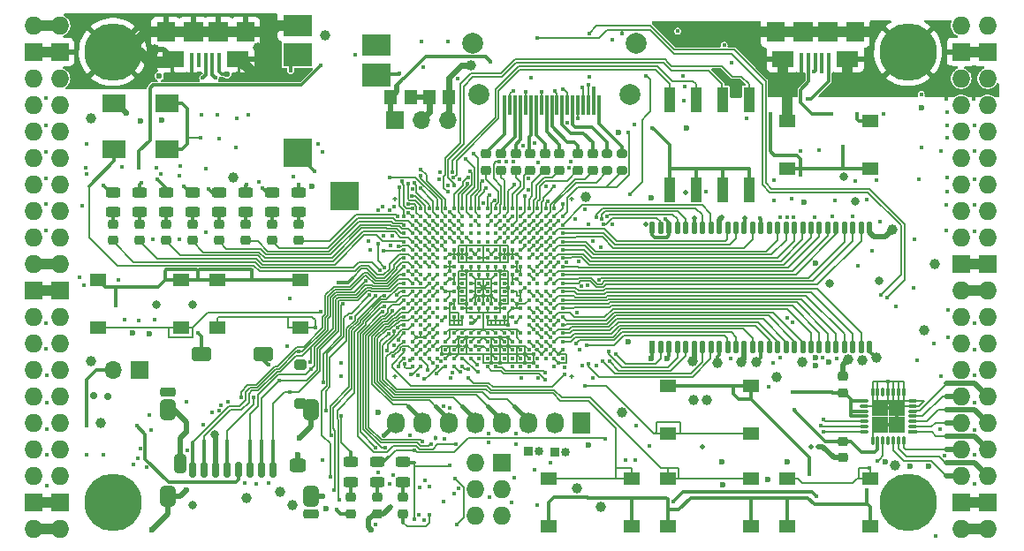
<source format=gtl>
G04 #@! TF.GenerationSoftware,KiCad,Pcbnew,6.0.11+dfsg-1*
G04 #@! TF.CreationDate,2023-04-22T14:08:21+02:00*
G04 #@! TF.ProjectId,ulx3s,756c7833-732e-46b6-9963-61645f706362,v3.1.8*
G04 #@! TF.SameCoordinates,Original*
G04 #@! TF.FileFunction,Copper,L1,Top*
G04 #@! TF.FilePolarity,Positive*
%FSLAX46Y46*%
G04 Gerber Fmt 4.6, Leading zero omitted, Abs format (unit mm)*
G04 Created by KiCad (PCBNEW 6.0.11+dfsg-1) date 2023-04-22 14:08:21*
%MOMM*%
%LPD*%
G01*
G04 APERTURE LIST*
G04 Aperture macros list*
%AMRoundRect*
0 Rectangle with rounded corners*
0 $1 Rounding radius*
0 $2 $3 $4 $5 $6 $7 $8 $9 X,Y pos of 4 corners*
0 Add a 4 corners polygon primitive as box body*
4,1,4,$2,$3,$4,$5,$6,$7,$8,$9,$2,$3,0*
0 Add four circle primitives for the rounded corners*
1,1,$1+$1,$2,$3*
1,1,$1+$1,$4,$5*
1,1,$1+$1,$6,$7*
1,1,$1+$1,$8,$9*
0 Add four rect primitives between the rounded corners*
20,1,$1+$1,$2,$3,$4,$5,0*
20,1,$1+$1,$4,$5,$6,$7,0*
20,1,$1+$1,$6,$7,$8,$9,0*
20,1,$1+$1,$8,$9,$2,$3,0*%
G04 Aperture macros list end*
G04 #@! TA.AperFunction,SMDPad,CuDef*
%ADD10R,2.800000X2.000000*%
G04 #@! TD*
G04 #@! TA.AperFunction,SMDPad,CuDef*
%ADD11R,2.800000X2.800000*%
G04 #@! TD*
G04 #@! TA.AperFunction,SMDPad,CuDef*
%ADD12R,2.800000X2.200000*%
G04 #@! TD*
G04 #@! TA.AperFunction,SMDPad,CuDef*
%ADD13C,0.400000*%
G04 #@! TD*
G04 #@! TA.AperFunction,SMDPad,CuDef*
%ADD14O,0.508000X0.127000*%
G04 #@! TD*
G04 #@! TA.AperFunction,SMDPad,CuDef*
%ADD15O,0.127000X0.508000*%
G04 #@! TD*
G04 #@! TA.AperFunction,ComponentPad*
%ADD16C,5.500000*%
G04 #@! TD*
G04 #@! TA.AperFunction,ComponentPad*
%ADD17O,1.727200X1.727200*%
G04 #@! TD*
G04 #@! TA.AperFunction,ComponentPad*
%ADD18R,1.727200X1.727200*%
G04 #@! TD*
G04 #@! TA.AperFunction,ComponentPad*
%ADD19R,1.727200X2.032000*%
G04 #@! TD*
G04 #@! TA.AperFunction,ComponentPad*
%ADD20O,1.727200X2.032000*%
G04 #@! TD*
G04 #@! TA.AperFunction,SMDPad,CuDef*
%ADD21R,0.560000X1.200000*%
G04 #@! TD*
G04 #@! TA.AperFunction,SMDPad,CuDef*
%ADD22O,0.560000X1.200000*%
G04 #@! TD*
G04 #@! TA.AperFunction,SMDPad,CuDef*
%ADD23RoundRect,0.243750X-0.456250X0.243750X-0.456250X-0.243750X0.456250X-0.243750X0.456250X0.243750X0*%
G04 #@! TD*
G04 #@! TA.AperFunction,SMDPad,CuDef*
%ADD24RoundRect,0.218750X0.256250X-0.218750X0.256250X0.218750X-0.256250X0.218750X-0.256250X-0.218750X0*%
G04 #@! TD*
G04 #@! TA.AperFunction,SMDPad,CuDef*
%ADD25RoundRect,0.243750X0.456250X-0.243750X0.456250X0.243750X-0.456250X0.243750X-0.456250X-0.243750X0*%
G04 #@! TD*
G04 #@! TA.AperFunction,ComponentPad*
%ADD26C,2.000000*%
G04 #@! TD*
G04 #@! TA.AperFunction,SMDPad,CuDef*
%ADD27R,0.300000X1.900000*%
G04 #@! TD*
G04 #@! TA.AperFunction,SMDPad,CuDef*
%ADD28RoundRect,0.218750X-0.256250X0.218750X-0.256250X-0.218750X0.256250X-0.218750X0.256250X0.218750X0*%
G04 #@! TD*
G04 #@! TA.AperFunction,ComponentPad*
%ADD29R,1.700000X1.700000*%
G04 #@! TD*
G04 #@! TA.AperFunction,ComponentPad*
%ADD30O,1.700000X1.700000*%
G04 #@! TD*
G04 #@! TA.AperFunction,SMDPad,CuDef*
%ADD31R,1.295000X1.400000*%
G04 #@! TD*
G04 #@! TA.AperFunction,SMDPad,CuDef*
%ADD32R,0.400000X1.350000*%
G04 #@! TD*
G04 #@! TA.AperFunction,SMDPad,CuDef*
%ADD33R,1.800000X1.900000*%
G04 #@! TD*
G04 #@! TA.AperFunction,SMDPad,CuDef*
%ADD34R,2.100000X1.600000*%
G04 #@! TD*
G04 #@! TA.AperFunction,SMDPad,CuDef*
%ADD35R,1.900000X1.900000*%
G04 #@! TD*
G04 #@! TA.AperFunction,SMDPad,CuDef*
%ADD36R,2.200000X1.800000*%
G04 #@! TD*
G04 #@! TA.AperFunction,SMDPad,CuDef*
%ADD37R,1.550000X1.300000*%
G04 #@! TD*
G04 #@! TA.AperFunction,SMDPad,CuDef*
%ADD38R,1.120000X2.440000*%
G04 #@! TD*
G04 #@! TA.AperFunction,SMDPad,CuDef*
%ADD39R,0.950000X0.300000*%
G04 #@! TD*
G04 #@! TA.AperFunction,SMDPad,CuDef*
%ADD40O,0.950000X0.300000*%
G04 #@! TD*
G04 #@! TA.AperFunction,SMDPad,CuDef*
%ADD41O,0.300000X0.950000*%
G04 #@! TD*
G04 #@! TA.AperFunction,SMDPad,CuDef*
%ADD42R,1.625000X1.625000*%
G04 #@! TD*
G04 #@! TA.AperFunction,SMDPad,CuDef*
%ADD43RoundRect,0.175000X-0.175000X-0.575000X0.175000X-0.575000X0.175000X0.575000X-0.175000X0.575000X0*%
G04 #@! TD*
G04 #@! TA.AperFunction,SMDPad,CuDef*
%ADD44RoundRect,0.250000X0.350000X-0.250000X0.350000X0.250000X-0.350000X0.250000X-0.350000X-0.250000X0*%
G04 #@! TD*
G04 #@! TA.AperFunction,SMDPad,CuDef*
%ADD45RoundRect,0.225000X-0.500000X-0.225000X0.500000X-0.225000X0.500000X0.225000X-0.500000X0.225000X0*%
G04 #@! TD*
G04 #@! TA.AperFunction,SMDPad,CuDef*
%ADD46RoundRect,0.225000X0.500000X-0.225000X0.500000X0.225000X-0.500000X0.225000X-0.500000X-0.225000X0*%
G04 #@! TD*
G04 #@! TA.AperFunction,SMDPad,CuDef*
%ADD47RoundRect,0.337500X-0.437500X0.337500X-0.437500X-0.337500X0.437500X-0.337500X0.437500X0.337500X0*%
G04 #@! TD*
G04 #@! TA.AperFunction,SMDPad,CuDef*
%ADD48RoundRect,0.292500X-0.292500X0.607500X-0.292500X-0.607500X0.292500X-0.607500X0.292500X0.607500X0*%
G04 #@! TD*
G04 #@! TA.AperFunction,SMDPad,CuDef*
%ADD49RoundRect,0.337500X-0.612500X0.337500X-0.612500X-0.337500X0.612500X-0.337500X0.612500X0.337500X0*%
G04 #@! TD*
G04 #@! TA.AperFunction,SMDPad,CuDef*
%ADD50RoundRect,0.362500X-0.362500X-0.637500X0.362500X-0.637500X0.362500X0.637500X-0.362500X0.637500X0*%
G04 #@! TD*
G04 #@! TA.AperFunction,SMDPad,CuDef*
%ADD51RoundRect,0.250000X-0.350000X0.250000X-0.350000X-0.250000X0.350000X-0.250000X0.350000X0.250000X0*%
G04 #@! TD*
G04 #@! TA.AperFunction,SMDPad,CuDef*
%ADD52RoundRect,0.200000X0.275000X-0.200000X0.275000X0.200000X-0.275000X0.200000X-0.275000X-0.200000X0*%
G04 #@! TD*
G04 #@! TA.AperFunction,ComponentPad*
%ADD53R,0.850000X0.850000*%
G04 #@! TD*
G04 #@! TA.AperFunction,ComponentPad*
%ADD54O,0.850000X0.850000*%
G04 #@! TD*
G04 #@! TA.AperFunction,ViaPad*
%ADD55C,0.419000*%
G04 #@! TD*
G04 #@! TA.AperFunction,ViaPad*
%ADD56C,1.000000*%
G04 #@! TD*
G04 #@! TA.AperFunction,ViaPad*
%ADD57C,0.800000*%
G04 #@! TD*
G04 #@! TA.AperFunction,ViaPad*
%ADD58C,0.600000*%
G04 #@! TD*
G04 #@! TA.AperFunction,ViaPad*
%ADD59C,0.420000*%
G04 #@! TD*
G04 #@! TA.AperFunction,ViaPad*
%ADD60C,0.500000*%
G04 #@! TD*
G04 #@! TA.AperFunction,ViaPad*
%ADD61C,0.700000*%
G04 #@! TD*
G04 #@! TA.AperFunction,ViaPad*
%ADD62C,0.454000*%
G04 #@! TD*
G04 #@! TA.AperFunction,Conductor*
%ADD63C,0.127000*%
G04 #@! TD*
G04 #@! TA.AperFunction,Conductor*
%ADD64C,0.500000*%
G04 #@! TD*
G04 #@! TA.AperFunction,Conductor*
%ADD65C,0.300000*%
G04 #@! TD*
G04 #@! TA.AperFunction,Conductor*
%ADD66C,1.000000*%
G04 #@! TD*
G04 #@! TA.AperFunction,Conductor*
%ADD67C,0.200000*%
G04 #@! TD*
G04 #@! TA.AperFunction,Conductor*
%ADD68C,0.190000*%
G04 #@! TD*
G04 #@! TA.AperFunction,Conductor*
%ADD69C,0.700000*%
G04 #@! TD*
G04 #@! TA.AperFunction,Conductor*
%ADD70C,0.600000*%
G04 #@! TD*
G04 #@! TA.AperFunction,Conductor*
%ADD71C,0.400000*%
G04 #@! TD*
G04 #@! TA.AperFunction,Conductor*
%ADD72C,0.140000*%
G04 #@! TD*
G04 APERTURE END LIST*
D10*
X120668000Y-62700000D03*
D11*
X120668000Y-74900000D03*
D12*
X128268000Y-67400000D03*
X120668000Y-65500000D03*
D11*
X125218000Y-79000000D03*
D10*
X128268000Y-64600000D03*
D13*
X131680000Y-80200000D03*
X132480000Y-80200000D03*
X133280000Y-80200000D03*
X134080000Y-80200000D03*
X134880000Y-80200000D03*
X135680000Y-80200000D03*
X136480000Y-80200000D03*
X137280000Y-80200000D03*
X138080000Y-80200000D03*
X138880000Y-80200000D03*
X139680000Y-80200000D03*
X140480000Y-80200000D03*
X141280000Y-80200000D03*
X142080000Y-80200000D03*
X142880000Y-80200000D03*
X143680000Y-80200000D03*
X144480000Y-80200000D03*
X145280000Y-80200000D03*
X130880000Y-81000000D03*
X131680000Y-81000000D03*
X132480000Y-81000000D03*
X133280000Y-81000000D03*
X134080000Y-81000000D03*
X134880000Y-81000000D03*
X135680000Y-81000000D03*
X136480000Y-81000000D03*
X137280000Y-81000000D03*
X138080000Y-81000000D03*
X138880000Y-81000000D03*
X139680000Y-81000000D03*
X140480000Y-81000000D03*
X141280000Y-81000000D03*
X142080000Y-81000000D03*
X142880000Y-81000000D03*
X143680000Y-81000000D03*
X144480000Y-81000000D03*
X145280000Y-81000000D03*
X146080000Y-81000000D03*
X130880000Y-81800000D03*
X131680000Y-81800000D03*
X132480000Y-81800000D03*
X133280000Y-81800000D03*
X134080000Y-81800000D03*
X134880000Y-81800000D03*
X135680000Y-81800000D03*
X136480000Y-81800000D03*
X137280000Y-81800000D03*
X138080000Y-81800000D03*
X138880000Y-81800000D03*
X139680000Y-81800000D03*
X140480000Y-81800000D03*
X141280000Y-81800000D03*
X142080000Y-81800000D03*
X142880000Y-81800000D03*
X143680000Y-81800000D03*
X144480000Y-81800000D03*
X145280000Y-81800000D03*
X146080000Y-81800000D03*
X130880000Y-82600000D03*
X131680000Y-82600000D03*
X132480000Y-82600000D03*
X133280000Y-82600000D03*
X134080000Y-82600000D03*
X134880000Y-82600000D03*
X135680000Y-82600000D03*
X136480000Y-82600000D03*
X137280000Y-82600000D03*
X138080000Y-82600000D03*
X138880000Y-82600000D03*
X139680000Y-82600000D03*
X140480000Y-82600000D03*
X141280000Y-82600000D03*
X142080000Y-82600000D03*
X142880000Y-82600000D03*
X143680000Y-82600000D03*
X144480000Y-82600000D03*
X145280000Y-82600000D03*
X146080000Y-82600000D03*
X130880000Y-83400000D03*
X131680000Y-83400000D03*
X132480000Y-83400000D03*
X133280000Y-83400000D03*
X134080000Y-83400000D03*
X134880000Y-83400000D03*
X135680000Y-83400000D03*
X136480000Y-83400000D03*
X137280000Y-83400000D03*
X138080000Y-83400000D03*
X138880000Y-83400000D03*
X139680000Y-83400000D03*
X140480000Y-83400000D03*
X141280000Y-83400000D03*
X142080000Y-83400000D03*
X142880000Y-83400000D03*
X143680000Y-83400000D03*
X144480000Y-83400000D03*
X145280000Y-83400000D03*
X146080000Y-83400000D03*
X130880000Y-84200000D03*
X131680000Y-84200000D03*
X132480000Y-84200000D03*
X133280000Y-84200000D03*
X134080000Y-84200000D03*
X134880000Y-84200000D03*
X135680000Y-84200000D03*
X136480000Y-84200000D03*
X137280000Y-84200000D03*
X138080000Y-84200000D03*
X138880000Y-84200000D03*
X139680000Y-84200000D03*
X140480000Y-84200000D03*
X141280000Y-84200000D03*
X142080000Y-84200000D03*
X142880000Y-84200000D03*
X143680000Y-84200000D03*
X144480000Y-84200000D03*
X145280000Y-84200000D03*
X146080000Y-84200000D03*
X130880000Y-85000000D03*
X131680000Y-85000000D03*
X132480000Y-85000000D03*
X133280000Y-85000000D03*
X134080000Y-85000000D03*
X134880000Y-85000000D03*
X135680000Y-85000000D03*
X136480000Y-85000000D03*
X137280000Y-85000000D03*
X138080000Y-85000000D03*
X138880000Y-85000000D03*
X139680000Y-85000000D03*
X140480000Y-85000000D03*
X141280000Y-85000000D03*
X142080000Y-85000000D03*
X142880000Y-85000000D03*
X143680000Y-85000000D03*
X144480000Y-85000000D03*
X145280000Y-85000000D03*
X146080000Y-85000000D03*
X130880000Y-85800000D03*
X131680000Y-85800000D03*
X132480000Y-85800000D03*
X133280000Y-85800000D03*
X134080000Y-85800000D03*
X134880000Y-85800000D03*
X135680000Y-85800000D03*
X136480000Y-85800000D03*
X137280000Y-85800000D03*
X138080000Y-85800000D03*
X138880000Y-85800000D03*
X139680000Y-85800000D03*
X140480000Y-85800000D03*
X141280000Y-85800000D03*
X142080000Y-85800000D03*
X142880000Y-85800000D03*
X143680000Y-85800000D03*
X144480000Y-85800000D03*
X145280000Y-85800000D03*
X146080000Y-85800000D03*
X130880000Y-86600000D03*
X131680000Y-86600000D03*
X132480000Y-86600000D03*
X133280000Y-86600000D03*
X134080000Y-86600000D03*
X134880000Y-86600000D03*
X135680000Y-86600000D03*
X136480000Y-86600000D03*
X137280000Y-86600000D03*
X138080000Y-86600000D03*
X138880000Y-86600000D03*
X139680000Y-86600000D03*
X140480000Y-86600000D03*
X141280000Y-86600000D03*
X142080000Y-86600000D03*
X142880000Y-86600000D03*
X143680000Y-86600000D03*
X144480000Y-86600000D03*
X145280000Y-86600000D03*
X146080000Y-86600000D03*
X130880000Y-87400000D03*
X131680000Y-87400000D03*
X132480000Y-87400000D03*
X133280000Y-87400000D03*
X134080000Y-87400000D03*
X134880000Y-87400000D03*
X135680000Y-87400000D03*
X136480000Y-87400000D03*
X137280000Y-87400000D03*
X138080000Y-87400000D03*
X138880000Y-87400000D03*
X139680000Y-87400000D03*
X140480000Y-87400000D03*
X141280000Y-87400000D03*
X142080000Y-87400000D03*
X142880000Y-87400000D03*
X143680000Y-87400000D03*
X144480000Y-87400000D03*
X145280000Y-87400000D03*
X146080000Y-87400000D03*
X130880000Y-88200000D03*
X131680000Y-88200000D03*
X132480000Y-88200000D03*
X133280000Y-88200000D03*
X134080000Y-88200000D03*
X134880000Y-88200000D03*
X135680000Y-88200000D03*
X136480000Y-88200000D03*
X137280000Y-88200000D03*
X138080000Y-88200000D03*
X138880000Y-88200000D03*
X139680000Y-88200000D03*
X140480000Y-88200000D03*
X141280000Y-88200000D03*
X142080000Y-88200000D03*
X142880000Y-88200000D03*
X143680000Y-88200000D03*
X144480000Y-88200000D03*
X145280000Y-88200000D03*
X146080000Y-88200000D03*
X130880000Y-89000000D03*
X131680000Y-89000000D03*
X132480000Y-89000000D03*
X133280000Y-89000000D03*
X134080000Y-89000000D03*
X134880000Y-89000000D03*
X135680000Y-89000000D03*
X136480000Y-89000000D03*
X137280000Y-89000000D03*
X138080000Y-89000000D03*
X138880000Y-89000000D03*
X139680000Y-89000000D03*
X140480000Y-89000000D03*
X141280000Y-89000000D03*
X142080000Y-89000000D03*
X142880000Y-89000000D03*
X143680000Y-89000000D03*
X144480000Y-89000000D03*
X145280000Y-89000000D03*
X146080000Y-89000000D03*
X130880000Y-89800000D03*
X131680000Y-89800000D03*
X132480000Y-89800000D03*
X133280000Y-89800000D03*
X134080000Y-89800000D03*
X134880000Y-89800000D03*
X135680000Y-89800000D03*
X136480000Y-89800000D03*
X137280000Y-89800000D03*
X138080000Y-89800000D03*
X138880000Y-89800000D03*
X139680000Y-89800000D03*
X140480000Y-89800000D03*
X141280000Y-89800000D03*
X142080000Y-89800000D03*
X142880000Y-89800000D03*
X143680000Y-89800000D03*
X144480000Y-89800000D03*
X145280000Y-89800000D03*
X146080000Y-89800000D03*
X130880000Y-90600000D03*
X131680000Y-90600000D03*
X132480000Y-90600000D03*
X133280000Y-90600000D03*
X134080000Y-90600000D03*
X134880000Y-90600000D03*
X135680000Y-90600000D03*
X136480000Y-90600000D03*
X137280000Y-90600000D03*
X138080000Y-90600000D03*
X138880000Y-90600000D03*
X139680000Y-90600000D03*
X140480000Y-90600000D03*
X141280000Y-90600000D03*
X142080000Y-90600000D03*
X142880000Y-90600000D03*
X143680000Y-90600000D03*
X144480000Y-90600000D03*
X145280000Y-90600000D03*
X146080000Y-90600000D03*
X130880000Y-91400000D03*
X131680000Y-91400000D03*
X132480000Y-91400000D03*
X133280000Y-91400000D03*
X134080000Y-91400000D03*
X142880000Y-91400000D03*
X143680000Y-91400000D03*
X144480000Y-91400000D03*
X145280000Y-91400000D03*
X146080000Y-91400000D03*
X130880000Y-92200000D03*
X131680000Y-92200000D03*
X132480000Y-92200000D03*
X133280000Y-92200000D03*
X134080000Y-92200000D03*
X134880000Y-92200000D03*
X135680000Y-92200000D03*
X136480000Y-92200000D03*
X137280000Y-92200000D03*
X138080000Y-92200000D03*
X138880000Y-92200000D03*
X139680000Y-92200000D03*
X140480000Y-92200000D03*
X141280000Y-92200000D03*
X142080000Y-92200000D03*
X142880000Y-92200000D03*
X143680000Y-92200000D03*
X144480000Y-92200000D03*
X145280000Y-92200000D03*
X146080000Y-92200000D03*
X130880000Y-93000000D03*
X131680000Y-93000000D03*
X132480000Y-93000000D03*
X133280000Y-93000000D03*
X134080000Y-93000000D03*
X134880000Y-93000000D03*
X135680000Y-93000000D03*
X136480000Y-93000000D03*
X137280000Y-93000000D03*
X138080000Y-93000000D03*
X138880000Y-93000000D03*
X139680000Y-93000000D03*
X140480000Y-93000000D03*
X141280000Y-93000000D03*
X142080000Y-93000000D03*
X142880000Y-93000000D03*
X143680000Y-93000000D03*
X144480000Y-93000000D03*
X145280000Y-93000000D03*
X146080000Y-93000000D03*
X130880000Y-93800000D03*
X131680000Y-93800000D03*
X132480000Y-93800000D03*
X133280000Y-93800000D03*
X134080000Y-93800000D03*
X134880000Y-93800000D03*
X135680000Y-93800000D03*
X136480000Y-93800000D03*
X137280000Y-93800000D03*
X138080000Y-93800000D03*
X138880000Y-93800000D03*
X139680000Y-93800000D03*
X140480000Y-93800000D03*
X141280000Y-93800000D03*
X142080000Y-93800000D03*
X142880000Y-93800000D03*
X143680000Y-93800000D03*
X144480000Y-93800000D03*
X145280000Y-93800000D03*
X146080000Y-93800000D03*
X130880000Y-94600000D03*
X131680000Y-94600000D03*
X132480000Y-94600000D03*
X133280000Y-94600000D03*
X134080000Y-94600000D03*
X134880000Y-94600000D03*
X135680000Y-94600000D03*
X136480000Y-94600000D03*
X137280000Y-94600000D03*
X138080000Y-94600000D03*
X138880000Y-94600000D03*
X139680000Y-94600000D03*
X140480000Y-94600000D03*
X141280000Y-94600000D03*
X142080000Y-94600000D03*
X142880000Y-94600000D03*
X143680000Y-94600000D03*
X144480000Y-94600000D03*
X145280000Y-94600000D03*
X146080000Y-94600000D03*
D14*
X129980000Y-96300000D03*
D15*
X129980000Y-96300000D03*
X129980000Y-79300000D03*
X146980000Y-96300000D03*
D14*
X146980000Y-79300000D03*
D15*
X146980000Y-79300000D03*
D14*
X146980000Y-96300000D03*
X129980000Y-79300000D03*
D13*
X131680000Y-95400000D03*
X132480000Y-95400000D03*
X134080000Y-95400000D03*
X134880000Y-95400000D03*
X135680000Y-95400000D03*
X136480000Y-95400000D03*
X138880000Y-95400000D03*
X139680000Y-95400000D03*
X141280000Y-95400000D03*
X142080000Y-95400000D03*
X142880000Y-95400000D03*
X143680000Y-95400000D03*
X145280000Y-95400000D03*
D16*
X102990000Y-108410000D03*
X179190000Y-108410000D03*
X179190000Y-65230000D03*
X102990000Y-65230000D03*
D17*
X97910000Y-62690000D03*
X95370000Y-62690000D03*
D18*
X97910000Y-65230000D03*
X95370000Y-65230000D03*
D17*
X97910000Y-67770000D03*
X95370000Y-67770000D03*
X97910000Y-70310000D03*
X95370000Y-70310000D03*
X97910000Y-72850000D03*
X95370000Y-72850000D03*
X97910000Y-75390000D03*
X95370000Y-75390000D03*
X97910000Y-77930000D03*
X95370000Y-77930000D03*
X97910000Y-80470000D03*
X95370000Y-80470000D03*
X97910000Y-83010000D03*
X95370000Y-83010000D03*
X97910000Y-85550000D03*
X95370000Y-85550000D03*
D18*
X97910000Y-88090000D03*
X95370000Y-88090000D03*
D17*
X97910000Y-90630000D03*
X95370000Y-90630000D03*
X97910000Y-93170000D03*
X95370000Y-93170000D03*
X97910000Y-95710000D03*
X95370000Y-95710000D03*
X97910000Y-98250000D03*
X95370000Y-98250000D03*
X97910000Y-100790000D03*
X95370000Y-100790000D03*
X97910000Y-103330000D03*
X95370000Y-103330000D03*
X97910000Y-105870000D03*
X95370000Y-105870000D03*
D18*
X97910000Y-108410000D03*
X95370000Y-108410000D03*
D17*
X97910000Y-110950000D03*
X95370000Y-110950000D03*
X184270000Y-110950000D03*
X186810000Y-110950000D03*
D18*
X184270000Y-108410000D03*
X186810000Y-108410000D03*
D17*
X184270000Y-105870000D03*
X186810000Y-105870000D03*
X184270000Y-103330000D03*
X186810000Y-103330000D03*
X184270000Y-100790000D03*
X186810000Y-100790000D03*
X184270000Y-98250000D03*
X186810000Y-98250000D03*
X184270000Y-95710000D03*
X186810000Y-95710000D03*
X184270000Y-93170000D03*
X186810000Y-93170000D03*
X184270000Y-90630000D03*
X186810000Y-90630000D03*
X184270000Y-88090000D03*
X186810000Y-88090000D03*
D18*
X184270000Y-85550000D03*
X186810000Y-85550000D03*
D17*
X184270000Y-83010000D03*
X186810000Y-83010000D03*
X184270000Y-80470000D03*
X186810000Y-80470000D03*
X184270000Y-77930000D03*
X186810000Y-77930000D03*
X184270000Y-75390000D03*
X186810000Y-75390000D03*
X184270000Y-72850000D03*
X186810000Y-72850000D03*
X184270000Y-70310000D03*
X186810000Y-70310000D03*
X184270000Y-67770000D03*
X186810000Y-67770000D03*
D18*
X184270000Y-65230000D03*
X186810000Y-65230000D03*
D17*
X184270000Y-62690000D03*
X186810000Y-62690000D03*
D19*
X147920000Y-100790000D03*
D20*
X145380000Y-100790000D03*
X142840000Y-100790000D03*
X140265000Y-100790000D03*
X137760000Y-100790000D03*
X135220000Y-100790000D03*
X132680000Y-100790000D03*
X130140000Y-100790000D03*
D21*
X154693000Y-93530000D03*
D22*
X155493000Y-93530000D03*
X156293000Y-93530000D03*
X157093000Y-93530000D03*
X157893000Y-93530000D03*
X158693000Y-93530000D03*
X159493000Y-93530000D03*
X160293000Y-93530000D03*
X161093000Y-93530000D03*
X161893000Y-93530000D03*
X162693000Y-93530000D03*
X163493000Y-93530000D03*
X164293000Y-93530000D03*
X165093000Y-93530000D03*
X165893000Y-93530000D03*
X166693000Y-93530000D03*
X167493000Y-93530000D03*
X168293000Y-93530000D03*
X169093000Y-93530000D03*
X169893000Y-93530000D03*
X170693000Y-93530000D03*
X171493000Y-93530000D03*
X172293000Y-93530000D03*
X173093000Y-93530000D03*
X173893000Y-93530000D03*
X174693000Y-93530000D03*
X175493000Y-93530000D03*
X175493000Y-82070000D03*
X174693000Y-82070000D03*
X173893000Y-82070000D03*
X173093000Y-82070000D03*
X172293000Y-82070000D03*
X171493000Y-82070000D03*
X170693000Y-82070000D03*
X169893000Y-82070000D03*
X169093000Y-82070000D03*
X168293000Y-82070000D03*
X167493000Y-82070000D03*
X166693000Y-82070000D03*
X165893000Y-82070000D03*
X165093000Y-82070000D03*
X164293000Y-82070000D03*
X163493000Y-82070000D03*
X162693000Y-82070000D03*
X161893000Y-82070000D03*
X161093000Y-82070000D03*
X160293000Y-82070000D03*
X159493000Y-82070000D03*
X158693000Y-82070000D03*
X157893000Y-82070000D03*
X157093000Y-82070000D03*
X156293000Y-82070000D03*
X155493000Y-82070000D03*
X154693000Y-82070000D03*
D23*
X118230000Y-78661500D03*
X118230000Y-80536500D03*
D24*
X140201000Y-76558500D03*
X140201000Y-74983500D03*
X142995000Y-76558500D03*
X142995000Y-74983500D03*
X145789000Y-76558500D03*
X145789000Y-74983500D03*
X148964000Y-76558500D03*
X148964000Y-74983500D03*
X138742800Y-76551100D03*
X138742800Y-74976100D03*
X141598000Y-76558500D03*
X141598000Y-74983500D03*
X144392000Y-76558500D03*
X144392000Y-74983500D03*
D25*
X130800000Y-106437500D03*
X130800000Y-104562500D03*
D26*
X138046000Y-69312000D03*
X152546000Y-69312000D03*
X137446000Y-64412000D03*
X153146000Y-64412000D03*
D27*
X140546000Y-70312000D03*
X141046000Y-70312000D03*
X141546000Y-70312000D03*
X142046000Y-70312000D03*
X142546000Y-70312000D03*
X143046000Y-70312000D03*
X143546000Y-70312000D03*
X144046000Y-70312000D03*
X144546000Y-70312000D03*
X145046000Y-70312000D03*
X145546000Y-70312000D03*
X146046000Y-70312000D03*
X146546000Y-70312000D03*
X147046000Y-70312000D03*
X147546000Y-70312000D03*
X148046000Y-70312000D03*
X148546000Y-70312000D03*
X149046000Y-70312000D03*
X149546000Y-70312000D03*
D24*
X120770000Y-83289500D03*
X120770000Y-81714500D03*
X118230000Y-83289500D03*
X118230000Y-81714500D03*
X115690000Y-83289500D03*
X115690000Y-81714500D03*
X113150000Y-83289500D03*
X113150000Y-81714500D03*
X110610000Y-83289500D03*
X110610000Y-81714500D03*
X108070000Y-83289500D03*
X108070000Y-81714500D03*
X105530000Y-83289500D03*
X105530000Y-81714500D03*
X147567000Y-76546500D03*
X147567000Y-74971500D03*
X102990000Y-83289500D03*
X102990000Y-81714500D03*
D28*
X128300000Y-107912500D03*
X128300000Y-109487500D03*
D23*
X120770000Y-78661500D03*
X120770000Y-80536500D03*
X115690000Y-78661500D03*
X115690000Y-80536500D03*
X113150000Y-78661500D03*
X113150000Y-80536500D03*
X108070000Y-78661500D03*
X108070000Y-80536500D03*
X105545000Y-78661500D03*
X105545000Y-80536500D03*
X102990000Y-78661500D03*
X102990000Y-80536500D03*
D25*
X128300000Y-106437500D03*
X128300000Y-104562500D03*
D23*
X125800000Y-104562500D03*
X125800000Y-106437500D03*
D24*
X130800000Y-109487500D03*
X130800000Y-107912500D03*
D29*
X130056000Y-71725000D03*
D30*
X132596000Y-71725000D03*
X135136000Y-71725000D03*
D18*
X140300000Y-104600000D03*
D17*
X137760000Y-104600000D03*
X140300000Y-107140000D03*
X137760000Y-107140000D03*
X140300000Y-109680000D03*
X137760000Y-109680000D03*
D31*
X129596500Y-69566000D03*
X131531500Y-69566000D03*
X133279500Y-69566000D03*
X135214500Y-69566000D03*
D32*
X113180000Y-66000000D03*
X112530000Y-66000000D03*
X111880000Y-66000000D03*
X111230000Y-66000000D03*
X110580000Y-66000000D03*
D33*
X108080000Y-63325000D03*
D34*
X108780000Y-65875000D03*
D35*
X113080000Y-63325000D03*
D33*
X115680000Y-63325000D03*
D35*
X110680000Y-63325000D03*
D34*
X114980000Y-65875000D03*
D32*
X171600000Y-66000000D03*
X170950000Y-66000000D03*
X170300000Y-66000000D03*
X169650000Y-66000000D03*
X169000000Y-66000000D03*
D35*
X169100000Y-63325000D03*
D33*
X174100000Y-63325000D03*
D34*
X173400000Y-65875000D03*
D35*
X171500000Y-63325000D03*
D34*
X167200000Y-65875000D03*
D33*
X166500000Y-63325000D03*
D29*
X105530000Y-95710000D03*
D30*
X102990000Y-95710000D03*
D36*
X108212000Y-70160000D03*
X103132000Y-70160000D03*
X103132000Y-74560000D03*
X108212000Y-74560000D03*
D37*
X175550000Y-76370000D03*
X167590000Y-76370000D03*
X175550000Y-71870000D03*
X167590000Y-71870000D03*
X101550000Y-87110000D03*
X109510000Y-87110000D03*
X101550000Y-91610000D03*
X109510000Y-91610000D03*
X120940000Y-87110000D03*
X112980000Y-87110000D03*
X120940000Y-91610000D03*
X112980000Y-91610000D03*
X164120000Y-97270000D03*
X156160000Y-97270000D03*
X156160000Y-101770000D03*
X164120000Y-101770000D03*
X164120000Y-110660000D03*
X156160000Y-110660000D03*
X164120000Y-106160000D03*
X156160000Y-106160000D03*
X144730000Y-110660000D03*
X152690000Y-110660000D03*
X144730000Y-106160000D03*
X152690000Y-106160000D03*
X175550000Y-110660000D03*
X167590000Y-110660000D03*
X175550000Y-106160000D03*
X167590000Y-106160000D03*
D24*
X172967000Y-97894500D03*
X172967000Y-96319500D03*
D38*
X156330000Y-78425000D03*
X158870000Y-78425000D03*
X161410000Y-78425000D03*
X163950000Y-78425000D03*
X163950000Y-69815000D03*
X161410000Y-69815000D03*
X158870000Y-69815000D03*
X156330000Y-69815000D03*
D23*
X110610000Y-78661500D03*
X110610000Y-80536500D03*
D39*
X179625000Y-101655000D03*
D40*
X179625000Y-101155000D03*
X179625000Y-100655000D03*
X179625000Y-100155000D03*
X179625000Y-99655000D03*
X179625000Y-99155000D03*
X179625000Y-98655000D03*
D41*
X178785000Y-97815000D03*
X178285000Y-97815000D03*
X177785000Y-97815000D03*
X177285000Y-97815000D03*
X176785000Y-97815000D03*
X176285000Y-97815000D03*
X175785000Y-97815000D03*
D40*
X174945000Y-98655000D03*
X174945000Y-99155000D03*
X174945000Y-99655000D03*
X174945000Y-100155000D03*
X174945000Y-100655000D03*
X174945000Y-101155000D03*
X174945000Y-101655000D03*
D41*
X175785000Y-102495000D03*
X176285000Y-102495000D03*
X176785000Y-102495000D03*
X177285000Y-102495000D03*
X177785000Y-102495000D03*
X178285000Y-102495000D03*
X178785000Y-102495000D03*
D42*
X176472500Y-100967500D03*
X178097500Y-100967500D03*
X178097500Y-99342500D03*
X176472500Y-99342500D03*
D28*
X172967000Y-102542500D03*
X172967000Y-104117500D03*
D43*
X118332000Y-105250000D03*
X117232000Y-105250000D03*
X116132000Y-105250000D03*
X115032000Y-105250000D03*
X113932000Y-105250000D03*
X112832000Y-105250000D03*
X111732000Y-105250000D03*
X110632000Y-105250000D03*
D44*
X120932000Y-95200000D03*
D45*
X122007000Y-109550000D03*
D46*
X108257000Y-97850000D03*
D47*
X120732000Y-104900000D03*
D48*
X109432000Y-104700000D03*
D49*
X111432000Y-94200000D03*
X117432000Y-94200000D03*
D50*
X122007000Y-107850000D03*
X108257000Y-107850000D03*
X108257000Y-99550000D03*
X122007000Y-99550000D03*
D51*
X120932000Y-98900000D03*
D52*
X151758000Y-76596000D03*
X151758000Y-74946000D03*
X150361000Y-76596000D03*
X150361000Y-74946000D03*
D28*
X125800000Y-107912500D03*
X125800000Y-109487500D03*
D53*
X145380000Y-103550000D03*
D54*
X146380000Y-103550000D03*
D53*
X142800000Y-103530000D03*
D54*
X143800000Y-103530000D03*
D55*
X114801000Y-74374000D03*
D56*
X118992000Y-107394000D03*
X115817000Y-108029000D03*
D57*
X107181000Y-89487000D03*
D55*
X116960000Y-77676000D03*
X123080000Y-74800000D03*
D57*
X110610000Y-89487000D03*
D55*
X107562000Y-76914000D03*
X141580000Y-101800000D03*
X106980000Y-90900000D03*
X182870000Y-69740000D03*
X182910000Y-72270000D03*
D58*
X110070000Y-107250000D03*
D59*
X96600000Y-77340000D03*
D55*
X134790000Y-102350000D03*
X139280000Y-93400000D03*
X140080000Y-95000000D03*
X135324015Y-89355985D03*
D59*
X96610000Y-79830000D03*
D55*
X180080000Y-94800000D03*
X185550000Y-103850000D03*
D58*
X161380000Y-104550000D03*
D55*
X132880000Y-82200000D03*
X185540000Y-101450000D03*
D59*
X96600000Y-74790000D03*
D56*
X158539988Y-94868772D03*
D55*
X178022000Y-89660000D03*
D59*
X139050000Y-107940000D03*
X138480000Y-79750000D03*
X111100000Y-92190000D03*
D55*
X138480000Y-88600000D03*
D59*
X96610000Y-82380000D03*
D55*
X164972998Y-81150000D03*
X152930000Y-72200000D03*
X139280000Y-88600000D03*
X143280000Y-94200000D03*
X120780000Y-77900000D03*
X107230000Y-77450000D03*
D58*
X165780000Y-106180000D03*
D55*
X132880000Y-93400000D03*
D56*
X180714000Y-91900000D03*
D55*
X162190000Y-94590000D03*
X185540000Y-106630000D03*
X131280000Y-86200011D03*
D59*
X96610000Y-91190000D03*
D55*
X100425000Y-76960000D03*
X185570000Y-66710000D03*
D59*
X141440000Y-106030000D03*
D56*
X147455000Y-107031000D03*
D57*
X174110000Y-79581000D03*
D55*
X141680000Y-87000000D03*
D58*
X106490000Y-92278500D03*
D55*
X152114000Y-104392000D03*
X140080000Y-84600000D03*
X120255000Y-77200000D03*
D56*
X158645000Y-98635000D03*
D60*
X170554000Y-103076000D03*
D55*
X145680000Y-95000000D03*
X183310000Y-66690000D03*
X109793096Y-78113096D03*
D56*
X181705000Y-85596000D03*
D58*
X179380000Y-104954750D03*
D55*
X185560000Y-74760000D03*
X174105000Y-77575000D03*
D58*
X104850000Y-92170000D03*
D55*
X136880000Y-93400000D03*
X167570000Y-81060000D03*
X137680000Y-88600000D03*
X172155000Y-79500000D03*
X129580000Y-108800000D03*
X131282850Y-89402850D03*
X177287984Y-96778661D03*
D59*
X116760000Y-106600000D03*
X148550000Y-68350000D03*
X115610000Y-106560000D03*
D58*
X169220500Y-79644500D03*
X148590000Y-102900000D03*
D55*
X132556000Y-64260000D03*
X140880000Y-84600000D03*
X145680000Y-91000000D03*
X170990000Y-94550000D03*
D58*
X104280000Y-71054479D03*
X127720000Y-111000000D03*
D60*
X159505000Y-103076000D03*
D55*
X185570000Y-93760000D03*
X185540000Y-79920000D03*
D56*
X169080000Y-94960000D03*
X173490000Y-94694000D03*
X101847000Y-100790000D03*
X177658444Y-82281349D03*
D55*
X153130000Y-101090000D03*
X102105000Y-78050000D03*
D58*
X170280000Y-94530000D03*
D55*
X162660000Y-68410000D03*
X182310000Y-96280000D03*
X166970000Y-94560000D03*
X182900000Y-70960000D03*
X143280000Y-95000000D03*
D59*
X143370000Y-105300000D03*
D58*
X106760000Y-111010000D03*
D60*
X154044000Y-81740000D03*
D55*
X140080000Y-93400000D03*
X182880000Y-82350000D03*
X100005500Y-79962000D03*
X185570000Y-91210000D03*
D57*
X167506000Y-68659000D03*
D56*
X163203000Y-94966000D03*
D55*
X105730000Y-77775000D03*
X173870000Y-80980000D03*
X145680000Y-81400000D03*
D56*
X173729000Y-68532000D03*
D55*
X109330000Y-77075000D03*
X138980000Y-101800000D03*
X132880000Y-84600000D03*
X142480000Y-95000000D03*
X100450000Y-103838000D03*
X115830000Y-77900000D03*
X99790000Y-86866000D03*
X105480000Y-91000000D03*
D58*
X110050000Y-101630000D03*
D55*
X136055000Y-67750000D03*
X171950000Y-81010000D03*
D59*
X117920000Y-106590000D03*
X142550000Y-69020000D03*
D58*
X152408000Y-92997500D03*
D55*
X141680000Y-89400000D03*
X141580000Y-102800000D03*
D59*
X143630000Y-108630000D03*
D57*
X176396000Y-87201000D03*
D55*
X185550000Y-72260000D03*
X106780000Y-83200000D03*
X182340000Y-74680000D03*
X109455000Y-76145030D03*
D58*
X107630000Y-71725000D03*
D55*
X183010000Y-89980000D03*
X132683000Y-66673000D03*
X182720000Y-103920000D03*
D56*
X164854000Y-63343000D03*
X120212000Y-108633500D03*
D55*
X155949000Y-81249578D03*
X100400000Y-76320000D03*
X100425000Y-74039000D03*
D59*
X117870000Y-95240000D03*
D55*
X132880000Y-91800000D03*
X143080000Y-67700000D03*
X117355000Y-78300000D03*
X182900000Y-77280000D03*
X136080000Y-93400000D03*
X139280000Y-89400000D03*
D59*
X96600000Y-72260000D03*
D55*
X137680000Y-89400000D03*
X172390000Y-94600000D03*
X109380000Y-83200000D03*
D61*
X101180000Y-98200000D03*
D55*
X140080000Y-92600000D03*
D59*
X132350000Y-106950000D03*
X144040000Y-69010000D03*
D58*
X151455000Y-72950000D03*
D55*
X142480000Y-94200000D03*
D56*
X106290000Y-63360000D03*
D58*
X122030000Y-78075000D03*
D55*
X110490000Y-67710000D03*
D58*
X167580000Y-104560000D03*
D55*
X135096000Y-64260000D03*
X168200000Y-81100000D03*
D60*
X157855000Y-78675000D03*
D55*
X175205000Y-79400000D03*
X135280000Y-80600000D03*
X140880000Y-81400000D03*
X185530000Y-82390000D03*
X139280000Y-95000000D03*
D58*
X170280000Y-95300000D03*
D55*
X145680000Y-85400000D03*
X122680000Y-74000000D03*
X136080000Y-92600000D03*
D58*
X161390000Y-106720000D03*
X171580000Y-94925000D03*
D55*
X144080000Y-84600000D03*
D58*
X105597352Y-71817352D03*
D59*
X96630000Y-101360000D03*
D58*
X120910000Y-102230000D03*
D56*
X175776000Y-63343000D03*
D55*
X166930000Y-81070000D03*
X150805000Y-64075000D03*
X136080000Y-84600000D03*
X140880000Y-93400000D03*
X135280000Y-84600000D03*
D58*
X123110000Y-107860000D03*
D55*
X103830000Y-76225000D03*
D58*
X154567000Y-79178521D03*
D55*
X138480000Y-89400000D03*
D56*
X159886000Y-98631000D03*
D57*
X173030500Y-77212479D03*
D59*
X96620000Y-96210000D03*
D55*
X134479975Y-94200000D03*
X180460000Y-74374000D03*
X185500000Y-69760000D03*
D58*
X123437000Y-108972000D03*
D55*
X141680000Y-84600000D03*
X182880000Y-79860000D03*
X135280000Y-87000000D03*
X104080000Y-90900000D03*
X182910000Y-73460000D03*
X145680000Y-94200000D03*
X136880000Y-92600000D03*
D58*
X120740000Y-103824500D03*
D59*
X141349269Y-68945214D03*
D55*
X144880000Y-94200000D03*
X129546554Y-106668490D03*
X126231000Y-65484000D03*
D56*
X118000000Y-66820000D03*
X116880503Y-64802940D03*
D60*
X161346500Y-81105000D03*
D59*
X96650000Y-103840000D03*
D58*
X170309539Y-85441529D03*
D59*
X96640000Y-106790000D03*
D55*
X138980000Y-102700000D03*
D59*
X96620000Y-98850000D03*
D55*
X107130000Y-76300000D03*
D56*
X174830000Y-94810000D03*
D55*
X176130000Y-77475000D03*
X113200000Y-73520000D03*
D59*
X145297843Y-68967860D03*
X96600000Y-69640000D03*
X96610000Y-93720000D03*
D55*
X185530000Y-96220000D03*
X182900000Y-78580000D03*
X112155000Y-78325000D03*
D58*
X176970000Y-104550000D03*
D55*
X153003000Y-104392000D03*
D59*
X141180000Y-108410000D03*
D56*
X123300000Y-63620000D03*
D55*
X159855000Y-78631000D03*
D59*
X133310000Y-106920000D03*
D55*
X182220000Y-101430000D03*
D59*
X103510000Y-87120000D03*
D55*
X135279986Y-94200000D03*
X185560000Y-77400000D03*
X174313117Y-71127457D03*
X136880000Y-84600000D03*
D56*
X106974809Y-64953974D03*
D55*
X182990000Y-92550000D03*
D56*
X166632000Y-96363000D03*
D57*
X112749991Y-101896607D03*
D55*
X179755000Y-87800000D03*
X140880000Y-91400000D03*
X170200000Y-81110000D03*
D60*
X169919000Y-103076000D03*
D58*
X180435000Y-70610000D03*
D55*
X185540000Y-98820000D03*
X179800000Y-83183000D03*
X100171000Y-87628000D03*
D59*
X132900000Y-106340000D03*
D56*
X149741000Y-108809000D03*
D55*
X140880000Y-92600000D03*
X174379000Y-85743000D03*
X166284693Y-95025145D03*
X166363000Y-77549000D03*
X157624607Y-67486315D03*
D58*
X107435000Y-67516000D03*
D55*
X149046001Y-68703999D03*
X166363006Y-79473521D03*
X157800000Y-68570000D03*
X157107000Y-63216000D03*
X161560000Y-64569000D03*
X180444709Y-69292440D03*
D57*
X110593913Y-108636458D03*
D55*
X132080000Y-92600000D03*
D56*
X137310000Y-66500000D03*
D55*
X134534474Y-87810434D03*
D56*
X160900006Y-95020000D03*
D55*
X132880000Y-92600000D03*
D60*
X158679500Y-81168500D03*
D55*
X139280000Y-84600000D03*
D58*
X128380000Y-99819543D03*
D55*
X116000000Y-71220000D03*
X111880000Y-76400000D03*
X111885500Y-82507500D03*
D56*
X100894500Y-94884500D03*
D55*
X124400000Y-109120000D03*
X137315720Y-91235806D03*
X141680000Y-86200000D03*
D61*
X102482000Y-98250000D03*
D56*
X176142000Y-94567000D03*
D55*
X165803369Y-97344883D03*
X141680000Y-85400000D03*
D60*
X163505500Y-81168500D03*
D58*
X181155918Y-104980708D03*
D55*
X148680006Y-67600000D03*
D57*
X171697000Y-87455000D03*
D56*
X148268387Y-79156021D03*
D58*
X156091000Y-94585000D03*
D55*
X180255508Y-77402208D03*
D56*
X177920000Y-104854000D03*
D58*
X154593901Y-94607945D03*
D55*
X111400000Y-73420000D03*
X142480000Y-87800000D03*
X102101000Y-103838000D03*
X144950000Y-104620000D03*
D56*
X164625730Y-94982471D03*
D55*
X130309122Y-91609922D03*
X122930564Y-90161435D03*
X130328011Y-92850932D03*
X122356507Y-91613521D03*
X175507000Y-105108000D03*
X143280000Y-86200000D03*
X146480000Y-85400000D03*
X181680000Y-93200000D03*
X147700000Y-93768490D03*
X148234021Y-97199990D03*
X144880000Y-91800000D03*
X142480000Y-83800000D03*
X144080000Y-94200000D03*
X137680000Y-93400000D03*
X139200000Y-66137000D03*
X134480000Y-83800000D03*
X133680000Y-90200000D03*
X134480000Y-91000000D03*
D56*
X114547000Y-77295000D03*
D55*
X141640000Y-91107000D03*
X105480000Y-76350000D03*
X122926170Y-66532324D03*
X157680000Y-69900000D03*
X156725998Y-108301000D03*
X170426996Y-107838500D03*
X135980000Y-110500000D03*
X128180000Y-110500000D03*
X133680000Y-91800000D03*
X135250000Y-99350000D03*
X135780000Y-106100000D03*
D62*
X133930004Y-102200000D03*
D55*
X134710000Y-99200000D03*
X136080000Y-107100000D03*
X133680000Y-92600000D03*
X133680000Y-93400000D03*
X135729990Y-107600000D03*
X124880000Y-100156998D03*
X131430000Y-102000000D03*
X132880000Y-94200000D03*
X132258531Y-96187169D03*
X123099990Y-104346000D03*
X134680000Y-108350000D03*
X110080000Y-103400000D03*
X176523000Y-81486000D03*
X175761000Y-84280000D03*
X143260000Y-84620000D03*
X147948000Y-68659000D03*
X147582000Y-71562521D03*
X121990000Y-95616000D03*
X116438522Y-98377000D03*
X115245500Y-98377000D03*
X121901902Y-94914578D03*
X132079993Y-86200005D03*
X127220365Y-87166912D03*
X124880000Y-96300000D03*
X120793521Y-93972480D03*
X114900000Y-71620000D03*
X128380000Y-105500000D03*
D58*
X113900000Y-67320000D03*
D55*
X132680000Y-102595979D03*
X150037990Y-81740000D03*
X144080000Y-86200000D03*
X144880000Y-87000000D03*
X149575498Y-87093010D03*
X149860161Y-81214169D03*
X144880000Y-83800000D03*
X147343891Y-93217126D03*
X144080000Y-92600000D03*
X144880000Y-86200000D03*
X150357635Y-80989117D03*
X149331452Y-81077804D03*
X144880000Y-83000000D03*
X148349010Y-93322307D03*
X144880000Y-92600000D03*
X144880000Y-91000000D03*
X148533000Y-95089080D03*
X144880000Y-90200000D03*
X149912040Y-94858026D03*
X144880000Y-89400000D03*
X150565000Y-94858026D03*
X144880000Y-88600000D03*
X150539500Y-93965002D03*
X151190159Y-94219000D03*
X143280000Y-87000000D03*
X129890582Y-93304742D03*
X130988003Y-95125529D03*
X130338594Y-95412719D03*
X131425267Y-94791127D03*
X129887295Y-94389562D03*
X132080000Y-93400000D03*
X129266964Y-93852191D03*
X133181024Y-95753552D03*
X137062137Y-96437863D03*
X146312850Y-96100000D03*
X131498745Y-96135023D03*
X132080000Y-94200000D03*
X133674944Y-87000010D03*
X110067281Y-98787281D03*
X113131142Y-99577246D03*
X105607000Y-103236000D03*
X129772895Y-90048899D03*
X132080000Y-89402867D03*
X133448490Y-102800000D03*
X129123152Y-103173174D03*
X129030819Y-89641098D03*
X132880000Y-88600000D03*
X135830000Y-102850000D03*
X132080000Y-87000012D03*
X123802408Y-105966500D03*
X127569682Y-88554180D03*
X124880000Y-95000000D03*
X119680000Y-93400000D03*
X119967274Y-88887274D03*
X128916857Y-84275976D03*
X124202418Y-107207639D03*
X132830000Y-110100000D03*
X111500000Y-71220000D03*
X132330000Y-109600000D03*
X113000000Y-71220000D03*
X118930000Y-96700000D03*
X131293755Y-79827630D03*
X132080000Y-81400000D03*
X132080000Y-82199947D03*
X132880000Y-83000000D03*
X133672551Y-81400000D03*
X133680000Y-82200000D03*
X132480011Y-78313930D03*
X131261117Y-77886513D03*
X132880000Y-91000000D03*
X129923010Y-91995987D03*
X132077338Y-91002010D03*
X129413291Y-92228236D03*
X130295000Y-80978000D03*
X131280000Y-80627642D03*
X132080000Y-85399991D03*
X128580000Y-86181519D03*
X134284246Y-77455000D03*
X134480000Y-82200000D03*
X163680000Y-71600000D03*
X146559490Y-71978411D03*
X133335000Y-109595000D03*
X131879996Y-103400000D03*
X150140000Y-102290000D03*
X119960000Y-97820000D03*
X103280000Y-89500000D03*
X116268510Y-86116224D03*
X162441000Y-97270000D03*
X175244514Y-107267000D03*
X169725488Y-105743002D03*
X142480000Y-82200000D03*
X143280000Y-83000000D03*
X168903000Y-74755000D03*
X154425580Y-102987766D03*
X168014000Y-79327000D03*
X112800000Y-67720000D03*
X111600000Y-67720000D03*
X176269000Y-104473000D03*
X143280000Y-93400000D03*
X171050000Y-101628490D03*
X143280000Y-91800000D03*
X170859500Y-101077000D03*
X144080000Y-91800000D03*
X144080000Y-91000000D03*
X171050000Y-100442000D03*
X135280000Y-82200000D03*
X135684486Y-78053778D03*
X135482216Y-76729884D03*
X136080000Y-82200000D03*
X136080000Y-83000000D03*
X135636086Y-77253767D03*
X170680000Y-74600000D03*
X142785835Y-77336599D03*
X143280000Y-83800000D03*
X142480000Y-83020000D03*
X170173000Y-67135000D03*
X170935000Y-67135000D03*
X124582850Y-87331276D03*
X181872000Y-111603000D03*
X132082846Y-88602855D03*
X128191654Y-103187806D03*
X128810940Y-90140880D03*
X120008000Y-67008000D03*
X129947106Y-80044312D03*
X133680000Y-83000000D03*
X129507513Y-80406500D03*
X133680000Y-83800000D03*
X128834500Y-80089000D03*
X130334100Y-83854100D03*
X128434644Y-83600484D03*
X133680000Y-85400000D03*
X128390000Y-80406500D03*
X129035124Y-85855124D03*
X136880000Y-86200000D03*
X136080000Y-87800000D03*
X140880000Y-87800000D03*
X136880000Y-89400000D03*
X140080000Y-89400000D03*
D56*
X151758000Y-99774000D03*
D55*
X140080000Y-86200000D03*
X135280000Y-83000000D03*
X135070999Y-78598001D03*
X154694000Y-72487000D03*
X100450000Y-101044000D03*
X135280000Y-104900000D03*
X131880000Y-110050000D03*
X139280000Y-81400000D03*
X139554000Y-79423500D03*
X139046000Y-78915500D03*
X138728500Y-78280500D03*
X138382448Y-77562851D03*
X137527946Y-74952055D03*
X137680000Y-81400000D03*
X136824510Y-75497491D03*
X137174375Y-76624866D03*
X137007589Y-77284008D03*
X136926702Y-77887838D03*
X136207577Y-77419167D03*
X136072586Y-81400000D03*
X135129075Y-78015596D03*
X135272575Y-81400000D03*
X134355563Y-76739572D03*
X134472563Y-81400000D03*
X144080000Y-93400000D03*
X149010682Y-96469558D03*
X144880000Y-93400000D03*
X147998013Y-95293088D03*
X143280000Y-91000000D03*
X149324536Y-95289536D03*
X144080000Y-90200000D03*
X144080000Y-89400000D03*
X147430953Y-90200010D03*
X143280000Y-90200000D03*
X144080000Y-88600000D03*
X147910791Y-87683418D03*
X148483539Y-87623462D03*
X143280000Y-88600000D03*
X144080000Y-85400000D03*
X147612154Y-85271855D03*
X144880000Y-85400000D03*
X144880000Y-84600000D03*
X149764011Y-83914020D03*
X144080000Y-83800000D03*
X148964000Y-83391010D03*
X144080000Y-83000000D03*
X148519500Y-81740000D03*
X144880000Y-82200000D03*
X144080000Y-82200000D03*
X148202000Y-80343000D03*
X147301000Y-81265000D03*
X144880000Y-81400000D03*
X142773292Y-78438000D03*
X142480000Y-81400000D03*
X142463773Y-79031095D03*
X144519000Y-78120500D03*
X144080000Y-81400000D03*
X145217500Y-78120500D03*
X146700290Y-76355020D03*
X143280000Y-82200000D03*
X146868500Y-75707500D03*
X143280000Y-81400000D03*
X143708879Y-75817300D03*
X141680000Y-83000000D03*
X141680000Y-82200000D03*
X140080000Y-82200000D03*
X141459000Y-77962998D03*
X140880000Y-83000000D03*
X142280000Y-74200000D03*
X140880000Y-82200000D03*
X143418626Y-73975126D03*
X132498714Y-77088928D03*
X132495017Y-76474983D03*
X129500000Y-77226215D03*
X131880000Y-77800000D03*
X130480000Y-78200000D03*
X130680000Y-77626225D03*
X131661891Y-79027618D03*
X132872540Y-81400000D03*
X131680002Y-78400000D03*
X129723500Y-82838510D03*
X132080000Y-82999958D03*
X128954920Y-82873403D03*
X132880000Y-83800000D03*
X132080000Y-83799969D03*
X129584592Y-83786008D03*
X106625000Y-101495000D03*
X106500000Y-100020000D03*
X132080000Y-84599980D03*
X127646357Y-84178502D03*
X105342361Y-104167391D03*
X106197485Y-105022515D03*
X133680000Y-84600000D03*
X104980000Y-104800000D03*
X132880000Y-85400000D03*
X162271466Y-66284958D03*
X139976487Y-75771000D03*
X140645500Y-75771000D03*
X176797084Y-71127457D03*
X140080000Y-81400000D03*
X143650666Y-63862520D03*
X146100000Y-79820000D03*
X151773000Y-63470000D03*
X154044000Y-67500000D03*
X176605426Y-88507160D03*
X152497066Y-78900000D03*
X141344000Y-75771000D03*
X148630000Y-63424051D03*
X140060000Y-83020000D03*
X177188990Y-88764025D03*
D56*
X100855891Y-71574861D03*
D58*
X157996000Y-72487000D03*
D55*
X135280000Y-85400000D03*
X137680000Y-84600000D03*
X135280000Y-86200000D03*
X127500000Y-83315491D03*
X169517039Y-69686488D03*
X171839000Y-71127457D03*
X122294000Y-76660000D03*
X130437000Y-67280000D03*
X168141000Y-91138000D03*
X168146081Y-97863904D03*
X150838000Y-81773000D03*
X165982000Y-71127457D03*
X172982000Y-74265000D03*
X168903000Y-76972035D03*
X146280000Y-95500000D03*
X132880000Y-89400000D03*
X128142763Y-88579429D03*
X133680000Y-88600000D03*
X129821745Y-105821405D03*
X123393490Y-99596370D03*
X168268000Y-99562279D03*
X167633000Y-90757000D03*
X125762663Y-90748364D03*
X132880000Y-90200000D03*
X124680000Y-108199990D03*
X133680000Y-87799999D03*
X123117957Y-96877508D03*
X125004452Y-89401351D03*
X132885371Y-87000010D03*
X123880000Y-102000000D03*
X128880009Y-101993151D03*
X129029169Y-88568597D03*
X132080000Y-90200000D03*
X114042462Y-98762462D03*
X130211724Y-88531724D03*
X113362850Y-99082850D03*
X112480000Y-99800000D03*
X136880000Y-83000000D03*
X134480000Y-83000000D03*
X111680008Y-101000000D03*
X105276000Y-101044000D03*
X144425983Y-96634500D03*
X144425983Y-95965500D03*
X146080000Y-68800000D03*
X144634000Y-79522787D03*
X152355000Y-72975000D03*
X132796356Y-96585904D03*
X134012490Y-96062490D03*
X136240810Y-95905830D03*
X137030000Y-95630500D03*
X133650000Y-95000000D03*
X135370000Y-96460000D03*
X134410000Y-94910000D03*
X135508434Y-95932356D03*
X142160000Y-96450000D03*
X138000740Y-95885760D03*
X137910000Y-95250000D03*
X143700002Y-96473498D03*
D63*
X138480000Y-88600000D02*
X138880000Y-88600000D01*
X140080000Y-93400000D02*
X140100000Y-93400000D01*
X136080000Y-90600000D02*
X136080000Y-90200000D01*
D64*
X108880000Y-99550000D02*
X110050000Y-100720000D01*
D63*
X137680000Y-89400000D02*
X137680000Y-88600000D01*
X137680000Y-87000000D02*
X137280000Y-86600000D01*
D65*
X165093000Y-81270002D02*
X164972998Y-81150000D01*
D63*
X137280000Y-87400000D02*
X137680000Y-87400000D01*
D66*
X95370000Y-108410000D02*
X97910000Y-108410000D01*
D64*
X128300000Y-109487500D02*
X128892500Y-109487500D01*
D63*
X138480000Y-92600000D02*
X138880000Y-93000000D01*
X141280000Y-95000000D02*
X141680000Y-95000000D01*
X139280000Y-88600000D02*
X138880000Y-88600000D01*
D65*
X174475000Y-71870000D02*
X174313117Y-71708117D01*
D67*
X144046000Y-70312000D02*
X144046000Y-69016000D01*
D68*
X177285000Y-96781645D02*
X177285000Y-98881000D01*
D63*
X138880000Y-94200000D02*
X139280000Y-94200000D01*
X136080000Y-94200000D02*
X136480000Y-94200000D01*
X137680000Y-88600000D02*
X137680000Y-88200000D01*
X140080000Y-84600000D02*
X140480000Y-84600000D01*
X146470501Y-94959499D02*
X146470501Y-94240501D01*
X137280000Y-85400000D02*
X137680000Y-85400000D01*
D66*
X164872000Y-63325000D02*
X164854000Y-63343000D01*
D63*
X145280000Y-94600000D02*
X145680000Y-95000000D01*
X131680000Y-89000000D02*
X131282850Y-89397150D01*
X136880000Y-84600000D02*
X136880000Y-85000000D01*
D64*
X171036000Y-103076000D02*
X172077500Y-104117500D01*
D63*
X141259530Y-84600000D02*
X141680000Y-84600000D01*
D65*
X156158499Y-81459077D02*
X155949000Y-81249578D01*
D63*
X140880000Y-93000000D02*
X140880000Y-93400000D01*
X135680000Y-93800000D02*
X136080000Y-93400000D01*
X141280000Y-84620470D02*
X141280000Y-85000000D01*
D67*
X145546000Y-69216017D02*
X145297843Y-68967860D01*
D63*
X141280000Y-93800000D02*
X140880000Y-93400000D01*
D68*
X177793000Y-96778661D02*
X178301000Y-96778661D01*
D65*
X102716500Y-78661500D02*
X102105000Y-78050000D01*
D63*
X137680000Y-88600000D02*
X138080000Y-88600000D01*
X135280000Y-87000000D02*
X134880000Y-87400000D01*
D66*
X118780000Y-62700000D02*
X120668000Y-62700000D01*
D63*
X135680000Y-87400000D02*
X135680000Y-87000000D01*
D66*
X116355000Y-67175000D02*
X117645000Y-67175000D01*
D63*
X141280000Y-93000000D02*
X140880000Y-92600000D01*
X141680000Y-93420000D02*
X141700000Y-93400000D01*
D64*
X103385521Y-70160000D02*
X104280000Y-71054479D01*
D63*
X138480000Y-95000000D02*
X138880000Y-95000000D01*
X140880000Y-84600000D02*
X141259530Y-84600000D01*
D68*
X176285000Y-99155000D02*
X176447500Y-99317500D01*
D67*
X141046000Y-69248483D02*
X141349269Y-68945214D01*
D63*
X140880000Y-92600000D02*
X140880000Y-93000000D01*
X138480000Y-87400000D02*
X138480000Y-87800000D01*
X136900000Y-93400000D02*
X136500470Y-93400000D01*
X140100000Y-93420000D02*
X140080000Y-93420000D01*
X139280000Y-87400000D02*
X139680000Y-87400000D01*
X139280000Y-87400000D02*
X139280000Y-87800000D01*
X139680000Y-93800000D02*
X139280000Y-93400000D01*
X141280000Y-87000000D02*
X141280000Y-87400000D01*
X142480000Y-94200000D02*
X142080000Y-94200000D01*
X137280000Y-93000000D02*
X137680000Y-92600000D01*
X136480000Y-91000000D02*
X136480000Y-91400000D01*
D66*
X106255000Y-63325000D02*
X108080000Y-63325000D01*
D63*
X136080000Y-85000000D02*
X136080000Y-85400000D01*
X135300000Y-93400000D02*
X135280000Y-93400000D01*
X136880000Y-94200000D02*
X136880000Y-93420000D01*
X140480000Y-91000000D02*
X140480000Y-91400000D01*
X135280000Y-93400000D02*
X134900000Y-93400000D01*
X139280000Y-92640000D02*
X139300000Y-92620000D01*
D66*
X184270000Y-65230000D02*
X186810000Y-65230000D01*
D63*
X139280000Y-87800000D02*
X139280000Y-88200000D01*
D66*
X117645000Y-67175000D02*
X118000000Y-66820000D01*
D63*
X143280000Y-94600000D02*
X143280000Y-95000000D01*
D68*
X177785000Y-97705000D02*
X177785000Y-98980000D01*
D65*
X105545000Y-78661500D02*
X105545000Y-77960000D01*
D63*
X137280000Y-88200000D02*
X137680000Y-88200000D01*
D66*
X167200000Y-65875000D02*
X167200000Y-68353000D01*
D65*
X167946000Y-68659000D02*
X167506000Y-68659000D01*
D63*
X146470501Y-94240501D02*
X146430000Y-94200000D01*
X140480000Y-93000000D02*
X140080000Y-92600000D01*
X140880000Y-83800000D02*
X140880000Y-84600000D01*
D64*
X127510000Y-110030000D02*
X127510000Y-110790000D01*
D65*
X110580000Y-67620000D02*
X110490000Y-67710000D01*
D63*
X140480000Y-85400000D02*
X140880000Y-85400000D01*
X139280000Y-95000000D02*
X139680000Y-95000000D01*
D68*
X175785000Y-97705000D02*
X175785000Y-96829000D01*
D63*
X139680000Y-91000000D02*
X140080000Y-91000000D01*
X139680000Y-85400000D02*
X140080000Y-85400000D01*
X136080000Y-83800000D02*
X136880000Y-83800000D01*
X141680000Y-94200000D02*
X141680000Y-95000000D01*
X138480000Y-87800000D02*
X138880000Y-87800000D01*
D67*
X142546000Y-69024000D02*
X142550000Y-69020000D01*
D63*
X140080000Y-91000000D02*
X140080000Y-91400000D01*
D65*
X156293000Y-82070000D02*
X156293000Y-82793000D01*
D63*
X135680000Y-93000000D02*
X136080000Y-92600000D01*
X145680000Y-94200000D02*
X146080000Y-93800000D01*
D65*
X108070000Y-78661500D02*
X108070000Y-78290000D01*
D68*
X178785000Y-98655000D02*
X178122500Y-99317500D01*
D63*
X139280000Y-94200000D02*
X139680000Y-94200000D01*
D68*
X175785000Y-96829000D02*
X175835339Y-96778661D01*
D63*
X141280000Y-94200000D02*
X141680000Y-94200000D01*
X138880000Y-88600000D02*
X138880000Y-89000000D01*
D68*
X177721500Y-99317500D02*
X178122500Y-99317500D01*
D64*
X172967000Y-96319500D02*
X172967000Y-95217000D01*
D63*
X136480000Y-93000000D02*
X136880000Y-92600000D01*
X136080000Y-84600000D02*
X136080000Y-85000000D01*
X139280000Y-88200000D02*
X139680000Y-88200000D01*
X135280000Y-89800000D02*
X135280000Y-89400000D01*
X138480000Y-83800000D02*
X140080000Y-83800000D01*
X135280000Y-90600000D02*
X135280000Y-91000000D01*
X141280000Y-84579530D02*
X141280000Y-84200000D01*
D68*
X177785000Y-97705000D02*
X177785000Y-96786661D01*
D63*
X139680000Y-94600000D02*
X139280000Y-94200000D01*
D64*
X175905000Y-82900000D02*
X177039793Y-82900000D01*
D63*
X140080000Y-84600000D02*
X140080000Y-85000000D01*
X140880000Y-94200000D02*
X140880000Y-93800000D01*
X138880000Y-90600000D02*
X138880000Y-91000000D01*
X136880000Y-93420000D02*
X136900000Y-93400000D01*
X134880000Y-89800000D02*
X135280000Y-89800000D01*
X136480000Y-84200000D02*
X136480000Y-84600000D01*
D68*
X178301000Y-96778661D02*
X178734661Y-96778661D01*
D66*
X167200000Y-68353000D02*
X167506000Y-68659000D01*
X184270000Y-108410000D02*
X186810000Y-108410000D01*
D63*
X138080000Y-93000000D02*
X138480000Y-92600000D01*
D65*
X105545000Y-77960000D02*
X105730000Y-77775000D01*
D63*
X138880000Y-91400000D02*
X138880000Y-91000000D01*
D67*
X148546000Y-70312000D02*
X148546000Y-68354000D01*
D63*
X135280000Y-90200000D02*
X135280000Y-90600000D01*
X136480000Y-92600000D02*
X136880000Y-92600000D01*
D64*
X112832000Y-101978616D02*
X112749991Y-101896607D01*
D63*
X145280000Y-93800000D02*
X145680000Y-94200000D01*
X140080000Y-92600000D02*
X140080000Y-93380000D01*
X145680000Y-85400000D02*
X145280000Y-85800000D01*
D68*
X175835339Y-96778661D02*
X176396000Y-96778661D01*
D69*
X112780000Y-101926616D02*
X112749991Y-101896607D01*
D65*
X110341500Y-78661500D02*
X109793096Y-78113096D01*
D63*
X138480000Y-87000000D02*
X138480000Y-87400000D01*
X135279986Y-94200014D02*
X135279986Y-94200000D01*
X140480000Y-84600000D02*
X140480000Y-84200000D01*
X141700000Y-93400000D02*
X142100000Y-93400000D01*
D64*
X163493000Y-93530000D02*
X163493000Y-94676000D01*
D63*
X138080000Y-87000000D02*
X138080000Y-86600000D01*
X135680000Y-91400000D02*
X136080000Y-91400000D01*
D65*
X165093000Y-82070000D02*
X165093000Y-81270002D01*
D68*
X174835000Y-99155000D02*
X176285000Y-99155000D01*
D66*
X114980000Y-65875000D02*
X115055000Y-65875000D01*
D63*
X135280000Y-80600000D02*
X135680000Y-81000000D01*
X135680000Y-89400000D02*
X135680000Y-89800000D01*
X140880000Y-94200000D02*
X141280000Y-94200000D01*
X139680000Y-95000000D02*
X140080000Y-95000000D01*
D66*
X102990000Y-65230000D02*
X104350000Y-65230000D01*
D63*
X139280000Y-93400000D02*
X139680000Y-93400000D01*
D65*
X110580000Y-66000000D02*
X110580000Y-67620000D01*
D64*
X108257000Y-107850000D02*
X109470000Y-107850000D01*
D65*
X177285000Y-96781645D02*
X177287984Y-96778661D01*
D63*
X140080000Y-91000000D02*
X140480000Y-91000000D01*
X139320000Y-92640000D02*
X139280000Y-92640000D01*
X136480000Y-90600000D02*
X136480000Y-91000000D01*
X134880000Y-94600000D02*
X135279986Y-94200014D01*
X140880000Y-91000000D02*
X140880000Y-90613000D01*
D65*
X176447500Y-99317500D02*
X178122500Y-99317500D01*
D63*
X135280000Y-87000000D02*
X135680000Y-87000000D01*
X137680000Y-87800000D02*
X137680000Y-87400000D01*
X136080000Y-93400000D02*
X136080000Y-94200000D01*
X136080000Y-93400000D02*
X135700000Y-93400000D01*
X136880000Y-92600000D02*
X137280000Y-92600000D01*
X142480000Y-89400000D02*
X142880000Y-89000000D01*
X135680000Y-91000000D02*
X135680000Y-91400000D01*
X131282850Y-89397150D02*
X131282850Y-89402850D01*
X137280000Y-85000000D02*
X136880000Y-85000000D01*
X135680000Y-90600000D02*
X135680000Y-91000000D01*
X138480000Y-87800000D02*
X138880000Y-88200000D01*
X136480000Y-85400000D02*
X136880000Y-85400000D01*
D68*
X178285000Y-97705000D02*
X178285000Y-99155000D01*
D64*
X163493000Y-94676000D02*
X163203000Y-94966000D01*
D63*
X140880000Y-95000000D02*
X140880000Y-94200000D01*
D65*
X154693000Y-82770000D02*
X154693000Y-82070000D01*
D63*
X139280000Y-93400000D02*
X139280000Y-93800000D01*
D64*
X109432000Y-104700000D02*
X109432000Y-102248000D01*
D63*
X136080000Y-84600000D02*
X136080000Y-83800000D01*
D65*
X108070000Y-78290000D02*
X107230000Y-77450000D01*
D63*
X136880000Y-85000000D02*
X136880000Y-85400000D01*
D65*
X117432000Y-94802000D02*
X117870000Y-95240000D01*
D63*
X139680000Y-90600000D02*
X139680000Y-91000000D01*
X140080000Y-94200000D02*
X140480000Y-94200000D01*
X177785000Y-96786661D02*
X177793000Y-96778661D01*
D66*
X106555000Y-66275000D02*
X108380000Y-66275000D01*
X95370000Y-88090000D02*
X97910000Y-88090000D01*
D63*
X141259530Y-84600000D02*
X141280000Y-84579530D01*
X137680000Y-92600000D02*
X138480000Y-92600000D01*
X138080000Y-94200000D02*
X138480000Y-94200000D01*
D65*
X156280000Y-82270000D02*
X156280000Y-81580578D01*
D64*
X175493000Y-82070000D02*
X175493000Y-82488000D01*
D63*
X139280000Y-92600000D02*
X139300000Y-92620000D01*
D64*
X172077500Y-104117500D02*
X172967000Y-104117500D01*
D63*
X136080000Y-93400000D02*
X136459530Y-93400000D01*
D65*
X117716500Y-78661500D02*
X117355000Y-78300000D01*
D63*
X139280000Y-95000000D02*
X139280000Y-94200000D01*
X142880000Y-94600000D02*
X142480000Y-94200000D01*
X137280000Y-92600000D02*
X137680000Y-92600000D01*
X140880000Y-91400000D02*
X140480000Y-91400000D01*
D64*
X108257000Y-107850000D02*
X108257000Y-109513000D01*
D66*
X173400000Y-65875000D02*
X173400000Y-68203000D01*
D68*
X176285000Y-97705000D02*
X176285000Y-99155000D01*
D65*
X175495631Y-72230631D02*
X175495631Y-71740274D01*
D68*
X178734661Y-96778661D02*
X178785000Y-96829000D01*
D64*
X122007000Y-101133000D02*
X120910000Y-102230000D01*
D67*
X141046000Y-70312000D02*
X141046000Y-69248483D01*
D63*
X135680000Y-90200000D02*
X135280000Y-90200000D01*
X138080000Y-87800000D02*
X138480000Y-87800000D01*
X135680000Y-84200000D02*
X135680000Y-85000000D01*
X145280000Y-93800000D02*
X144880000Y-94200000D01*
X134900000Y-93400000D02*
X134480000Y-93400000D01*
X139280000Y-91400000D02*
X138880000Y-91400000D01*
X140080000Y-95000000D02*
X140480000Y-95000000D01*
D66*
X105510000Y-65230000D02*
X106555000Y-66275000D01*
D63*
X138480000Y-87000000D02*
X138880000Y-87000000D01*
D65*
X169000000Y-66000000D02*
X169000000Y-67605000D01*
D63*
X140080000Y-95000000D02*
X140080000Y-94200000D01*
X140480000Y-94200000D02*
X140880000Y-94200000D01*
X135279986Y-94200000D02*
X134479975Y-94200000D01*
X139280000Y-94200000D02*
X139280000Y-93800000D01*
D68*
X178785000Y-96829000D02*
X178785000Y-97705000D01*
D63*
X178285000Y-96794661D02*
X178301000Y-96778661D01*
D64*
X112832000Y-105250000D02*
X112832000Y-101978616D01*
D63*
X139680000Y-91000000D02*
X139680000Y-91400000D01*
X134480000Y-94199975D02*
X134479975Y-94200000D01*
X141680000Y-89400000D02*
X141280000Y-89000000D01*
X140080000Y-83800000D02*
X140880000Y-83800000D01*
X140080000Y-85400000D02*
X140480000Y-85400000D01*
X142880000Y-94200000D02*
X143280000Y-94200000D01*
D65*
X156293000Y-82793000D02*
X156076000Y-83010000D01*
D64*
X122007000Y-107850000D02*
X123100000Y-107850000D01*
D63*
X136480000Y-94200000D02*
X136880000Y-94200000D01*
X136880000Y-94200000D02*
X137280000Y-94200000D01*
D65*
X145680000Y-94200000D02*
X145691238Y-94188762D01*
D63*
X135700000Y-93400000D02*
X135300000Y-93400000D01*
D66*
X104350000Y-65230000D02*
X106255000Y-63325000D01*
D63*
X140080000Y-94200000D02*
X140080000Y-93420000D01*
X146430000Y-95000000D02*
X146470501Y-94959499D01*
D66*
X166500000Y-63325000D02*
X175758000Y-63325000D01*
D63*
X140880000Y-90613000D02*
X140880000Y-90200000D01*
X139680000Y-91000000D02*
X139280000Y-91000000D01*
X140080000Y-92600000D02*
X139680000Y-92600000D01*
D64*
X170554000Y-103076000D02*
X171036000Y-103076000D01*
X177039793Y-82900000D02*
X177658444Y-82281349D01*
D63*
X142480000Y-94200000D02*
X142880000Y-94200000D01*
X140880000Y-85400000D02*
X140880000Y-85000000D01*
X136080000Y-84600000D02*
X136480000Y-84600000D01*
X139280000Y-87000000D02*
X139280000Y-87400000D01*
X139680000Y-85000000D02*
X140080000Y-85000000D01*
X141680000Y-89800000D02*
X142080000Y-89800000D01*
X135680000Y-91000000D02*
X135280000Y-91000000D01*
X131280011Y-86200011D02*
X131280000Y-86200011D01*
D64*
X108257000Y-109513000D02*
X106760000Y-111010000D01*
D63*
X141700000Y-93420000D02*
X141680000Y-93420000D01*
X134880000Y-93800000D02*
X135280000Y-93400000D01*
D64*
X158693000Y-93530000D02*
X158693000Y-94715760D01*
D63*
X135280000Y-84600000D02*
X134880000Y-85000000D01*
X138480000Y-88200000D02*
X138480000Y-88600000D01*
D64*
X161093000Y-81358500D02*
X161346500Y-81105000D01*
D63*
X141259530Y-84600000D02*
X141280000Y-84620470D01*
D66*
X167590000Y-71870000D02*
X167590000Y-68743000D01*
D63*
X135300000Y-94179986D02*
X135279986Y-94200000D01*
X140100000Y-93400000D02*
X140480000Y-93400000D01*
X138480000Y-85400000D02*
X138880000Y-85400000D01*
X139280000Y-91400000D02*
X139280000Y-91000000D01*
X141280000Y-86600000D02*
X141280000Y-87000000D01*
X140880000Y-90200000D02*
X141280000Y-89800000D01*
D68*
X177285000Y-98881000D02*
X177721500Y-99317500D01*
D63*
X139280000Y-87000000D02*
X138880000Y-87000000D01*
X136880000Y-85400000D02*
X137280000Y-85400000D01*
D67*
X142546000Y-70312000D02*
X142546000Y-69024000D01*
D63*
X138480000Y-95000000D02*
X138480000Y-94200000D01*
X140880000Y-93400000D02*
X140880000Y-93800000D01*
X140080000Y-85000000D02*
X140080000Y-85400000D01*
D68*
X179735000Y-98655000D02*
X180753500Y-98655000D01*
D63*
X134480000Y-93400000D02*
X134480000Y-94199975D01*
D68*
X178785000Y-97705000D02*
X178785000Y-98655000D01*
X180753500Y-98655000D02*
X180253500Y-99155000D01*
D63*
X137680000Y-85400000D02*
X138080000Y-85400000D01*
D66*
X184270000Y-85550000D02*
X186810000Y-85550000D01*
D63*
X141680000Y-89400000D02*
X142480000Y-89400000D01*
X136880000Y-93420000D02*
X136880000Y-92600000D01*
X139280000Y-89400000D02*
X139280000Y-88600000D01*
D64*
X122007000Y-99550000D02*
X122007000Y-101133000D01*
D63*
X136080000Y-90200000D02*
X135680000Y-90200000D01*
D64*
X103132000Y-70160000D02*
X103385521Y-70160000D01*
D63*
X140880000Y-81400000D02*
X141280000Y-81000000D01*
X136880000Y-83800000D02*
X136880000Y-84600000D01*
D68*
X176285000Y-97705000D02*
X176285000Y-96837000D01*
D63*
X145680000Y-91000000D02*
X145280000Y-91400000D01*
X133280000Y-91400000D02*
X132880000Y-91800000D01*
X141680000Y-95000000D02*
X142080000Y-95000000D01*
X137680000Y-87800000D02*
X138080000Y-87800000D01*
X138880000Y-85400000D02*
X139680000Y-85400000D01*
D68*
X178285000Y-99155000D02*
X178122500Y-99317500D01*
D65*
X141675979Y-87004021D02*
X141680000Y-87000000D01*
D64*
X172967000Y-95217000D02*
X173490000Y-94694000D01*
D63*
X135680000Y-89400000D02*
X135280000Y-89400000D01*
X138080000Y-88200000D02*
X138279999Y-88000001D01*
X136080000Y-94200000D02*
X135279986Y-94200000D01*
D66*
X108380000Y-66275000D02*
X108780000Y-65875000D01*
D64*
X128052500Y-109487500D02*
X127510000Y-110030000D01*
D63*
X142880000Y-93800000D02*
X142480000Y-93400000D01*
X140880000Y-91400000D02*
X140880000Y-91000000D01*
D65*
X109555000Y-66000000D02*
X109280000Y-65725000D01*
D63*
X140080000Y-92600000D02*
X140480000Y-92600000D01*
X141680000Y-87000000D02*
X141280000Y-87000000D01*
X140480000Y-91000000D02*
X140880000Y-91000000D01*
X140880000Y-84600000D02*
X140480000Y-84600000D01*
X139280000Y-87800000D02*
X138880000Y-87800000D01*
X141680000Y-84600000D02*
X142080000Y-85000000D01*
X142100000Y-93400000D02*
X142480000Y-93400000D01*
X131680000Y-86600000D02*
X131280011Y-86200011D01*
X139280000Y-91400000D02*
X139680000Y-91400000D01*
D64*
X161093000Y-82070000D02*
X161093000Y-81358500D01*
D63*
X142480000Y-93800000D02*
X142480000Y-93400000D01*
D65*
X154933000Y-83010000D02*
X154693000Y-82770000D01*
D64*
X175493000Y-82488000D02*
X175905000Y-82900000D01*
D63*
X140880000Y-93400000D02*
X140480000Y-93400000D01*
D65*
X169000000Y-67605000D02*
X167946000Y-68659000D01*
D64*
X120732000Y-103832500D02*
X120740000Y-103824500D01*
D63*
X138279999Y-88000001D02*
X138480000Y-87800000D01*
X132880000Y-84600000D02*
X133280000Y-85000000D01*
X140880000Y-84600000D02*
X140880000Y-85000000D01*
X140480000Y-85000000D02*
X140480000Y-84600000D01*
X142880000Y-95000000D02*
X143280000Y-95000000D01*
X137680000Y-87800000D02*
X137680000Y-88200000D01*
D65*
X156280000Y-81580578D02*
X156158499Y-81459077D01*
D63*
X138480000Y-85000000D02*
X138880000Y-85000000D01*
X142480000Y-94200000D02*
X142480000Y-94600000D01*
D65*
X115690000Y-78040000D02*
X115830000Y-77900000D01*
D67*
X144046000Y-69016000D02*
X144040000Y-69010000D01*
D66*
X173400000Y-68203000D02*
X173729000Y-68532000D01*
D65*
X102990000Y-78661500D02*
X102716500Y-78661500D01*
D68*
X178285000Y-99155000D02*
X179735000Y-99155000D01*
D63*
X138080000Y-85000000D02*
X138480000Y-85000000D01*
D68*
X175785000Y-102605000D02*
X175785000Y-101655000D01*
D63*
X142080000Y-93800000D02*
X141700000Y-93420000D01*
X137680000Y-87400000D02*
X137680000Y-87000000D01*
D65*
X174313117Y-71708117D02*
X174313117Y-71423734D01*
D63*
X138080000Y-87000000D02*
X138480000Y-87000000D01*
X146430000Y-94200000D02*
X145680000Y-94200000D01*
X136480000Y-84600000D02*
X136880000Y-84600000D01*
D68*
X176285000Y-96837000D02*
X176332500Y-96789500D01*
D63*
X143280000Y-94200000D02*
X143280000Y-94600000D01*
D66*
X115055000Y-65875000D02*
X116355000Y-67175000D01*
D64*
X128300000Y-109487500D02*
X128052500Y-109487500D01*
D68*
X175785000Y-98655000D02*
X176447500Y-99317500D01*
D63*
X135680000Y-91000000D02*
X136080000Y-91000000D01*
X136080000Y-92600000D02*
X136480000Y-92600000D01*
D64*
X109432000Y-102248000D02*
X110050000Y-101630000D01*
D63*
X135680000Y-89000000D02*
X135680000Y-89400000D01*
D66*
X175758000Y-63325000D02*
X175776000Y-63343000D01*
X102990000Y-65230000D02*
X105510000Y-65230000D01*
D68*
X176396000Y-96778661D02*
X177287984Y-96778661D01*
D63*
X140080000Y-93380000D02*
X140100000Y-93400000D01*
X140880000Y-93400000D02*
X141280000Y-93400000D01*
X140080000Y-93420000D02*
X140100000Y-93400000D01*
X145680000Y-81400000D02*
X145280000Y-81800000D01*
D68*
X177287984Y-96778661D02*
X177793000Y-96778661D01*
X179735000Y-98655000D02*
X178785000Y-98655000D01*
D63*
X138480000Y-87800000D02*
X138080000Y-87400000D01*
D65*
X153117000Y-64412000D02*
X153146000Y-64412000D01*
D66*
X95370000Y-65230000D02*
X97910000Y-65230000D01*
D63*
X138880000Y-91000000D02*
X139280000Y-91000000D01*
D65*
X136080000Y-93400000D02*
X136095958Y-93384042D01*
D68*
X175785000Y-97705000D02*
X175785000Y-98655000D01*
D63*
X137680000Y-94200000D02*
X138080000Y-94200000D01*
X138880000Y-86600000D02*
X138880000Y-87000000D01*
X135680000Y-94600000D02*
X136080000Y-94200000D01*
X140480000Y-93800000D02*
X140100000Y-93420000D01*
X145680000Y-95000000D02*
X146430000Y-95000000D01*
D64*
X110050000Y-100720000D02*
X110050000Y-101630000D01*
D66*
X118155000Y-63325000D02*
X118780000Y-62700000D01*
D65*
X115690000Y-78661500D02*
X115690000Y-78040000D01*
D64*
X128892500Y-109487500D02*
X129580000Y-108800000D01*
D63*
X138480000Y-92600000D02*
X139280000Y-92600000D01*
X133280000Y-93000000D02*
X132880000Y-93400000D01*
D65*
X112491500Y-78661500D02*
X112155000Y-78325000D01*
D63*
X138480000Y-88600000D02*
X138480000Y-89400000D01*
X135680000Y-87000000D02*
X135680000Y-86600000D01*
D68*
X175785000Y-101655000D02*
X176447500Y-100992500D01*
D63*
X140880000Y-95000000D02*
X141280000Y-95000000D01*
X138080000Y-85400000D02*
X138480000Y-85400000D01*
X136880000Y-83800000D02*
X138480000Y-83800000D01*
X142080000Y-94600000D02*
X141680000Y-94200000D01*
X135280000Y-89400000D02*
X135324015Y-89355985D01*
X139280000Y-93000000D02*
X139280000Y-93400000D01*
D65*
X174313117Y-71423734D02*
X174313117Y-71127457D01*
D63*
X138480000Y-87800000D02*
X138880000Y-87400000D01*
X135280000Y-91000000D02*
X135280000Y-91400000D01*
X142480000Y-95000000D02*
X142080000Y-95000000D01*
D68*
X177785000Y-98980000D02*
X178122500Y-99317500D01*
D66*
X166500000Y-63325000D02*
X164872000Y-63325000D01*
D63*
X139280000Y-93000000D02*
X139280000Y-92640000D01*
X135300000Y-93400000D02*
X135300000Y-94179986D01*
X140893000Y-90600000D02*
X141280000Y-90600000D01*
X136480000Y-93800000D02*
X136880000Y-93400000D01*
X138480000Y-87800000D02*
X138480000Y-88200000D01*
X137680000Y-88600000D02*
X137280000Y-89000000D01*
X136080000Y-91400000D02*
X136080000Y-91000000D01*
D65*
X118230000Y-78661500D02*
X117716500Y-78661500D01*
D63*
X142480000Y-95000000D02*
X142880000Y-95000000D01*
D65*
X120770000Y-77910000D02*
X120780000Y-77900000D01*
X178122500Y-99317500D02*
X178122500Y-100992500D01*
D63*
X136080000Y-84600000D02*
X135680000Y-84600000D01*
D65*
X120770000Y-78661500D02*
X120770000Y-77910000D01*
D63*
X136080000Y-91000000D02*
X136080000Y-90600000D01*
D64*
X106974809Y-64953974D02*
X107858974Y-64953974D01*
D63*
X141280000Y-93400000D02*
X141700000Y-93400000D01*
X140480000Y-92600000D02*
X140880000Y-92600000D01*
X139680000Y-93400000D02*
X140080000Y-93400000D01*
D65*
X176447500Y-100992500D02*
X178122500Y-100992500D01*
D63*
X138880000Y-95000000D02*
X139280000Y-95000000D01*
X140880000Y-90613000D02*
X140893000Y-90600000D01*
D67*
X145546000Y-70312000D02*
X145546000Y-69216017D01*
D63*
X141680000Y-94200000D02*
X141680000Y-93420000D01*
X141680000Y-87000000D02*
X142080000Y-87400000D01*
X139680000Y-93000000D02*
X139320000Y-92640000D01*
D64*
X127510000Y-110790000D02*
X127720000Y-111000000D01*
D63*
X139280000Y-92600000D02*
X139680000Y-92600000D01*
D68*
X180253500Y-99155000D02*
X179735000Y-99155000D01*
D63*
X140480000Y-90600000D02*
X140480000Y-91000000D01*
D65*
X110610000Y-78661500D02*
X110341500Y-78661500D01*
D63*
X142480000Y-94600000D02*
X142480000Y-95000000D01*
D64*
X120732000Y-104900000D02*
X120732000Y-103832500D01*
D63*
X139680000Y-94200000D02*
X140080000Y-94200000D01*
X135280000Y-89800000D02*
X135280000Y-90200000D01*
D66*
X167590000Y-68743000D02*
X167506000Y-68659000D01*
D63*
X135280000Y-84600000D02*
X135680000Y-84600000D01*
X138480000Y-83800000D02*
X138480000Y-85400000D01*
D65*
X117432000Y-94200000D02*
X117432000Y-94802000D01*
D67*
X148546000Y-68354000D02*
X148550000Y-68350000D01*
D63*
X132880000Y-82200000D02*
X133280000Y-82600000D01*
X141680000Y-89400000D02*
X141680000Y-89800000D01*
X141680000Y-94200000D02*
X142080000Y-94200000D01*
X137280000Y-93800000D02*
X136880000Y-93400000D01*
X136480000Y-85400000D02*
X136080000Y-85400000D01*
D64*
X107858974Y-64953974D02*
X108291743Y-65386743D01*
D68*
X178285000Y-97705000D02*
X178285000Y-96794661D01*
D63*
X136080000Y-91000000D02*
X136480000Y-91000000D01*
X136080000Y-91400000D02*
X136480000Y-91400000D01*
X138480000Y-94200000D02*
X138880000Y-94200000D01*
D65*
X167975000Y-66000000D02*
X167700000Y-65725000D01*
X156076000Y-83010000D02*
X154933000Y-83010000D01*
X113150000Y-78661500D02*
X112491500Y-78661500D01*
D63*
X136480000Y-84600000D02*
X136480000Y-85000000D01*
X140080000Y-83800000D02*
X140080000Y-84600000D01*
D65*
X175550000Y-71870000D02*
X174475000Y-71870000D01*
D63*
X139280000Y-87000000D02*
X139680000Y-86600000D01*
X137680000Y-87000000D02*
X138080000Y-87000000D01*
X141280000Y-89800000D02*
X141680000Y-89800000D01*
X139280000Y-88600000D02*
X139280000Y-88200000D01*
D64*
X108257000Y-99550000D02*
X108880000Y-99550000D01*
D63*
X139280000Y-88600000D02*
X139680000Y-89000000D01*
X135280000Y-91400000D02*
X135680000Y-91400000D01*
X140080000Y-91400000D02*
X140480000Y-91400000D01*
X140480000Y-95000000D02*
X140880000Y-95000000D01*
D64*
X109470000Y-107850000D02*
X110070000Y-107250000D01*
X158693000Y-94715760D02*
X158539988Y-94868772D01*
D63*
X139680000Y-91400000D02*
X140080000Y-91400000D01*
D64*
X123100000Y-107850000D02*
X123110000Y-107860000D01*
D66*
X108080000Y-63325000D02*
X118155000Y-63325000D01*
D65*
X111432000Y-92522000D02*
X111100000Y-92190000D01*
D63*
X136080000Y-92600000D02*
X136080000Y-93400000D01*
D65*
X111432000Y-94200000D02*
X111432000Y-92522000D01*
D63*
X142480000Y-93800000D02*
X142480000Y-94200000D01*
X138080000Y-88600000D02*
X138480000Y-88600000D01*
X134080000Y-93800000D02*
X134480000Y-93400000D01*
X144080000Y-84600000D02*
X143680000Y-85000000D01*
X141300000Y-89020000D02*
X141280000Y-89000000D01*
X138080000Y-89000000D02*
X138080000Y-88600000D01*
X137280000Y-94200000D02*
X137680000Y-94200000D01*
D65*
X149046001Y-69000276D02*
X149046001Y-68703999D01*
X149046000Y-70312000D02*
X149046001Y-69000276D01*
X186810000Y-62877865D02*
X186810000Y-62690000D01*
X108212000Y-70160000D02*
X109612000Y-70160000D01*
D63*
X142080000Y-88200000D02*
X142080000Y-88600000D01*
D65*
X165093000Y-94515201D02*
X164625730Y-94982471D01*
D63*
X135280000Y-88600000D02*
X134880000Y-89000000D01*
D65*
X158680000Y-82270000D02*
X158679500Y-82269500D01*
X163505500Y-82244500D02*
X163505500Y-81592764D01*
D63*
X137280000Y-90600000D02*
X137680000Y-91000000D01*
D70*
X135214500Y-69566000D02*
X135214500Y-71646500D01*
D65*
X163505500Y-81592764D02*
X163505500Y-81168500D01*
D63*
X141680000Y-85800000D02*
X141680000Y-85400000D01*
X132110753Y-92569247D02*
X132080000Y-92538494D01*
D65*
X110117000Y-73437000D02*
X110117000Y-71852000D01*
X132080000Y-92600000D02*
X132110753Y-92569247D01*
X125780000Y-109487500D02*
X124767500Y-109487500D01*
X158679500Y-82269500D02*
X158679500Y-81592764D01*
X156280000Y-94396000D02*
X156091000Y-94585000D01*
X124767500Y-109487500D02*
X124400000Y-109120000D01*
X109612000Y-70160000D02*
X110117000Y-70665000D01*
D70*
X135214500Y-71646500D02*
X135136000Y-71725000D01*
D63*
X142080000Y-88200000D02*
X142480000Y-87800000D01*
D65*
X108212000Y-74560000D02*
X109612000Y-74560000D01*
D63*
X132480000Y-92600000D02*
X132880000Y-92600000D01*
X111383000Y-73437000D02*
X111400000Y-73420000D01*
X135246000Y-88200000D02*
X135280000Y-88200000D01*
D65*
X137444194Y-91235806D02*
X137315720Y-91235806D01*
X175642001Y-94067001D02*
X176142000Y-94567000D01*
X156280000Y-93330000D02*
X156280000Y-94396000D01*
X160900006Y-94441994D02*
X160900006Y-95020000D01*
D63*
X141680000Y-88600000D02*
X141680000Y-88200000D01*
D65*
X175522000Y-93442000D02*
X175522000Y-93947000D01*
D63*
X138080000Y-90600000D02*
X137680000Y-91000000D01*
D65*
X165080000Y-93330000D02*
X165125729Y-93375729D01*
X139280000Y-84600000D02*
X139272517Y-84592517D01*
D66*
X184270000Y-110950000D02*
X186810000Y-110950000D01*
D65*
X110117000Y-71852000D02*
X110117000Y-70665000D01*
D63*
X141680000Y-88600000D02*
X142080000Y-88600000D01*
X134880000Y-88200000D02*
X134534474Y-87854474D01*
X132880000Y-92600000D02*
X133280000Y-92200000D01*
D65*
X154694000Y-94458000D02*
X154593901Y-94558099D01*
D70*
X135214500Y-67690353D02*
X135214500Y-69566000D01*
D65*
X161080000Y-93636243D02*
X161080000Y-94262000D01*
D63*
X131680000Y-93000000D02*
X132080000Y-92600000D01*
X142080000Y-86200000D02*
X142080000Y-86600000D01*
D65*
X154593901Y-94558099D02*
X154593901Y-94607945D01*
X163480000Y-82270000D02*
X163505500Y-82244500D01*
D63*
X142080000Y-88600000D02*
X142080000Y-89000000D01*
D65*
X135105588Y-71694588D02*
X135136000Y-71725000D01*
D63*
X139280000Y-84600000D02*
X138880000Y-84200000D01*
X142080000Y-85800000D02*
X142080000Y-86200000D01*
X141280000Y-88200000D02*
X141680000Y-88200000D01*
D65*
X137680000Y-91000000D02*
X137444194Y-91235806D01*
X110117000Y-74055000D02*
X110117000Y-73437000D01*
D70*
X136404853Y-66500000D02*
X135214500Y-67690353D01*
D63*
X132080000Y-92600000D02*
X132480000Y-92600000D01*
X132480000Y-92200000D02*
X132480000Y-92600000D01*
X135280000Y-88200000D02*
X135680000Y-88200000D01*
X110117000Y-73437000D02*
X111383000Y-73437000D01*
X131680000Y-92200000D02*
X132080000Y-92600000D01*
D65*
X175522000Y-93947000D02*
X175642001Y-94067001D01*
D63*
X135280000Y-88600000D02*
X135280000Y-88200000D01*
D66*
X184270000Y-88090000D02*
X186810000Y-88090000D01*
D63*
X141680000Y-86200000D02*
X142080000Y-86200000D01*
D65*
X158679500Y-81592764D02*
X158679500Y-81168500D01*
D63*
X139280000Y-84600000D02*
X139680000Y-84200000D01*
D65*
X165093000Y-93530000D02*
X165093000Y-94515201D01*
X154693000Y-94457000D02*
X154694000Y-94458000D01*
D63*
X141680000Y-85800000D02*
X141680000Y-86200000D01*
X134880000Y-88200000D02*
X135280000Y-88200000D01*
D65*
X109612000Y-74560000D02*
X110117000Y-74055000D01*
D70*
X137310000Y-66500000D02*
X136404853Y-66500000D01*
D63*
X134534474Y-87854474D02*
X134534474Y-87810434D01*
D65*
X154693000Y-93330000D02*
X154693000Y-94457000D01*
D63*
X141280000Y-85800000D02*
X141680000Y-85800000D01*
D65*
X161080000Y-94262000D02*
X160900006Y-94441994D01*
X135031700Y-71620700D02*
X135136000Y-71725000D01*
D68*
X157219000Y-106033000D02*
X157346000Y-106160000D01*
X131513794Y-97239522D02*
X129730953Y-95456681D01*
X139256524Y-97639522D02*
X138856525Y-97239522D01*
X156690000Y-106560000D02*
X156355014Y-106560000D01*
X157996000Y-106160000D02*
X164120000Y-106160000D01*
X157346000Y-106160000D02*
X157996000Y-106160000D01*
X138856525Y-97239522D02*
X131513794Y-97239522D01*
X155481307Y-105152986D02*
X148687289Y-98358968D01*
D63*
X130880000Y-94040453D02*
X130880000Y-93800000D01*
D68*
X156218000Y-105152986D02*
X155481307Y-105152986D01*
X156218000Y-105152986D02*
X157219000Y-105152986D01*
X157219000Y-105152986D02*
X157219000Y-106033000D01*
X145261506Y-97639522D02*
X139256524Y-97639522D01*
X145980952Y-98358968D02*
X145261506Y-97639522D01*
X129730953Y-95456681D02*
X129730953Y-95189500D01*
X156160000Y-105210986D02*
X156218000Y-105152986D01*
X156160000Y-106160000D02*
X157346000Y-106160000D01*
D63*
X129730953Y-95189500D02*
X130880000Y-94040453D01*
D68*
X148687289Y-98358968D02*
X145980952Y-98358968D01*
X156160000Y-106160000D02*
X156160000Y-105210986D01*
X108085000Y-91610000D02*
X108339000Y-91610000D01*
D63*
X130519044Y-91400000D02*
X130309122Y-91609922D01*
D68*
X108339000Y-91610000D02*
X108339000Y-92553000D01*
D63*
X130880000Y-91400000D02*
X130519044Y-91400000D01*
D68*
X110597000Y-92581000D02*
X110641664Y-92536336D01*
X110625000Y-91610000D02*
X112035002Y-90199998D01*
X109510000Y-91610000D02*
X110625000Y-91610000D01*
X109510000Y-91610000D02*
X108085000Y-91610000D01*
D63*
X110641664Y-91626664D02*
X110625000Y-91610000D01*
D68*
X108339000Y-92553000D02*
X108367000Y-92581000D01*
X122891999Y-90200000D02*
X122930564Y-90161435D01*
X122583725Y-90200000D02*
X122891999Y-90200000D01*
X108367000Y-92581000D02*
X110597000Y-92581000D01*
X110641664Y-92536336D02*
X110641664Y-91626664D01*
X108085000Y-91610000D02*
X101550000Y-91610000D01*
D63*
X122583725Y-90200000D02*
X122583723Y-90199998D01*
D68*
X112035002Y-90199998D02*
X122583723Y-90199998D01*
X119624000Y-90630000D02*
X119642000Y-90648000D01*
X122180000Y-90700000D02*
X122110000Y-90630000D01*
X122356507Y-90876507D02*
X122356507Y-91613521D01*
X120940000Y-91610000D02*
X122352986Y-91610000D01*
X119729000Y-91610000D02*
X119729000Y-90735000D01*
D63*
X130328011Y-92751989D02*
X130328011Y-92850932D01*
D68*
X119729000Y-90735000D02*
X119642000Y-90648000D01*
X112980000Y-90770000D02*
X113120000Y-90630000D01*
X113120000Y-90630000D02*
X119624000Y-90630000D01*
X122180000Y-90700000D02*
X122356507Y-90876507D01*
X120897000Y-90630000D02*
X119624000Y-90630000D01*
X122352986Y-91610000D02*
X122356507Y-91613521D01*
X122110000Y-90630000D02*
X120897000Y-90630000D01*
X119642000Y-90648000D02*
X119657000Y-90663000D01*
D63*
X130880000Y-92200000D02*
X130328011Y-92751989D01*
D68*
X112980000Y-91610000D02*
X112980000Y-90770000D01*
X120940000Y-91610000D02*
X119729000Y-91610000D01*
X151170694Y-105099694D02*
X151225000Y-105154000D01*
X144730000Y-106160000D02*
X151138000Y-106160000D01*
D63*
X130724512Y-93155488D02*
X130587345Y-93155488D01*
X129876928Y-93989561D02*
X129695294Y-93989561D01*
X130880000Y-93000000D02*
X130724512Y-93155488D01*
D68*
X130204271Y-97556533D02*
X138725215Y-97556533D01*
D63*
X130235488Y-93507345D02*
X130235488Y-93631001D01*
D68*
X151170694Y-104872000D02*
X151170694Y-106127306D01*
X145849642Y-98675979D02*
X148555979Y-98675979D01*
D63*
X130587345Y-93155488D02*
X130235488Y-93507345D01*
D68*
X151138000Y-106160000D02*
X152690000Y-106160000D01*
X152690000Y-105154000D02*
X152690000Y-106160000D01*
X129201555Y-96553817D02*
X130204271Y-97556533D01*
X129201555Y-94651882D02*
X129201555Y-96553817D01*
X151225000Y-105154000D02*
X152690000Y-105154000D01*
X148555979Y-98675979D02*
X151170694Y-101290694D01*
D63*
X129201555Y-94483300D02*
X129201555Y-94651882D01*
D68*
X151170694Y-104872000D02*
X151170694Y-105099694D01*
D63*
X130235488Y-93631001D02*
X129876928Y-93989561D01*
D68*
X138725215Y-97556533D02*
X139125214Y-97956533D01*
X145130196Y-97956533D02*
X145849642Y-98675979D01*
X151170694Y-106127306D02*
X151138000Y-106160000D01*
D63*
X129695294Y-93989561D02*
X129201555Y-94483300D01*
D68*
X151170694Y-101290694D02*
X151170694Y-104872000D01*
X139125214Y-97956533D02*
X145130196Y-97956533D01*
X169030000Y-106568500D02*
X173871500Y-106568500D01*
X175507000Y-105108000D02*
X174491000Y-105108000D01*
D63*
X174455000Y-106160000D02*
X174280000Y-106160000D01*
X142880000Y-85800000D02*
X143280000Y-86200000D01*
D68*
X174280000Y-106160000D02*
X174618000Y-106160000D01*
X168621500Y-106160000D02*
X169030000Y-106568500D01*
X175550000Y-105151000D02*
X175550000Y-106160000D01*
X174618000Y-106160000D02*
X175550000Y-106160000D01*
X167590000Y-106160000D02*
X168621500Y-106160000D01*
X175507000Y-105108000D02*
X175550000Y-105151000D01*
X174491000Y-105108000D02*
X174491000Y-106124000D01*
X173871500Y-106568500D02*
X174280000Y-106160000D01*
X164120000Y-101770000D02*
X157742000Y-101770000D01*
X157321000Y-101725000D02*
X157366000Y-101770000D01*
X150250990Y-97199990D02*
X148234021Y-97199990D01*
X157366000Y-101770000D02*
X157488000Y-101770000D01*
X154821000Y-101770000D02*
X154866000Y-101725000D01*
X154821000Y-101770000D02*
X156160000Y-101770000D01*
X157488000Y-101770000D02*
X156160000Y-101770000D01*
X157742000Y-101770000D02*
X157488000Y-101770000D01*
D63*
X144880000Y-91800000D02*
X144480000Y-91400000D01*
D68*
X155035000Y-101725000D02*
X155035000Y-100709000D01*
X157321000Y-100709000D02*
X157321000Y-101725000D01*
X155035000Y-100709000D02*
X157321000Y-100709000D01*
X154866000Y-101725000D02*
X155035000Y-101725000D01*
X154821000Y-101770000D02*
X150250990Y-97199990D01*
D63*
X141573000Y-91107000D02*
X141640000Y-91107000D01*
D65*
X132951000Y-65689000D02*
X130860000Y-67780000D01*
D64*
X129596500Y-69566000D02*
X130150000Y-69012500D01*
D65*
X130810000Y-67780000D02*
X130150000Y-68440000D01*
D64*
X129596500Y-69566000D02*
X129596500Y-71265500D01*
D65*
X143590561Y-93800000D02*
X143680000Y-93800000D01*
D64*
X129596500Y-71265500D02*
X130056000Y-71725000D01*
D63*
X138080000Y-93800000D02*
X138480000Y-93400000D01*
X144480000Y-93800000D02*
X144080000Y-94200000D01*
X138480000Y-93400000D02*
X138880000Y-93800000D01*
X142080000Y-84200000D02*
X142254999Y-84025001D01*
D65*
X130860000Y-67780000D02*
X130810000Y-67780000D01*
D63*
X143680000Y-93800000D02*
X144080000Y-94200000D01*
X134880000Y-90600000D02*
X134480000Y-91000000D01*
X142080000Y-90600000D02*
X141640000Y-91107000D01*
X137680000Y-93400000D02*
X138480000Y-93400000D01*
D64*
X130150000Y-69012500D02*
X130150000Y-68440000D01*
D65*
X139200000Y-66137000D02*
X138752000Y-65689000D01*
D63*
X134880000Y-84200000D02*
X134480000Y-83800000D01*
X142254999Y-84025001D02*
X142480000Y-83800000D01*
D65*
X138752000Y-65689000D02*
X132951000Y-65689000D01*
X106530000Y-73688000D02*
X106530000Y-68690000D01*
X121058494Y-68400000D02*
X122926170Y-66532324D01*
X105480000Y-74738000D02*
X106530000Y-73688000D01*
X106530000Y-68690000D02*
X106820000Y-68400000D01*
X105480000Y-76350000D02*
X105480000Y-74738000D01*
X106820000Y-68400000D02*
X121058494Y-68400000D01*
X156725998Y-108301000D02*
X157614998Y-107412000D01*
X170000496Y-107412000D02*
X170217497Y-107629001D01*
X170217497Y-107629001D02*
X170426996Y-107838500D01*
X157614998Y-107412000D02*
X170000496Y-107412000D01*
D63*
X136639499Y-106959499D02*
X135780000Y-106100000D01*
X136639499Y-109840501D02*
X136639499Y-106959499D01*
X134080000Y-91400000D02*
X133680000Y-91800000D01*
X135980000Y-110500000D02*
X136639499Y-109840501D01*
X134080000Y-92200000D02*
X133680000Y-92600000D01*
X124880000Y-102700000D02*
X124880000Y-100156998D01*
X125800000Y-103620000D02*
X124880000Y-102700000D01*
D65*
X125800000Y-104562500D02*
X125800000Y-103620000D01*
D63*
X133680000Y-93400000D02*
X134080000Y-93000000D01*
X132880000Y-94200000D02*
X133280000Y-93800000D01*
X142880000Y-85000000D02*
X143260000Y-84620000D01*
D68*
X148046000Y-68757000D02*
X148046000Y-70312000D01*
X147948000Y-68659000D02*
X148046000Y-68757000D01*
X147546000Y-70312000D02*
X147546000Y-71526521D01*
X147546000Y-71526521D02*
X147582000Y-71562521D01*
D63*
X126253183Y-88493319D02*
X124464356Y-88493319D01*
X122301912Y-93551765D02*
X122301912Y-95304088D01*
D68*
X116130000Y-102500000D02*
X116130000Y-99950000D01*
D63*
X130880000Y-86600000D02*
X130410320Y-86600000D01*
X122301912Y-95304088D02*
X121990000Y-95616000D01*
X129349747Y-87660573D02*
X127920497Y-87660573D01*
D65*
X116130000Y-105170000D02*
X116130000Y-102500000D01*
D63*
X127838970Y-87579046D02*
X127167456Y-87579046D01*
D68*
X116050000Y-105250000D02*
X116130000Y-105170000D01*
X118841378Y-96150000D02*
X121456000Y-96150000D01*
X116912989Y-98078389D02*
X118841378Y-96150000D01*
D63*
X127920497Y-87660573D02*
X127838970Y-87579046D01*
X130410320Y-86600000D02*
X129349747Y-87660573D01*
X124464356Y-88493319D02*
X124092607Y-88865068D01*
D68*
X121780501Y-95825499D02*
X121990000Y-95616000D01*
X116912989Y-99167011D02*
X116912989Y-98078389D01*
D63*
X124092607Y-91761070D02*
X122301912Y-93551765D01*
X124092607Y-88865068D02*
X124092607Y-91761070D01*
D68*
X121456000Y-96150000D02*
X121780501Y-95825499D01*
D63*
X127167456Y-87579046D02*
X126253183Y-88493319D01*
D68*
X116130000Y-99950000D02*
X116912989Y-99167011D01*
D65*
X113930000Y-105170000D02*
X113930000Y-102500000D01*
D63*
X118512700Y-95356500D02*
X116697200Y-97172000D01*
X130721610Y-85400000D02*
X130200023Y-85921587D01*
X127023525Y-86381801D02*
X125674040Y-87731286D01*
X128130929Y-87152551D02*
X127360179Y-86381801D01*
X130200023Y-86091847D02*
X129139319Y-87152551D01*
X131280000Y-85400000D02*
X130721610Y-85400000D01*
X123082704Y-90601434D02*
X123082704Y-91693298D01*
X118783500Y-95356500D02*
X118512700Y-95356500D01*
X123330574Y-90353565D02*
X123082704Y-90601434D01*
X115245500Y-97834500D02*
X115245500Y-98080723D01*
D68*
X113930000Y-101534000D02*
X116438522Y-99025478D01*
D63*
X124148713Y-87731286D02*
X123330574Y-88549426D01*
X131680000Y-85800000D02*
X131280000Y-85400000D01*
D68*
X115245500Y-98080723D02*
X115245500Y-98377000D01*
D63*
X115908000Y-97172000D02*
X115245500Y-97834500D01*
X123082704Y-91693298D02*
X121274504Y-93501498D01*
X123330574Y-88549426D02*
X123330574Y-90353565D01*
X129139319Y-87152551D02*
X128130929Y-87152551D01*
X127360179Y-86381801D02*
X127023525Y-86381801D01*
X130200023Y-85921587D02*
X130200023Y-86091847D01*
X120638502Y-93501498D02*
X118783500Y-95356500D01*
D68*
X116438522Y-99025478D02*
X116438522Y-98377000D01*
D63*
X121274504Y-93501498D02*
X120638502Y-93501498D01*
X116697200Y-97172000D02*
X115908000Y-97172000D01*
X125674040Y-87731286D02*
X124148713Y-87731286D01*
D68*
X113930000Y-102500000D02*
X113930000Y-101534000D01*
X113850000Y-105250000D02*
X113930000Y-105170000D01*
D63*
X116340679Y-97680000D02*
X116007010Y-98013669D01*
X123838596Y-88759854D02*
X124359142Y-88239308D01*
X116907620Y-97680000D02*
X116340679Y-97680000D01*
D68*
X121855349Y-94988498D02*
X121901902Y-94941945D01*
X114255969Y-99510974D02*
X115318026Y-99510974D01*
D63*
X123590727Y-90811861D02*
X123838596Y-90563993D01*
D68*
X121901902Y-94941945D02*
X121901902Y-94914578D01*
D63*
X126147969Y-88239308D02*
X127220365Y-87166912D01*
D68*
X111730000Y-102036943D02*
X114255969Y-99510974D01*
D63*
X124359142Y-88239308D02*
X126147969Y-88239308D01*
D68*
X115318026Y-99510974D02*
X116007010Y-98821990D01*
D63*
X123838596Y-90563993D02*
X123838596Y-88759854D01*
X119005500Y-95864500D02*
X118723120Y-95864500D01*
X121121969Y-94372481D02*
X120497519Y-94372481D01*
X121837350Y-94970499D02*
X121855349Y-94988498D01*
D68*
X111650000Y-105250000D02*
X111730000Y-105170000D01*
D63*
X121975934Y-93518516D02*
X121975934Y-94840546D01*
D68*
X111730000Y-102036943D02*
X111730000Y-102500000D01*
X116007010Y-98821990D02*
X116007010Y-98013669D01*
D63*
X123590726Y-91903726D02*
X123590727Y-90811861D01*
D65*
X111730000Y-105170000D02*
X111730000Y-102500000D01*
D63*
X132480000Y-86600000D02*
X132080005Y-86200005D01*
X121975934Y-93518516D02*
X123590726Y-91903726D01*
X121975934Y-93518516D02*
X121121969Y-94372481D01*
X121975934Y-94840546D02*
X121901902Y-94914578D01*
X120497519Y-94372481D02*
X119005500Y-95864500D01*
X132080005Y-86200005D02*
X132079993Y-86200005D01*
X118723120Y-95864500D02*
X116907620Y-97680000D01*
X120527520Y-93972480D02*
X120793521Y-93972480D01*
D68*
X110550000Y-105250000D02*
X110630000Y-105170000D01*
D63*
X123584585Y-90458779D02*
X123336715Y-90706648D01*
X130851095Y-85800000D02*
X129244533Y-87406562D01*
X125779254Y-87985297D02*
X124253928Y-87985297D01*
X123584585Y-88654640D02*
X123584585Y-90458779D01*
X124253928Y-87985297D02*
X123584585Y-88654640D01*
X127128739Y-86635812D02*
X125779254Y-87985297D01*
D68*
X114124659Y-99193963D02*
X115084039Y-99193963D01*
D63*
X129244533Y-87406562D02*
X128025715Y-87406562D01*
X118617910Y-95610500D02*
X118889500Y-95610500D01*
X115689999Y-98588003D02*
X115690000Y-97852000D01*
X123336715Y-91798512D02*
X121162747Y-93972480D01*
D68*
X115084039Y-99193963D02*
X115689999Y-98588003D01*
D63*
X116116000Y-97426000D02*
X116802410Y-97426000D01*
X118889500Y-95610500D02*
X120527520Y-93972480D01*
D65*
X110630000Y-105170000D02*
X110630000Y-102688622D01*
D68*
X110630000Y-102688622D02*
X114124659Y-99193963D01*
D63*
X127254965Y-86635812D02*
X127128739Y-86635812D01*
X121162747Y-93972480D02*
X120793521Y-93972480D01*
X130880000Y-85800000D02*
X130851095Y-85800000D01*
X123336715Y-90706648D02*
X123336715Y-91798512D01*
X115690000Y-97852000D02*
X116116000Y-97426000D01*
X128025715Y-87406562D02*
X127254965Y-86635812D01*
X116802410Y-97426000D02*
X118617910Y-95610500D01*
D65*
X113180000Y-66635000D02*
X113180000Y-67100000D01*
X113180000Y-67100000D02*
X113400000Y-67320000D01*
X113400000Y-67320000D02*
X113900000Y-67320000D01*
D63*
X127469452Y-101181454D02*
X128733975Y-102445977D01*
X128733975Y-102445977D02*
X132529998Y-102445977D01*
X132529998Y-102445977D02*
X132680000Y-102595979D01*
X130597158Y-89800000D02*
X129948257Y-90448901D01*
X129226718Y-91048903D02*
X128929926Y-91048903D01*
X127469452Y-92509377D02*
X127469452Y-101181454D01*
X130880000Y-89800000D02*
X130597158Y-89800000D01*
X128929926Y-91048903D02*
X127469452Y-92509377D01*
X129948257Y-90448901D02*
X129826720Y-90448901D01*
X129826720Y-90448901D02*
X129226718Y-91048903D01*
D68*
X168280000Y-83379000D02*
X168280000Y-82270000D01*
X166679457Y-84979543D02*
X168280000Y-83379000D01*
X146995500Y-84200000D02*
X147994812Y-84200000D01*
X148122000Y-84200000D02*
X148901543Y-84979543D01*
X147995000Y-84200000D02*
X148122000Y-84200000D01*
X148901543Y-84979543D02*
X166679457Y-84979543D01*
D63*
X147994812Y-84200000D02*
X147995000Y-84200000D01*
X146080000Y-84200000D02*
X146995500Y-84200000D01*
X147533000Y-86600000D02*
X147567000Y-86566000D01*
D68*
X172293000Y-82712000D02*
X172293000Y-82270000D01*
D63*
X146080000Y-86600000D02*
X147533000Y-86600000D01*
D68*
X168439000Y-86566000D02*
X172293000Y-82712000D01*
X147567000Y-86566000D02*
X168439000Y-86566000D01*
X150217000Y-81740000D02*
X150037990Y-81740000D01*
X155480000Y-82270000D02*
X155480000Y-81528622D01*
X155086423Y-81135045D02*
X150821955Y-81135045D01*
X150821955Y-81135045D02*
X150217000Y-81740000D01*
D63*
X143680000Y-86600000D02*
X144080000Y-86200000D01*
D68*
X155480000Y-81528622D02*
X155086423Y-81135045D01*
X150754361Y-89551035D02*
X168075035Y-89551035D01*
D63*
X150614913Y-89690483D02*
X150754361Y-89551035D01*
X146080000Y-89800000D02*
X147118875Y-89800000D01*
D68*
X170693000Y-93530000D02*
X170693000Y-92169000D01*
D63*
X147228392Y-89690483D02*
X150614913Y-89690483D01*
D68*
X170693000Y-92169000D02*
X168075035Y-89551035D01*
D63*
X147118875Y-89800000D02*
X147228392Y-89690483D01*
X146080000Y-93000000D02*
X146881538Y-93000000D01*
D68*
X150887353Y-92556290D02*
X147325250Y-92556290D01*
X163375612Y-91770112D02*
X151673531Y-91770112D01*
X164293000Y-93530000D02*
X164293000Y-92687500D01*
X147325250Y-92556290D02*
X146881538Y-93000000D01*
X164293000Y-92687500D02*
X163375612Y-91770112D01*
X151673531Y-91770112D02*
X150887353Y-92556290D01*
X169665000Y-86883500D02*
X149785008Y-86883500D01*
X173093000Y-82270000D02*
X173093000Y-83455500D01*
D63*
X144880000Y-87000000D02*
X144480000Y-87400000D01*
X149668498Y-87000010D02*
X149575498Y-87093010D01*
D68*
X173093000Y-83455500D02*
X169665000Y-86883500D01*
X149785008Y-86883500D02*
X149668498Y-87000010D01*
X148224724Y-83802167D02*
X149085089Y-84662532D01*
D63*
X145677833Y-83802167D02*
X146995500Y-83802167D01*
X145280000Y-84200000D02*
X145677833Y-83802167D01*
D68*
X146995500Y-83802167D02*
X148224724Y-83802167D01*
X149085089Y-84662532D02*
X166115468Y-84662532D01*
X166115468Y-84662532D02*
X167493000Y-83285000D01*
X167493000Y-83285000D02*
X167493000Y-82270000D01*
D63*
X144880000Y-83800000D02*
X144480000Y-84200000D01*
D68*
X149860161Y-80847969D02*
X149860161Y-81214169D01*
X157114023Y-80501023D02*
X150207107Y-80501023D01*
X157893000Y-81280000D02*
X157114023Y-80501023D01*
X157893000Y-82070000D02*
X157893000Y-81280000D01*
X150207107Y-80501023D02*
X149860161Y-80847969D01*
X169893000Y-92124378D02*
X167636668Y-89868046D01*
D63*
X145678604Y-90201396D02*
X146775564Y-90201396D01*
X150099493Y-90654224D02*
X150885671Y-89868046D01*
D68*
X167636668Y-89868046D02*
X150885671Y-89868046D01*
X169893000Y-93530000D02*
X169893000Y-92124378D01*
D63*
X146775564Y-90201396D02*
X147228392Y-90654224D01*
X145280000Y-90600000D02*
X145678604Y-90201396D01*
X147228392Y-90654224D02*
X150099493Y-90654224D01*
D68*
X162693000Y-93530000D02*
X162693000Y-92544580D01*
X151018663Y-92873301D02*
X147687716Y-92873301D01*
X147570890Y-92990127D02*
X147343891Y-93217126D01*
D63*
X144080000Y-92600000D02*
X143680000Y-92200000D01*
D68*
X162693000Y-92544580D02*
X162235543Y-92087123D01*
X147687716Y-92873301D02*
X147570890Y-92990127D01*
X151804841Y-92087123D02*
X151018663Y-92873301D01*
X162235543Y-92087123D02*
X151804841Y-92087123D01*
D63*
X147536772Y-87000000D02*
X147589761Y-86947011D01*
X147589761Y-86947011D02*
X148837495Y-86947011D01*
X149813991Y-87493012D02*
X150106003Y-87201000D01*
X145280000Y-87400000D02*
X145680000Y-87000000D01*
D68*
X170046000Y-87201000D02*
X173893000Y-83354000D01*
X173893000Y-83354000D02*
X173893000Y-82270000D01*
D63*
X148837495Y-86947011D02*
X149383496Y-87493012D01*
D68*
X150107000Y-87201000D02*
X170046000Y-87201000D01*
D63*
X150106003Y-87201000D02*
X150107000Y-87201000D01*
X145680000Y-87000000D02*
X147536772Y-87000000D01*
X149383496Y-87493012D02*
X149813991Y-87493012D01*
D68*
X157093000Y-81280000D02*
X156631034Y-80818034D01*
X150528718Y-80818034D02*
X150357635Y-80989117D01*
X156631034Y-80818034D02*
X150528718Y-80818034D01*
D63*
X144880000Y-86200000D02*
X144480000Y-86600000D01*
D68*
X157093000Y-82070000D02*
X157093000Y-81280000D01*
X167282718Y-85613565D02*
X169880000Y-83016283D01*
D63*
X146080000Y-85000000D02*
X146847000Y-85000000D01*
X148614509Y-85581509D02*
X148646500Y-85613500D01*
X147875727Y-84865499D02*
X148591737Y-85581509D01*
X148591737Y-85581509D02*
X148614509Y-85581509D01*
D68*
X169880000Y-83016283D02*
X169880000Y-82270000D01*
X148646565Y-85613565D02*
X167282718Y-85613565D01*
X148646500Y-85613500D02*
X148646565Y-85613565D01*
D63*
X146981501Y-84865499D02*
X147875727Y-84865499D01*
X146847000Y-85000000D02*
X146981501Y-84865499D01*
D68*
X159493000Y-82070000D02*
X159493000Y-80835748D01*
X149331452Y-80781527D02*
X149331452Y-81077804D01*
X158841264Y-80184012D02*
X149928967Y-80184012D01*
X149928967Y-80184012D02*
X149331452Y-80781527D01*
D63*
X144880000Y-83000000D02*
X144480000Y-83400000D01*
D68*
X159493000Y-80835748D02*
X158841264Y-80184012D01*
X151017978Y-93322307D02*
X148670036Y-93322307D01*
X161623031Y-92404134D02*
X151936151Y-92404134D01*
X161880000Y-93330000D02*
X161880000Y-92661103D01*
D63*
X144880000Y-92600000D02*
X144480000Y-92200000D01*
D68*
X148670036Y-93322307D02*
X148349010Y-93322307D01*
X161880000Y-92661103D02*
X161623031Y-92404134D01*
X151936151Y-92404134D02*
X151017978Y-93322307D01*
D63*
X150061806Y-87648969D02*
X150128775Y-87582000D01*
X149963752Y-87747023D02*
X150061806Y-87648969D01*
X147789251Y-87201452D02*
X148732711Y-87201452D01*
X147590703Y-87400000D02*
X147789251Y-87201452D01*
D68*
X170490500Y-87518500D02*
X174693000Y-83316000D01*
X174693000Y-82847000D02*
X174693000Y-82270000D01*
X150192275Y-87518500D02*
X170490500Y-87518500D01*
X174693000Y-83316000D02*
X174693000Y-82847000D01*
D63*
X146080000Y-87400000D02*
X147590703Y-87400000D01*
X148732711Y-87201452D02*
X149278282Y-87747023D01*
X150128775Y-87582000D02*
X150192275Y-87518500D01*
X149278282Y-87747023D02*
X149963752Y-87747023D01*
D68*
X150623051Y-89234024D02*
X150483603Y-89373472D01*
X147097082Y-89373472D02*
X147070554Y-89400000D01*
D63*
X145280000Y-89800000D02*
X145680000Y-89400000D01*
D68*
X168520024Y-89234024D02*
X150623051Y-89234024D01*
X150483603Y-89373472D02*
X147097082Y-89373472D01*
D63*
X145680000Y-89400000D02*
X147070554Y-89400000D01*
D68*
X171493000Y-93530000D02*
X171493000Y-92207000D01*
X171493000Y-92207000D02*
X168520024Y-89234024D01*
X160280000Y-80700000D02*
X160280000Y-81630000D01*
X159447001Y-79867001D02*
X160280000Y-80700000D01*
X148614948Y-79878022D02*
X148625969Y-79867001D01*
X148001978Y-79878022D02*
X148614948Y-79878022D01*
D63*
X146080000Y-81800000D02*
X148001978Y-79878022D01*
D68*
X160280000Y-81630000D02*
X160280000Y-82270000D01*
X148625969Y-79867001D02*
X159447001Y-79867001D01*
D63*
X150145340Y-87963000D02*
X150002912Y-88105428D01*
X145680000Y-87800000D02*
X147283070Y-87800000D01*
X147283070Y-87800000D02*
X147588498Y-88105428D01*
D68*
X150424500Y-87963000D02*
X170490500Y-87963000D01*
X174693000Y-92165500D02*
X174693000Y-93530000D01*
D63*
X147588498Y-88105428D02*
X150002912Y-88105428D01*
X145280000Y-88200000D02*
X145680000Y-87800000D01*
X150424500Y-87963000D02*
X150145340Y-87963000D01*
D68*
X170490500Y-87963000D02*
X174693000Y-92165500D01*
X160280000Y-93330000D02*
X160280000Y-94645645D01*
D63*
X144880000Y-91000000D02*
X144480000Y-90600000D01*
D68*
X148533000Y-95354271D02*
X148533000Y-95089080D01*
X158527646Y-96397999D02*
X149576728Y-96397999D01*
X149576728Y-96397999D02*
X148533000Y-95354271D01*
X160280000Y-94645645D02*
X158527646Y-96397999D01*
X161880000Y-83175000D02*
X161880000Y-82816264D01*
X151244978Y-83385978D02*
X161669022Y-83385978D01*
X147376500Y-82197001D02*
X149928757Y-82197001D01*
D63*
X145682999Y-82197001D02*
X147376500Y-82197001D01*
D68*
X161669022Y-83385978D02*
X161880000Y-83175000D01*
X150056001Y-82197001D02*
X151244978Y-83385978D01*
X161880000Y-82816264D02*
X161880000Y-82270000D01*
D63*
X145280000Y-82600000D02*
X145682999Y-82197001D01*
D68*
X149928757Y-82197001D02*
X150056001Y-82197001D01*
X162680000Y-83139269D02*
X162680000Y-82270000D01*
X149972531Y-82600000D02*
X151075520Y-83702989D01*
D63*
X146080000Y-82600000D02*
X147376500Y-82600000D01*
D68*
X162116280Y-83702989D02*
X162680000Y-83139269D01*
X151075520Y-83702989D02*
X162116280Y-83702989D01*
X147376500Y-82600000D02*
X149927984Y-82600000D01*
X149927984Y-82600000D02*
X149972531Y-82600000D01*
D63*
X146080000Y-85800000D02*
X147499500Y-85800000D01*
X147499500Y-85800000D02*
X147630500Y-85931000D01*
D68*
X167696500Y-85931000D02*
X170693000Y-82934500D01*
X147630500Y-85931000D02*
X167696500Y-85931000D01*
X170693000Y-82934500D02*
X170693000Y-82270000D01*
X159493000Y-93530000D02*
X159493000Y-94937702D01*
X158380626Y-96050076D02*
X159493000Y-94937702D01*
D63*
X158380626Y-96080988D02*
X158380626Y-96050076D01*
D68*
X158380626Y-96080988D02*
X151135002Y-96080988D01*
D63*
X144880000Y-90200000D02*
X144480000Y-89800000D01*
D68*
X151135002Y-96080988D02*
X150121539Y-95067525D01*
X150121539Y-95067525D02*
X149912040Y-94858026D01*
X147395501Y-82927499D02*
X149851710Y-82927499D01*
X164280000Y-83169703D02*
X164280000Y-82270000D01*
X149884710Y-82960499D02*
X150944211Y-84020000D01*
D63*
X145677001Y-83002999D02*
X147320001Y-83002999D01*
X149851710Y-82927499D02*
X149884710Y-82960499D01*
D68*
X163429703Y-84020000D02*
X164280000Y-83169703D01*
D63*
X145280000Y-83400000D02*
X145677001Y-83002999D01*
X147320001Y-83002999D02*
X147395501Y-82927499D01*
D68*
X150944211Y-84020000D02*
X163429703Y-84020000D01*
X171493000Y-82837000D02*
X171493000Y-82270000D01*
X168081500Y-86248500D02*
X171493000Y-82837000D01*
X147440000Y-86248500D02*
X168081500Y-86248500D01*
D63*
X145682999Y-86197001D02*
X147388501Y-86197001D01*
X145280000Y-86600000D02*
X145682999Y-86197001D01*
X147388501Y-86197001D02*
X147440000Y-86248500D01*
D68*
X173893000Y-93530000D02*
X173893000Y-92254500D01*
X169919000Y-88280500D02*
X150231612Y-88280500D01*
D63*
X146327487Y-88200000D02*
X146080000Y-88200000D01*
D68*
X147457188Y-88422439D02*
X147234749Y-88200000D01*
X150231612Y-88280500D02*
X150089673Y-88422439D01*
X173893000Y-92254500D02*
X169919000Y-88280500D01*
X150089673Y-88422439D02*
X147457188Y-88422439D01*
D63*
X147234749Y-88200000D02*
X146327487Y-88200000D01*
D68*
X173093000Y-92280000D02*
X173093000Y-93530000D01*
D63*
X145680000Y-88600000D02*
X147186428Y-88600000D01*
D68*
X169413002Y-88600002D02*
X173093000Y-92280000D01*
X150360431Y-88600002D02*
X169413002Y-88600002D01*
X150220983Y-88739450D02*
X150360431Y-88600002D01*
X147186428Y-88600000D02*
X147325878Y-88739450D01*
X147325878Y-88739450D02*
X150220983Y-88739450D01*
D63*
X145280000Y-89000000D02*
X145680000Y-88600000D01*
D68*
X146936461Y-89056461D02*
X150352293Y-89056461D01*
X150491741Y-88917013D02*
X168965013Y-88917013D01*
D63*
X146327487Y-89000000D02*
X146880000Y-89000000D01*
X146080000Y-89000000D02*
X146327487Y-89000000D01*
D68*
X172293000Y-93530000D02*
X172293000Y-92245000D01*
X150352293Y-89056461D02*
X150491741Y-88917013D01*
X172293000Y-92245000D02*
X168965013Y-88917013D01*
X146880000Y-89000000D02*
X146936461Y-89056461D01*
X157893000Y-93530000D02*
X157893000Y-94337500D01*
X157893000Y-94337500D02*
X156466523Y-95763977D01*
D63*
X144880000Y-89400000D02*
X144480000Y-89000000D01*
D68*
X156466523Y-95763977D02*
X151470951Y-95763977D01*
X151470951Y-95763977D02*
X150565000Y-94858026D01*
X157093000Y-93530000D02*
X157093000Y-94524635D01*
D63*
X144880000Y-88600000D02*
X144480000Y-88200000D01*
D68*
X157093000Y-94524635D02*
X156170669Y-95446966D01*
X156170669Y-95446966D02*
X151796588Y-95446966D01*
X151796588Y-95446966D02*
X150539500Y-94189878D01*
X150539500Y-94189878D02*
X150539500Y-93965002D01*
X152101114Y-95129955D02*
X151190159Y-94219000D01*
X155003244Y-95129955D02*
X152101114Y-95129955D01*
X155493000Y-94640199D02*
X155003244Y-95129955D01*
X155493000Y-93530000D02*
X155493000Y-94640199D01*
D63*
X142880000Y-86600000D02*
X143280000Y-87000000D01*
X145280000Y-93000000D02*
X145680000Y-92600000D01*
D68*
X150756043Y-92239279D02*
X151542221Y-91453101D01*
D63*
X145680000Y-92600000D02*
X146833217Y-92600000D01*
D68*
X165880000Y-92795500D02*
X165880000Y-93330000D01*
X164537601Y-91453101D02*
X165880000Y-92795500D01*
X151542221Y-91453101D02*
X164537601Y-91453101D01*
X147193940Y-92239279D02*
X150756043Y-92239279D01*
D63*
X146833217Y-92600000D02*
X147193940Y-92239279D01*
D68*
X146451235Y-90971235D02*
X150230803Y-90971235D01*
X169080000Y-92987398D02*
X169080000Y-93330000D01*
D63*
X146080000Y-90600000D02*
X146451235Y-90971235D01*
D68*
X151016981Y-90185057D02*
X166277659Y-90185057D01*
X166277659Y-90185057D02*
X169080000Y-92987398D01*
X150230803Y-90971235D02*
X151016981Y-90185057D01*
X150362113Y-91288246D02*
X151148291Y-90502068D01*
D63*
X146327487Y-91400000D02*
X146439241Y-91288246D01*
D68*
X168280000Y-92987398D02*
X168280000Y-93330000D01*
X165794670Y-90502068D02*
X168280000Y-92987398D01*
D63*
X146080000Y-91400000D02*
X146327487Y-91400000D01*
D68*
X146439241Y-91288246D02*
X150362113Y-91288246D01*
X151148291Y-90502068D02*
X165794670Y-90502068D01*
X166680000Y-83267486D02*
X166680000Y-82270000D01*
X149216399Y-84345521D02*
X165601965Y-84345521D01*
D63*
X146080000Y-83400000D02*
X146995500Y-83400000D01*
D68*
X146995500Y-83400000D02*
X148270878Y-83400000D01*
X165601965Y-84345521D02*
X166680000Y-83267486D01*
X148270878Y-83400000D02*
X149216399Y-84345521D01*
X165311681Y-90819079D02*
X167480000Y-92987398D01*
X151279601Y-90819079D02*
X165311681Y-90819079D01*
X146931320Y-91605257D02*
X150493423Y-91605257D01*
X150493423Y-91605257D02*
X151279601Y-90819079D01*
D63*
X145680000Y-91800000D02*
X146736576Y-91800000D01*
X145280000Y-92200000D02*
X145680000Y-91800000D01*
D68*
X167480000Y-92987398D02*
X167480000Y-93330000D01*
X146736576Y-91800000D02*
X146931320Y-91605257D01*
X147062630Y-91922268D02*
X150624733Y-91922268D01*
X150624733Y-91922268D02*
X151410911Y-91136090D01*
D63*
X146080000Y-92200000D02*
X146784897Y-92200000D01*
D68*
X151410911Y-91136090D02*
X164828692Y-91136090D01*
X166680000Y-92987398D02*
X166680000Y-93330000D01*
X146784897Y-92200000D02*
X147062630Y-91922268D01*
X164828692Y-91136090D02*
X166680000Y-92987398D01*
X131087306Y-95566770D02*
X130988003Y-95467467D01*
X131680000Y-95400000D02*
X131680000Y-95420470D01*
D63*
X131680000Y-95420470D02*
X131533700Y-95566770D01*
D68*
X130988003Y-95467467D02*
X130988003Y-95125529D01*
D63*
X131533700Y-95566770D02*
X131087306Y-95566770D01*
X130880000Y-94600000D02*
X130405479Y-95074521D01*
D68*
X130405479Y-95074521D02*
X130405479Y-95345834D01*
X130405479Y-95345834D02*
X130338594Y-95412719D01*
D63*
X131488873Y-94791127D02*
X131425267Y-94791127D01*
X131680000Y-94600000D02*
X131488873Y-94791127D01*
X130489499Y-93612559D02*
X130489499Y-93787358D01*
X130692559Y-93409499D02*
X130489499Y-93612559D01*
X130489499Y-93787358D02*
X129887295Y-94389562D01*
X131289499Y-93409499D02*
X130692559Y-93409499D01*
X131680000Y-93800000D02*
X131289499Y-93409499D01*
X132080000Y-93400000D02*
X132480000Y-93000000D01*
X130383997Y-92119096D02*
X130383997Y-92219325D01*
X131280000Y-91800000D02*
X130703093Y-91800000D01*
X129303567Y-93299755D02*
X129303567Y-93888112D01*
X130383997Y-92219325D02*
X129303567Y-93299755D01*
D68*
X129303567Y-93888112D02*
X129267646Y-93852191D01*
D63*
X131680000Y-91400000D02*
X131280000Y-91800000D01*
X130703093Y-91800000D02*
X130383997Y-92119096D01*
D68*
X129267646Y-93852191D02*
X129266964Y-93852191D01*
D63*
X138974797Y-96954022D02*
X139374786Y-97354011D01*
X137578296Y-96954022D02*
X138974797Y-96954022D01*
X145058839Y-97354011D02*
X146312850Y-96100000D01*
X137062137Y-96437863D02*
X137578296Y-96954022D01*
X139374786Y-97354011D02*
X145058839Y-97354011D01*
X133181024Y-95301024D02*
X133181024Y-95753552D01*
X132480000Y-94600000D02*
X133181024Y-95301024D01*
X132480000Y-95400000D02*
X131744977Y-96135023D01*
X131744977Y-96135023D02*
X131498745Y-96135023D01*
X132480000Y-93800000D02*
X132080000Y-94200000D01*
X137940000Y-100790000D02*
X137940000Y-100660000D01*
X130280539Y-91210934D02*
X130142362Y-91210934D01*
X129542360Y-91810936D02*
X129245568Y-91810936D01*
X129875581Y-98350066D02*
X135630066Y-98350066D01*
X129245568Y-91810936D02*
X128358941Y-92697562D01*
X135630066Y-98350066D02*
X136480000Y-99200000D01*
X128358941Y-96833426D02*
X129875581Y-98350066D01*
X131680000Y-90600000D02*
X131282913Y-90997087D01*
X130142362Y-91210934D02*
X129542360Y-91810936D01*
X131282913Y-90997087D02*
X130494385Y-90997087D01*
X130494385Y-90997087D02*
X130280539Y-91210934D01*
D71*
X137940000Y-100660000D02*
X136480000Y-99200000D01*
D63*
X128358941Y-92697562D02*
X128358941Y-96833426D01*
X129437146Y-91556925D02*
X129140353Y-91556925D01*
X129770367Y-98604077D02*
X133284077Y-98604077D01*
X133284077Y-98604077D02*
X134280000Y-99600000D01*
X130175325Y-90956923D02*
X130037148Y-90956923D01*
X128104930Y-96938640D02*
X129770367Y-98604077D01*
X130037148Y-90956923D02*
X129437146Y-91556925D01*
X130880000Y-90600000D02*
X130532248Y-90600000D01*
X135400000Y-100790000D02*
X135400000Y-100720000D01*
X129140353Y-91556925D02*
X128104930Y-92592348D01*
X128104930Y-92592348D02*
X128104930Y-96938640D01*
X130532248Y-90600000D02*
X130175325Y-90956923D01*
D71*
X135400000Y-100720000D02*
X133880000Y-99200000D01*
D63*
X129035139Y-91302914D02*
X127850919Y-92487134D01*
X129807065Y-99000000D02*
X131080000Y-99000000D01*
X131680000Y-89800000D02*
X131277001Y-90202999D01*
D71*
X131280000Y-99210000D02*
X132860000Y-100790000D01*
D63*
X129931934Y-90702912D02*
X129331932Y-91302914D01*
X127850919Y-97043854D02*
X129807065Y-99000000D01*
X130070111Y-90702912D02*
X129931934Y-90702912D01*
X127850919Y-92487134D02*
X127850919Y-97043854D01*
D71*
X131280000Y-99200000D02*
X131280000Y-99210000D01*
D63*
X131080000Y-99000000D02*
X131500000Y-99420000D01*
X129331932Y-91302914D02*
X129035139Y-91302914D01*
X131277001Y-90202999D02*
X130570024Y-90202999D01*
X130570024Y-90202999D02*
X130070111Y-90702912D01*
X134080000Y-86600000D02*
X133679990Y-87000010D01*
X133679990Y-87000010D02*
X133674944Y-87000010D01*
X132080000Y-89400000D02*
X132080000Y-89402867D01*
X132480000Y-89000000D02*
X132080000Y-89400000D01*
X128824713Y-90794892D02*
X129121504Y-90794892D01*
X127215441Y-92404163D02*
X128824713Y-90794892D01*
X128628761Y-102699988D02*
X127215441Y-101286668D01*
X132131215Y-102699988D02*
X128628761Y-102699988D01*
X132440726Y-103009499D02*
X132131215Y-102699988D01*
X127215441Y-101286668D02*
X127215441Y-92404163D01*
X129772895Y-90143501D02*
X129772895Y-90048899D01*
X133238991Y-103009499D02*
X132440726Y-103009499D01*
X133448490Y-102800000D02*
X133238991Y-103009499D01*
X129121504Y-90794892D02*
X129772895Y-90143501D01*
X129354209Y-90189613D02*
X129002941Y-90540881D01*
X128742722Y-103173174D02*
X129123152Y-103173174D01*
X129002941Y-90540881D02*
X128719498Y-90540881D01*
X129354209Y-89901884D02*
X129354209Y-90189613D01*
X130399196Y-89480804D02*
X129775289Y-89480804D01*
X126961430Y-101391882D02*
X128742722Y-103173174D01*
X126961430Y-92298949D02*
X126961430Y-101391882D01*
X128719498Y-90540881D02*
X126961430Y-92298949D01*
X130880000Y-89000000D02*
X130399196Y-89480804D01*
X129775289Y-89480804D02*
X129354209Y-89901884D01*
X127980607Y-103587807D02*
X126423455Y-102030655D01*
X133280000Y-88200000D02*
X132880000Y-88600000D01*
X128946567Y-89725350D02*
X129030819Y-89641098D01*
X129862027Y-102999999D02*
X129274219Y-103587807D01*
X129274219Y-103587807D02*
X127980607Y-103587807D01*
X132372001Y-103299999D02*
X132072001Y-102999999D01*
X132072001Y-102999999D02*
X129862027Y-102999999D01*
X128640218Y-89725350D02*
X128946567Y-89725350D01*
X126423455Y-102030655D02*
X126423455Y-92118473D01*
X127184212Y-91181356D02*
X128640218Y-89725350D01*
X127184212Y-91357716D02*
X127184212Y-91181356D01*
X133622003Y-103299999D02*
X132372001Y-103299999D01*
X135830000Y-102850000D02*
X134072002Y-102850000D01*
X126423455Y-92118473D02*
X127184212Y-91357716D01*
X134072002Y-102850000D02*
X133622003Y-103299999D01*
X132080012Y-87000012D02*
X132080000Y-87000012D01*
X125570985Y-90256600D02*
X125867262Y-90256600D01*
X122993488Y-101945490D02*
X122993488Y-97748614D01*
X123802408Y-102754410D02*
X122993488Y-101945490D01*
X123517967Y-94131835D02*
X125131120Y-92518682D01*
X125867262Y-90256600D02*
X127569682Y-88554180D01*
X125131120Y-90696465D02*
X125570985Y-90256600D01*
X122993488Y-97748614D02*
X123517967Y-97224135D01*
X132480000Y-87400000D02*
X132080012Y-87000012D01*
X125131120Y-92518682D02*
X125131120Y-90696465D01*
X123517967Y-97224135D02*
X123517967Y-94131835D01*
X123802408Y-105966500D02*
X123802408Y-102754410D01*
X130597158Y-84200000D02*
X130521182Y-84275976D01*
X130880000Y-84200000D02*
X130597158Y-84200000D01*
X130521182Y-84275976D02*
X128916857Y-84275976D01*
X129209140Y-88968607D02*
X130377747Y-87800000D01*
X130377747Y-87800000D02*
X132880000Y-87800000D01*
X125893153Y-91930325D02*
X126676190Y-91147288D01*
X124052998Y-99327002D02*
X125893153Y-97486847D01*
X126676190Y-90970928D02*
X128678511Y-88968607D01*
X125893153Y-97486847D02*
X125893153Y-91930325D01*
X126676190Y-91147288D02*
X126676190Y-90970928D01*
X124280000Y-101525500D02*
X124052998Y-101298498D01*
X124052998Y-101298498D02*
X124052998Y-99327002D01*
X132880000Y-87800000D02*
X133280000Y-87400000D01*
X124280000Y-107130057D02*
X124280000Y-101525500D01*
X124202418Y-107207639D02*
X124280000Y-107130057D01*
X128678511Y-88968607D02*
X129209140Y-88968607D01*
X131280000Y-87000000D02*
X130369544Y-87000000D01*
X129454960Y-87914584D02*
X127815283Y-87914584D01*
X122555923Y-95709644D02*
X121565567Y-96700000D01*
X127733756Y-87833057D02*
X127272670Y-87833057D01*
X122555923Y-93656979D02*
X122555923Y-95709644D01*
D68*
X117232000Y-105250000D02*
X117230000Y-105248000D01*
D63*
X127815283Y-87914584D02*
X127733756Y-87833057D01*
X131680000Y-87400000D02*
X131280000Y-87000000D01*
D68*
X117230000Y-102500000D02*
X117230000Y-98450000D01*
D65*
X117230000Y-105248000D02*
X117230000Y-102500000D01*
D63*
X124346618Y-88970282D02*
X124346618Y-91866284D01*
X130369544Y-87000000D02*
X129454960Y-87914584D01*
X124569570Y-88747330D02*
X124346618Y-88970282D01*
X127272670Y-87833057D02*
X126358397Y-88747330D01*
D68*
X117230000Y-98450000D02*
X118930000Y-96750000D01*
X118930000Y-96750000D02*
X118930000Y-96700000D01*
D63*
X121565567Y-96700000D02*
X118930000Y-96700000D01*
X126358397Y-88747330D02*
X124569570Y-88747330D01*
X124346618Y-91866284D02*
X122555923Y-93656979D01*
X132480000Y-81000000D02*
X132082999Y-80602999D01*
X132082999Y-80602999D02*
X132082999Y-80025057D01*
X132082999Y-80025057D02*
X131867441Y-79809499D01*
X131311886Y-79809499D02*
X131293755Y-79827630D01*
X131867441Y-79809499D02*
X131311886Y-79809499D01*
X132480000Y-81800000D02*
X132080000Y-81400000D01*
X132080000Y-82200000D02*
X132080000Y-82199947D01*
X132480000Y-82600000D02*
X132080000Y-82200000D01*
X132880000Y-83000000D02*
X133280000Y-83400000D01*
X133680000Y-81400000D02*
X133672551Y-81400000D01*
X134080000Y-81800000D02*
X133680000Y-81400000D01*
X133680000Y-82200000D02*
X134080000Y-82600000D01*
X134080000Y-81000000D02*
X133677001Y-80597001D01*
X133677001Y-79510920D02*
X132480011Y-78313930D01*
X133677001Y-80597001D02*
X133677001Y-79510920D01*
X131261117Y-79281117D02*
X131261117Y-77886513D01*
X131938128Y-79427628D02*
X131407628Y-79427628D01*
X132480000Y-79969500D02*
X131938128Y-79427628D01*
X131407628Y-79427628D02*
X131261117Y-79281117D01*
X132480000Y-80200000D02*
X132480000Y-79969500D01*
X133280000Y-90600000D02*
X132880000Y-91000000D01*
D71*
X143020000Y-100740000D02*
X141480000Y-99200000D01*
D63*
X141480000Y-99200000D02*
X140780001Y-98500001D01*
X143020000Y-100790000D02*
X143020000Y-100740000D01*
X129923010Y-92292264D02*
X129923010Y-91995987D01*
X138389156Y-97842044D02*
X130086009Y-97842044D01*
X139047113Y-98500001D02*
X138389156Y-97842044D01*
X140780001Y-98500001D02*
X139047113Y-98500001D01*
X130086009Y-97842044D02*
X128866963Y-96622998D01*
X128866963Y-93348311D02*
X129923010Y-92292264D01*
X128866963Y-96622998D02*
X128866963Y-93348311D01*
X137776055Y-98096055D02*
X129980795Y-98096055D01*
X128612952Y-93028575D02*
X129413291Y-92228236D01*
X139820000Y-100790000D02*
X139820000Y-100740000D01*
D71*
X140445000Y-100765000D02*
X138892500Y-99212500D01*
D63*
X140445000Y-100790000D02*
X140445000Y-100765000D01*
X139080000Y-99400000D02*
X139055000Y-99400000D01*
X128612952Y-96728212D02*
X128612952Y-93028575D01*
X132077990Y-91002010D02*
X132077338Y-91002010D01*
X138892500Y-99212500D02*
X137776055Y-98096055D01*
X132480000Y-90600000D02*
X132077990Y-91002010D01*
X129980795Y-98096055D02*
X128612952Y-96728212D01*
D68*
X123761396Y-83377000D02*
X126287396Y-80851000D01*
D63*
X131680000Y-81000000D02*
X131303627Y-80623627D01*
D68*
X131303627Y-80623627D02*
X131284015Y-80623627D01*
X120770000Y-83377000D02*
X123761396Y-83377000D01*
X130168000Y-80851000D02*
X130295000Y-80978000D01*
X126287396Y-80851000D02*
X130168000Y-80851000D01*
X131284015Y-80623627D02*
X131280000Y-80627642D01*
D63*
X129850500Y-81168500D02*
X130072501Y-81390501D01*
D68*
X118900000Y-84020000D02*
X118257000Y-83377000D01*
X126418217Y-81168500D02*
X123567795Y-84018922D01*
X129850500Y-81168500D02*
X126418217Y-81168500D01*
D63*
X130072501Y-81390501D02*
X131270501Y-81390501D01*
D68*
X119068229Y-84018922D02*
X119067151Y-84020000D01*
X119067151Y-84020000D02*
X118900000Y-84020000D01*
X118257000Y-83377000D02*
X118230000Y-83377000D01*
D63*
X131270501Y-81390501D02*
X131480001Y-81600001D01*
X131480001Y-81600001D02*
X131680000Y-81800000D01*
D68*
X123567795Y-84018922D02*
X119068229Y-84018922D01*
D63*
X130724512Y-81644512D02*
X130880000Y-81800000D01*
X129825323Y-81644512D02*
X130724512Y-81644512D01*
D68*
X117817845Y-84337011D02*
X119198461Y-84337011D01*
D63*
X130742833Y-81800000D02*
X130880000Y-81800000D01*
X129666811Y-81486000D02*
X129825323Y-81644512D01*
D68*
X115690000Y-83377000D02*
X116857834Y-83377000D01*
X126549038Y-81486000D02*
X129666811Y-81486000D01*
X123699105Y-84335933D02*
X126549038Y-81486000D01*
X119198461Y-84337011D02*
X119199539Y-84335933D01*
X119199539Y-84335933D02*
X123699105Y-84335933D01*
X116857834Y-83377000D02*
X117817845Y-84337011D01*
X123830415Y-84652944D02*
X119330849Y-84652944D01*
X117686535Y-84654022D02*
X117132182Y-84099667D01*
D63*
X129556117Y-81803500D02*
X129651140Y-81898523D01*
D68*
X129556117Y-81803500D02*
X126679859Y-81803500D01*
D63*
X130413140Y-81898523D02*
X130711618Y-82197001D01*
X129651140Y-81898523D02*
X130413140Y-81898523D01*
D68*
X113872667Y-84099667D02*
X113150000Y-83377000D01*
D63*
X131277001Y-82197001D02*
X131680000Y-82600000D01*
D68*
X119329771Y-84654022D02*
X117686535Y-84654022D01*
X119330849Y-84652944D02*
X119329771Y-84654022D01*
X126679859Y-81803500D02*
X123830415Y-84652944D01*
D63*
X130711618Y-82197001D02*
X131277001Y-82197001D01*
D68*
X117132182Y-84099667D02*
X113872667Y-84099667D01*
D63*
X130149692Y-82152534D02*
X130597158Y-82600000D01*
X129278565Y-82152534D02*
X130149692Y-82152534D01*
X130880000Y-82600000D02*
X130672941Y-82600000D01*
D68*
X117000872Y-84416678D02*
X111649678Y-84416678D01*
X119462159Y-84969955D02*
X119461081Y-84971033D01*
X119461081Y-84971033D02*
X117555225Y-84971033D01*
D63*
X130597158Y-82600000D02*
X130880000Y-82600000D01*
D68*
X123961725Y-84969955D02*
X119462159Y-84969955D01*
X129247031Y-82121000D02*
X126810680Y-82121000D01*
X117555225Y-84971033D02*
X117000872Y-84416678D01*
D63*
X129247031Y-82121000D02*
X129278565Y-82152534D01*
D68*
X111649678Y-84416678D02*
X110610000Y-83377000D01*
X126810680Y-82121000D02*
X123961725Y-84969955D01*
X126941500Y-82438500D02*
X124091956Y-85288044D01*
D63*
X131277001Y-82997001D02*
X131480001Y-83200001D01*
X129999276Y-82438500D02*
X130557777Y-82997001D01*
D68*
X129096780Y-82438500D02*
X126941500Y-82438500D01*
X109426689Y-84733689D02*
X108070000Y-83377000D01*
X122286531Y-85286966D02*
X119593469Y-85286966D01*
X117423916Y-85288044D02*
X116869562Y-84733689D01*
X119592391Y-85288044D02*
X117423916Y-85288044D01*
D63*
X129096780Y-82438500D02*
X129999276Y-82438500D01*
D68*
X119593469Y-85286966D02*
X119592391Y-85288044D01*
X116869562Y-84733689D02*
X109426689Y-84733689D01*
D63*
X131480001Y-83200001D02*
X131680000Y-83400000D01*
D68*
X124091956Y-85288044D02*
X122287609Y-85288044D01*
D63*
X130557777Y-82997001D02*
X131277001Y-82997001D01*
D68*
X122287609Y-85288044D02*
X122286531Y-85286966D01*
X119724779Y-85603977D02*
X122155221Y-85603977D01*
X127080000Y-82800000D02*
X127730000Y-82800000D01*
X122156299Y-85605055D02*
X124274945Y-85605055D01*
X116738252Y-85050700D02*
X117292607Y-85605055D01*
X105530000Y-83377000D02*
X107203700Y-85050700D01*
X107203700Y-85050700D02*
X116738252Y-85050700D01*
D63*
X127730000Y-82800000D02*
X128239188Y-82800000D01*
X128239188Y-82800000D02*
X128819306Y-83380118D01*
D68*
X124274945Y-85605055D02*
X127080000Y-82800000D01*
D63*
X130860118Y-83380118D02*
X130880000Y-83400000D01*
D68*
X119723701Y-85605055D02*
X119724779Y-85603977D01*
X117292607Y-85605055D02*
X119723701Y-85605055D01*
X122155221Y-85603977D02*
X122156299Y-85605055D01*
D63*
X128819306Y-83380118D02*
X130860118Y-83380118D01*
D68*
X104980711Y-85367711D02*
X116606942Y-85367711D01*
X102990000Y-83377000D02*
X104980711Y-85367711D01*
X117161297Y-85922066D02*
X119855011Y-85922066D01*
D63*
X132480000Y-85800000D02*
X132080000Y-85400000D01*
D68*
X119856089Y-85920988D02*
X122023911Y-85920988D01*
X126585767Y-85401419D02*
X127799900Y-85401419D01*
X122023911Y-85920988D02*
X122024989Y-85922066D01*
X116606942Y-85367711D02*
X117161297Y-85922066D01*
X119855011Y-85922066D02*
X119856089Y-85920988D01*
X126065120Y-85922067D02*
X126585767Y-85401419D01*
X122024989Y-85922066D02*
X126065120Y-85922067D01*
X127799900Y-85401419D02*
X128580000Y-86181519D01*
D63*
X132080000Y-85400000D02*
X132080000Y-85399991D01*
X134480000Y-82200000D02*
X134880000Y-82600000D01*
D68*
X131162500Y-110700000D02*
X132972002Y-110700000D01*
X133335000Y-110337002D02*
X133335000Y-109595000D01*
X132972002Y-110700000D02*
X133335000Y-110337002D01*
D65*
X130800000Y-109487500D02*
X130800000Y-110337500D01*
D68*
X130800000Y-110337500D02*
X131162500Y-110700000D01*
X132089495Y-103609499D02*
X131879996Y-103400000D01*
D65*
X128300000Y-104562500D02*
X128938125Y-104562500D01*
D63*
X129400625Y-104100000D02*
X130100625Y-103400000D01*
D68*
X150100000Y-102250000D02*
X137040234Y-102250000D01*
D63*
X129380000Y-104100000D02*
X129400625Y-104100000D01*
D68*
X150140000Y-102290000D02*
X150100000Y-102250000D01*
X135680735Y-103609499D02*
X132089495Y-103609499D01*
D65*
X128917500Y-104562500D02*
X129380000Y-104100000D01*
D63*
X128300000Y-104562500D02*
X128917500Y-104562500D01*
X130100625Y-103400000D02*
X131879996Y-103400000D01*
D68*
X137040234Y-102250000D02*
X135680735Y-103609499D01*
D65*
X128300000Y-106437500D02*
X128300000Y-107912500D01*
X130800000Y-106437500D02*
X130800000Y-107912500D01*
D63*
X122809934Y-93762193D02*
X122809934Y-95814858D01*
X124600629Y-91971498D02*
X122809934Y-93762193D01*
X124600629Y-89075496D02*
X124600629Y-91971498D01*
D68*
X118330000Y-98950000D02*
X118330000Y-102500000D01*
D63*
X120804791Y-97820000D02*
X119960000Y-97820000D01*
X127628542Y-88087068D02*
X127377884Y-88087068D01*
D65*
X118330000Y-105170000D02*
X118330000Y-102500000D01*
D63*
X127377884Y-88087068D02*
X126463611Y-89001341D01*
X130328770Y-87400000D02*
X129560175Y-88168595D01*
X124674784Y-89001341D02*
X124600629Y-89075496D01*
X130880000Y-87400000D02*
X130328770Y-87400000D01*
X129560175Y-88168595D02*
X127710069Y-88168595D01*
D68*
X119460000Y-97820000D02*
X119960000Y-97820000D01*
D63*
X126463611Y-89001341D02*
X124674784Y-89001341D01*
D68*
X118250000Y-105250000D02*
X118330000Y-105170000D01*
D63*
X122809934Y-95814858D02*
X120804791Y-97820000D01*
D68*
X118330000Y-98950000D02*
X119460000Y-97820000D01*
D63*
X127710069Y-88168595D02*
X127628542Y-88087068D01*
D68*
X128354405Y-86613029D02*
X127459806Y-85718430D01*
X117029987Y-86239077D02*
X116475632Y-85684722D01*
X116475632Y-85684722D02*
X103418792Y-85684722D01*
D65*
X100718726Y-78063274D02*
X103132000Y-75650000D01*
D68*
X128915843Y-86613029D02*
X128354405Y-86613029D01*
X103418792Y-85684722D02*
X100718726Y-82984656D01*
X121893679Y-86239077D02*
X121892601Y-86237999D01*
X100718726Y-82984656D02*
X100718726Y-78063274D01*
X119987399Y-86237999D02*
X119986321Y-86239077D01*
D63*
X131680000Y-85000000D02*
X131282999Y-84602999D01*
D68*
X130427442Y-84602999D02*
X129466626Y-85563815D01*
X119986321Y-86239077D02*
X117029987Y-86239077D01*
X129466626Y-86062246D02*
X128915843Y-86613029D01*
X127459806Y-85718430D02*
X126717075Y-85718430D01*
X126717075Y-85718430D02*
X126196429Y-86239077D01*
X126196429Y-86239077D02*
X121893679Y-86239077D01*
X129466626Y-85563815D02*
X129466626Y-86062246D01*
X121892601Y-86237999D02*
X119987399Y-86237999D01*
D65*
X103132000Y-75650000D02*
X103132000Y-74560000D01*
D63*
X131282999Y-84602999D02*
X130427442Y-84602999D01*
D65*
X111905000Y-87110000D02*
X111133000Y-87110000D01*
X111286790Y-86100000D02*
X116252286Y-86100000D01*
X111133000Y-87110000D02*
X109510000Y-87110000D01*
X103280000Y-87790000D02*
X102230000Y-87790000D01*
X107990000Y-86210000D02*
X107990000Y-87110000D01*
X114689000Y-87110000D02*
X112980000Y-87110000D01*
X109510000Y-87110000D02*
X107990000Y-87110000D01*
X107330000Y-87770000D02*
X103280000Y-87770000D01*
X111133000Y-86253790D02*
X111133000Y-87110000D01*
X101520779Y-87110000D02*
X101485717Y-87145062D01*
X116270000Y-87110000D02*
X116270000Y-86117714D01*
X112980000Y-87110000D02*
X116270000Y-87110000D01*
X120940000Y-87110000D02*
X114689000Y-87110000D01*
X110979210Y-86100000D02*
X108080000Y-86100000D01*
X108080000Y-86100000D02*
X107980000Y-86200000D01*
X103280000Y-87770000D02*
X103280000Y-89500000D01*
X116252286Y-86100000D02*
X116268510Y-86116224D01*
X111133000Y-86253790D02*
X111286790Y-86100000D01*
X102230000Y-87790000D02*
X101550000Y-87110000D01*
X107990000Y-87110000D02*
X107330000Y-87770000D01*
X111133000Y-86253790D02*
X110979210Y-86100000D01*
X116270000Y-86117714D02*
X116268510Y-86116224D01*
X112980000Y-87110000D02*
X111905000Y-87110000D01*
X107980000Y-86200000D02*
X107990000Y-86210000D01*
X164120000Y-107981726D02*
X164092000Y-107953726D01*
X145230000Y-107950000D02*
X144730000Y-108450000D01*
X157234000Y-109063000D02*
X158343274Y-107953726D01*
X169725488Y-105446725D02*
X169725488Y-105743002D01*
X167590000Y-108063726D02*
X167480000Y-107953726D01*
X164120000Y-97270000D02*
X164120000Y-98504000D01*
X156160000Y-109063000D02*
X156160000Y-108099728D01*
X175550000Y-110660000D02*
X175550000Y-108834000D01*
X175272001Y-108556001D02*
X170191999Y-108556001D01*
X162441000Y-97270000D02*
X156160000Y-97270000D01*
X162441000Y-97932500D02*
X162441000Y-97270000D01*
X152690000Y-110660000D02*
X152690000Y-107993726D01*
X169725488Y-104109488D02*
X169725488Y-105446725D01*
X158343274Y-107953726D02*
X164092000Y-107953726D01*
X152730000Y-107953726D02*
X148447328Y-107953726D01*
X164120000Y-98504000D02*
X169725488Y-104109488D01*
X175244514Y-108528514D02*
X175244514Y-107563277D01*
X170191999Y-108556001D02*
X169589724Y-107953726D01*
X148443602Y-107950000D02*
X145230000Y-107950000D01*
X175244514Y-107563277D02*
X175244514Y-107267000D01*
X167590000Y-108809000D02*
X167590000Y-108063726D01*
X164120000Y-97270000D02*
X162441000Y-97270000D01*
X169589724Y-107953726D02*
X167480000Y-107953726D01*
X144730000Y-108450000D02*
X144730000Y-110660000D01*
X175550000Y-108834000D02*
X175272001Y-108556001D01*
X156160000Y-110660000D02*
X156160000Y-109063000D01*
X162441000Y-97932500D02*
X162441000Y-98011000D01*
X164120000Y-110660000D02*
X164120000Y-107981726D01*
X152690000Y-107993726D02*
X152730000Y-107953726D01*
X164092000Y-107953726D02*
X167480000Y-107953726D01*
X156013998Y-107953726D02*
X156160000Y-108099728D01*
X156160000Y-109063000D02*
X157234000Y-109063000D01*
X148447328Y-107953726D02*
X148443602Y-107950000D01*
X167590002Y-108808998D02*
X167590000Y-108809000D01*
X175272001Y-108556001D02*
X175244514Y-108528514D01*
X162441000Y-98011000D02*
X162934000Y-98504000D01*
X162934000Y-98504000D02*
X164120000Y-98504000D01*
X152730000Y-107953726D02*
X156013998Y-107953726D01*
X167590000Y-110660000D02*
X167590000Y-108809000D01*
D63*
X142480000Y-82200000D02*
X142080000Y-82600000D01*
X143280000Y-83000000D02*
X142880000Y-83400000D01*
D65*
X120770000Y-80935000D02*
X120770000Y-81752000D01*
X118230000Y-80935000D02*
X118230000Y-81752000D01*
X115690000Y-80935000D02*
X115690000Y-81752000D01*
X113150000Y-80935000D02*
X113150000Y-81752000D01*
X110610000Y-80935000D02*
X110610000Y-81752000D01*
X108070000Y-80935000D02*
X108070000Y-81752000D01*
X105530000Y-80935000D02*
X105530000Y-81752000D01*
X102990000Y-80935000D02*
X102990000Y-81752000D01*
X112530000Y-67450000D02*
X112800000Y-67720000D01*
X112530000Y-66635000D02*
X112530000Y-67450000D01*
X111880000Y-67440000D02*
X111600000Y-67720000D01*
X111880000Y-66635000D02*
X111880000Y-67440000D01*
D68*
X176478499Y-104263501D02*
X176269000Y-104473000D01*
X176785000Y-102605000D02*
X176785000Y-103957000D01*
D63*
X143280000Y-93400000D02*
X142880000Y-93000000D01*
D68*
X176785000Y-103957000D02*
X176478499Y-104263501D01*
D63*
X142880000Y-91400000D02*
X143280000Y-91800000D01*
D68*
X174835000Y-101655000D02*
X171076510Y-101655000D01*
X171076510Y-101655000D02*
X171050000Y-101628490D01*
X170859500Y-101077000D02*
X170937500Y-101155000D01*
X170937500Y-101155000D02*
X174835000Y-101155000D01*
D63*
X144080000Y-91800000D02*
X143680000Y-91400000D01*
X144080000Y-91000000D02*
X143680000Y-90600000D01*
D68*
X171050000Y-100442000D02*
X171263000Y-100655000D01*
X171263000Y-100655000D02*
X174835000Y-100655000D01*
D63*
X155768299Y-66264978D02*
X141612022Y-66264978D01*
X161410000Y-69815000D02*
X161380000Y-69785000D01*
X136580000Y-68503000D02*
X136580000Y-74083358D01*
X135082215Y-75581143D02*
X135082215Y-77288731D01*
X140279989Y-67597011D02*
X137485989Y-67597011D01*
X136580000Y-74083358D02*
X135082215Y-75581143D01*
D68*
X160080000Y-67000000D02*
X156503321Y-67000000D01*
D63*
X135082215Y-77288731D02*
X135684486Y-77891002D01*
D68*
X161380000Y-69785000D02*
X161380000Y-68300000D01*
D63*
X137485989Y-67597011D02*
X136580000Y-68503000D01*
X156503321Y-67000000D02*
X155768299Y-66264978D01*
D68*
X161380000Y-68300000D02*
X160080000Y-67000000D01*
D63*
X135684486Y-77891002D02*
X135684486Y-78053778D01*
X141612022Y-66264978D02*
X140279989Y-67597011D01*
X135280000Y-82200000D02*
X135680000Y-82600000D01*
D68*
X158880000Y-68300000D02*
X158580000Y-68000000D01*
X155161989Y-66581989D02*
X141862690Y-66581989D01*
X135482216Y-75629463D02*
X135482216Y-76729884D01*
D63*
X136480000Y-82600000D02*
X136080000Y-82200000D01*
D68*
X141862690Y-66581989D02*
X139644989Y-68799690D01*
X156580000Y-68000000D02*
X155161989Y-66581989D01*
X139644989Y-68799690D02*
X139644989Y-71466690D01*
X158880000Y-69805000D02*
X158880000Y-68300000D01*
X158580000Y-68000000D02*
X156580000Y-68000000D01*
D63*
X158880000Y-69805000D02*
X158870000Y-69815000D01*
D68*
X139644989Y-71466690D02*
X135482216Y-75629463D01*
D63*
X136480000Y-83400000D02*
X136180000Y-83100000D01*
X136180000Y-83100000D02*
X136080000Y-83000000D01*
D68*
X156330000Y-69815000D02*
X156330000Y-68277500D01*
X156330000Y-68277500D02*
X154951500Y-66899000D01*
X135921523Y-75638477D02*
X135921523Y-76968330D01*
X141994000Y-66899000D02*
X139962000Y-68931000D01*
X154951500Y-66899000D02*
X141994000Y-66899000D01*
X139962000Y-68931000D02*
X139962000Y-71598000D01*
X135921523Y-76968330D02*
X135636086Y-77253767D01*
X139962000Y-71598000D02*
X135921523Y-75638477D01*
D63*
X142080000Y-83400000D02*
X142460000Y-83020000D01*
X142880000Y-84200000D02*
X143280000Y-83800000D01*
X142460000Y-83020000D02*
X142480000Y-83020000D01*
D65*
X170300000Y-67008000D02*
X170173000Y-67135000D01*
X170300000Y-66000000D02*
X170300000Y-67008000D01*
X170950000Y-67120000D02*
X170935000Y-67135000D01*
X170950000Y-66000000D02*
X170950000Y-67120000D01*
X125508002Y-87331276D02*
X124582850Y-87331276D01*
D63*
X129946012Y-85986633D02*
X129034105Y-86898540D01*
X130597158Y-85000000D02*
X129946012Y-85651146D01*
X128236143Y-86898540D02*
X127341544Y-86003941D01*
X129034105Y-86898540D02*
X128236143Y-86898540D01*
D65*
X125950000Y-86889278D02*
X125508002Y-87331276D01*
D63*
X129946012Y-85651146D02*
X129946012Y-85986633D01*
X126835337Y-86003941D02*
X125950000Y-86889278D01*
X130880000Y-85000000D02*
X130597158Y-85000000D01*
X127341544Y-86003941D02*
X126835337Y-86003941D01*
X132082846Y-88597154D02*
X132082846Y-88602855D01*
X132480000Y-88200000D02*
X132082846Y-88597154D01*
X126686208Y-92214945D02*
X128760273Y-90140880D01*
X128760273Y-90140880D02*
X128810940Y-90140880D01*
X128191654Y-103187806D02*
X126686208Y-101682360D01*
X126686208Y-101682360D02*
X126686208Y-92214945D01*
D68*
X148014000Y-84600000D02*
X148710554Y-85296554D01*
X169080000Y-83214000D02*
X169080000Y-82270000D01*
D63*
X145680000Y-84600000D02*
X146995500Y-84600000D01*
D68*
X148710554Y-85296554D02*
X166997446Y-85296554D01*
D63*
X145280000Y-85000000D02*
X145680000Y-84600000D01*
D68*
X166997446Y-85296554D02*
X169080000Y-83214000D01*
D72*
X146995500Y-84600000D02*
X148014000Y-84600000D01*
D65*
X120008000Y-67008000D02*
X120008000Y-65578000D01*
X120008000Y-65578000D02*
X120668000Y-64918000D01*
D63*
X134080000Y-83400000D02*
X133680000Y-83000000D01*
X134080000Y-84200000D02*
X133680000Y-83800000D01*
X131680000Y-84200000D02*
X131280000Y-83800000D01*
X130684477Y-83800000D02*
X130630377Y-83854100D01*
X130630377Y-83854100D02*
X130334100Y-83854100D01*
X131280000Y-83800000D02*
X130684477Y-83800000D01*
X128434644Y-85254644D02*
X129035124Y-85855124D01*
X133680000Y-85400000D02*
X134080000Y-85800000D01*
X128434644Y-83600484D02*
X128434644Y-85254644D01*
D65*
X125800000Y-106437500D02*
X125800000Y-107912500D01*
D63*
X136880000Y-87400000D02*
X136880000Y-87000000D01*
X136080000Y-87800000D02*
X136080000Y-87400000D01*
X140480000Y-86600000D02*
X140080000Y-86600000D01*
X138480000Y-90200000D02*
X139280000Y-90200000D01*
X141280000Y-92200000D02*
X140880000Y-91800000D01*
X134880000Y-93000000D02*
X135280000Y-92600000D01*
X140880000Y-87400000D02*
X140880000Y-87800000D01*
X136080000Y-88600000D02*
X136080000Y-89400000D01*
X138080000Y-92200000D02*
X138480000Y-91800000D01*
X136880000Y-91800000D02*
X137280000Y-91800000D01*
X136080000Y-88600000D02*
X136880000Y-88600000D01*
X136480000Y-85800000D02*
X136480000Y-86200000D01*
X136880000Y-87000000D02*
X136880000Y-86600000D01*
X140080000Y-86200000D02*
X140480000Y-86200000D01*
X140880000Y-91800000D02*
X141280000Y-91800000D01*
X136880000Y-87800000D02*
X136880000Y-87400000D01*
X136880000Y-88200000D02*
X136880000Y-87800000D01*
X138880000Y-86200000D02*
X139280000Y-86200000D01*
X140080000Y-87400000D02*
X140080000Y-87800000D01*
X138880000Y-89800000D02*
X138880000Y-90200000D01*
X136080000Y-87800000D02*
X136480000Y-87800000D01*
X136080000Y-89400000D02*
X136880000Y-89400000D01*
X136480000Y-87400000D02*
X136080000Y-87400000D01*
X135280000Y-92600000D02*
X135280000Y-91800000D01*
X140880000Y-87000000D02*
X140080000Y-87000000D01*
X136480000Y-88200000D02*
X136080000Y-88200000D01*
X135280000Y-91800000D02*
X136080000Y-91800000D01*
X140880000Y-89000000D02*
X140880000Y-89400000D01*
X137280000Y-90200000D02*
X137680000Y-90200000D01*
X137680000Y-86200000D02*
X138080000Y-86200000D01*
X140080000Y-87800000D02*
X140080000Y-88200000D01*
X137280000Y-86200000D02*
X137680000Y-86200000D01*
X140480000Y-86200000D02*
X140880000Y-86200000D01*
X141280000Y-91800000D02*
X141680000Y-91800000D01*
X140880000Y-87000000D02*
X140880000Y-87400000D01*
X137280000Y-85800000D02*
X137280000Y-86200000D01*
X136480000Y-86600000D02*
X136880000Y-86600000D01*
X140480000Y-92200000D02*
X140080000Y-91800000D01*
X137680000Y-90200000D02*
X138080000Y-90200000D01*
X141680000Y-92600000D02*
X141680000Y-91800000D01*
X136880000Y-88600000D02*
X136880000Y-88200000D01*
X140880000Y-87800000D02*
X140480000Y-87800000D01*
X136880000Y-90200000D02*
X137280000Y-90200000D01*
X137680000Y-91800000D02*
X138080000Y-91800000D01*
X138080000Y-86200000D02*
X138480000Y-86200000D01*
X136480000Y-92200000D02*
X136880000Y-91800000D01*
X134880000Y-92200000D02*
X135280000Y-91800000D01*
X140880000Y-86200000D02*
X140880000Y-87000000D01*
X136080000Y-88200000D02*
X136080000Y-88600000D01*
X140480000Y-88200000D02*
X140880000Y-88200000D01*
X136880000Y-89800000D02*
X136880000Y-90200000D01*
X136480000Y-89000000D02*
X136880000Y-89000000D01*
X136080000Y-87400000D02*
X136080000Y-87000000D01*
X140080000Y-86200000D02*
X140080000Y-86600000D01*
X139680000Y-86200000D02*
X140080000Y-86200000D01*
X139680000Y-91800000D02*
X140080000Y-91800000D01*
X142080000Y-93000000D02*
X141680000Y-92600000D01*
X140080000Y-91800000D02*
X140480000Y-91800000D01*
X142080000Y-92200000D02*
X141680000Y-91800000D01*
X138480000Y-90200000D02*
X138480000Y-91800000D01*
X136080000Y-87000000D02*
X136080000Y-86200000D01*
X140080000Y-87000000D02*
X140080000Y-87400000D01*
X136080000Y-87800000D02*
X136080000Y-88200000D01*
X136480000Y-89800000D02*
X136880000Y-89800000D01*
X138080000Y-91800000D02*
X138480000Y-91800000D01*
X136480000Y-87800000D02*
X136880000Y-87800000D01*
X138080000Y-89800000D02*
X138080000Y-90200000D01*
X136480000Y-91800000D02*
X136880000Y-91800000D01*
X139680000Y-85800000D02*
X139680000Y-86200000D01*
X136480000Y-86200000D02*
X136880000Y-86200000D01*
X140080000Y-89400000D02*
X140080000Y-89800000D01*
X138480000Y-86200000D02*
X138880000Y-86200000D01*
X138480000Y-91800000D02*
X138880000Y-91800000D01*
X136880000Y-86200000D02*
X137280000Y-86200000D01*
X136080000Y-86200000D02*
X136480000Y-86200000D01*
X137280000Y-89800000D02*
X136880000Y-89800000D01*
X139280000Y-90200000D02*
X140080000Y-90200000D01*
X140480000Y-87400000D02*
X140880000Y-87400000D01*
X138880000Y-91800000D02*
X139680000Y-91800000D01*
X139680000Y-89800000D02*
X140080000Y-89800000D01*
X139280000Y-86200000D02*
X139680000Y-86200000D01*
X137280000Y-91800000D02*
X137680000Y-91800000D01*
X140080000Y-88200000D02*
X140080000Y-88600000D01*
X140880000Y-88600000D02*
X140080000Y-88600000D01*
X138880000Y-85800000D02*
X138880000Y-86200000D01*
X136880000Y-86600000D02*
X136880000Y-86200000D01*
X140880000Y-87800000D02*
X140880000Y-88200000D01*
X140080000Y-89000000D02*
X140080000Y-89400000D01*
X136880000Y-89400000D02*
X136880000Y-89000000D01*
X136880000Y-89000000D02*
X136880000Y-88600000D01*
X138080000Y-90200000D02*
X138480000Y-90200000D01*
X140480000Y-89800000D02*
X140080000Y-89800000D01*
X140880000Y-88200000D02*
X140880000Y-88600000D01*
X140080000Y-89800000D02*
X140080000Y-90200000D01*
X139680000Y-92200000D02*
X139280000Y-91800000D01*
X140080000Y-87800000D02*
X140480000Y-87800000D01*
X136080000Y-91800000D02*
X136480000Y-91800000D01*
X140480000Y-91800000D02*
X140880000Y-91800000D01*
X140480000Y-85800000D02*
X140480000Y-86200000D01*
X140480000Y-89000000D02*
X140080000Y-89000000D01*
X140880000Y-88600000D02*
X140880000Y-89000000D01*
X136080000Y-87000000D02*
X136880000Y-87000000D01*
X135680000Y-92200000D02*
X136080000Y-91800000D01*
X140880000Y-89400000D02*
X140080000Y-89400000D01*
X137280000Y-92200000D02*
X137680000Y-91800000D01*
X136880000Y-89400000D02*
X136880000Y-89800000D01*
X138080000Y-85800000D02*
X138080000Y-86200000D01*
X140080000Y-88600000D02*
X140080000Y-89000000D01*
X138880000Y-92200000D02*
X138480000Y-91800000D01*
X140080000Y-86600000D02*
X140080000Y-87000000D01*
X134709001Y-78236003D02*
X134709001Y-77139001D01*
X136279000Y-68296000D02*
X137295000Y-67280000D01*
D68*
X156480000Y-66550000D02*
X161345000Y-66550000D01*
D63*
X152428129Y-65951012D02*
X155902654Y-65951012D01*
D68*
X163950000Y-68320000D02*
X163950000Y-69815000D01*
D63*
X134709001Y-77139001D02*
X134828204Y-77019798D01*
X137295000Y-67280000D02*
X140216800Y-67280000D01*
X141548833Y-65947967D02*
X152425084Y-65947967D01*
D68*
X162387500Y-67592500D02*
X163222500Y-67592500D01*
D63*
X156215642Y-66264000D02*
X156215642Y-66285642D01*
X134828204Y-77019798D02*
X134828204Y-75386833D01*
X135070999Y-78598001D02*
X134709001Y-78236003D01*
D68*
X163222500Y-67592500D02*
X163950000Y-68320000D01*
D63*
X155902654Y-65951012D02*
X156215642Y-66264000D01*
X135280000Y-83000000D02*
X135680000Y-83400000D01*
X136279000Y-73936037D02*
X136279000Y-68296000D01*
D68*
X156215642Y-66285642D02*
X156480000Y-66550000D01*
D63*
X140216800Y-67280000D02*
X141548833Y-65947967D01*
X152425084Y-65947967D02*
X152428129Y-65951012D01*
D68*
X161345000Y-66550000D02*
X162387500Y-67592500D01*
D63*
X134828204Y-75386833D02*
X136279000Y-73936037D01*
D65*
X161410000Y-76406000D02*
X163950000Y-76406000D01*
X154893999Y-72686999D02*
X154694000Y-72487000D01*
X156330000Y-74123000D02*
X154893999Y-72686999D01*
X161410000Y-76905000D02*
X161410000Y-76406000D01*
X158870000Y-76905000D02*
X158870000Y-76406000D01*
X156330000Y-76406000D02*
X158870000Y-76406000D01*
X158870000Y-76406000D02*
X161410000Y-76406000D01*
X156330000Y-76406000D02*
X156330000Y-74123000D01*
X161410000Y-78425000D02*
X161410000Y-76905000D01*
X156330000Y-78425000D02*
X156330000Y-76406000D01*
X158870000Y-78425000D02*
X158870000Y-76905000D01*
X163950000Y-76406000D02*
X163950000Y-78425000D01*
X100450000Y-101044000D02*
X100450000Y-96632000D01*
X101372000Y-95710000D02*
X102990000Y-95710000D01*
X100450000Y-96632000D02*
X101372000Y-95710000D01*
D68*
X131880000Y-104600000D02*
X131880000Y-104932500D01*
X135247500Y-104932500D02*
X135280000Y-104900000D01*
X132812500Y-104932500D02*
X131880000Y-104932500D01*
X132812500Y-104932500D02*
X135247500Y-104932500D01*
X131880000Y-104932500D02*
X131880000Y-110050000D01*
X130800000Y-104562500D02*
X130837500Y-104600000D01*
D65*
X130837500Y-104600000D02*
X131880000Y-104600000D01*
D63*
X139280000Y-81400000D02*
X138880000Y-81800000D01*
X139277001Y-80602999D02*
X139277001Y-79700499D01*
X138880000Y-81000000D02*
X139277001Y-80602999D01*
X139277001Y-79700499D02*
X139344501Y-79632999D01*
X139344501Y-79632999D02*
X139554000Y-79423500D01*
X138880000Y-79081500D02*
X138880000Y-80200000D01*
X139046000Y-78915500D02*
X138880000Y-79081500D01*
X138584652Y-78588872D02*
X138080000Y-79093524D01*
X138728500Y-78280500D02*
X138584652Y-78424348D01*
X138584652Y-78424348D02*
X138584652Y-78588872D01*
X138080000Y-79093524D02*
X138080000Y-80200000D01*
X138267641Y-77677658D02*
X138382448Y-77562851D01*
X138267641Y-78457562D02*
X138267641Y-77677658D01*
X137682630Y-79042572D02*
X138267641Y-78457562D01*
X138080000Y-81000000D02*
X137682630Y-80602630D01*
X137682630Y-80602630D02*
X137682630Y-79042572D01*
X137950630Y-75374739D02*
X137527946Y-74952055D01*
X137950630Y-78326252D02*
X137950630Y-75374739D01*
X137280000Y-80200000D02*
X137280000Y-78996882D01*
X137280000Y-78996882D02*
X137950630Y-78326252D01*
X137680000Y-81400000D02*
X138080000Y-81800000D01*
X136880115Y-78948446D02*
X137661591Y-78166970D01*
X136880115Y-80600115D02*
X136880115Y-78948446D01*
X137661591Y-76334572D02*
X136824510Y-75497491D01*
X137661591Y-78166970D02*
X137661591Y-76334572D01*
X137280000Y-81000000D02*
X136880115Y-80600115D01*
X136480000Y-78900240D02*
X137407591Y-77972649D01*
X136480000Y-80200000D02*
X136480000Y-78900240D01*
X137407591Y-76858082D02*
X137174375Y-76624866D01*
X137407591Y-77972649D02*
X137407591Y-76858082D01*
X136938528Y-77284008D02*
X137007589Y-77284008D01*
X135680000Y-80200000D02*
X135680000Y-78880098D01*
X136526700Y-77695836D02*
X136938528Y-77284008D01*
X135680000Y-78880098D02*
X136526700Y-78033398D01*
X136526700Y-78033398D02*
X136526700Y-77695836D01*
X136077561Y-78841761D02*
X136926702Y-77992620D01*
X136077561Y-80597561D02*
X136077561Y-78841761D01*
X136480000Y-81000000D02*
X136077561Y-80597561D01*
X136926702Y-77992620D02*
X136926702Y-77887838D01*
X136080000Y-81400000D02*
X136072586Y-81400000D01*
X136480000Y-81800000D02*
X136080000Y-81400000D01*
X135680000Y-81800000D02*
X135280000Y-81400000D01*
X135280000Y-81400000D02*
X135272575Y-81400000D01*
X134880000Y-81800000D02*
X134480000Y-81400000D01*
X134480000Y-81400000D02*
X134472563Y-81400000D01*
D68*
X181436250Y-104433250D02*
X182873000Y-105870000D01*
X178769250Y-104433250D02*
X181436250Y-104433250D01*
D63*
X143680000Y-93000000D02*
X144080000Y-93400000D01*
D68*
X177785000Y-103449000D02*
X178769250Y-104433250D01*
D64*
X182873000Y-105870000D02*
X184270000Y-105870000D01*
D68*
X177785000Y-102605000D02*
X177785000Y-103449000D01*
D64*
X182873000Y-104600000D02*
X185540000Y-104600000D01*
D68*
X178285000Y-102605000D02*
X178285000Y-103250500D01*
X178285000Y-103250500D02*
X179027739Y-103993239D01*
X179027739Y-103993239D02*
X182139239Y-103993239D01*
D64*
X185540000Y-104600000D02*
X185946401Y-105006401D01*
X185946401Y-105006401D02*
X186810000Y-105870000D01*
D63*
X144480000Y-93000000D02*
X144880000Y-93400000D01*
D68*
X182139239Y-103993239D02*
X182746000Y-104600000D01*
D63*
X143280000Y-91000000D02*
X142880000Y-90600000D01*
D64*
X182873000Y-103330000D02*
X184270000Y-103330000D01*
D68*
X178785000Y-103179000D02*
X178936000Y-103330000D01*
X178936000Y-103330000D02*
X182873000Y-103330000D01*
X178785000Y-102605000D02*
X178785000Y-103179000D01*
D64*
X185946401Y-102466401D02*
X186810000Y-103330000D01*
D68*
X179735000Y-101655000D02*
X181452000Y-101655000D01*
D64*
X185540000Y-102060000D02*
X185946401Y-102466401D01*
D68*
X181452000Y-101655000D02*
X181857000Y-102060000D01*
D63*
X144080000Y-90200000D02*
X143680000Y-89800000D01*
D68*
X181857000Y-102060000D02*
X182873000Y-102060000D01*
D64*
X182873000Y-102060000D02*
X185540000Y-102060000D01*
D63*
X144080000Y-89400000D02*
X143680000Y-89000000D01*
D68*
X181433490Y-101150010D02*
X181793500Y-100790000D01*
D64*
X182873000Y-100790000D02*
X184270000Y-100790000D01*
D68*
X181793500Y-100790000D02*
X182873000Y-100790000D01*
X179735000Y-101155000D02*
X179739990Y-101150010D01*
X179739990Y-101150010D02*
X181433490Y-101150010D01*
X180976000Y-100655000D02*
X182111000Y-99520000D01*
D64*
X185946401Y-99926401D02*
X186810000Y-100790000D01*
X182873000Y-99520000D02*
X185540000Y-99520000D01*
D68*
X182111000Y-99520000D02*
X182873000Y-99520000D01*
D64*
X185540000Y-99520000D02*
X185946401Y-99926401D01*
D68*
X179735000Y-100655000D02*
X180976000Y-100655000D01*
X143280000Y-90200000D02*
X142880000Y-89800000D01*
X182492000Y-98250000D02*
X180587000Y-100155000D01*
X182873000Y-98250000D02*
X182492000Y-98250000D01*
X180587000Y-100155000D02*
X179735000Y-100155000D01*
D63*
X144080000Y-88600000D02*
X143680000Y-88200000D01*
D64*
X182873000Y-98250000D02*
X184270000Y-98250000D01*
D68*
X179772000Y-99647000D02*
X180269500Y-99647000D01*
D64*
X186810000Y-98250000D02*
X185540000Y-96980000D01*
D68*
X180269500Y-99647000D02*
X182873000Y-97043500D01*
X179735000Y-99610000D02*
X179772000Y-99647000D01*
D63*
X143280000Y-88600000D02*
X142880000Y-88200000D01*
D68*
X182873000Y-97043500D02*
X182873000Y-96980000D01*
X179735000Y-99655000D02*
X179735000Y-99610000D01*
D64*
X185540000Y-96980000D02*
X182873000Y-96980000D01*
D63*
X144080000Y-85400000D02*
X143680000Y-85800000D01*
X144880000Y-85400000D02*
X144480000Y-85800000D01*
X144880000Y-84600000D02*
X144480000Y-85000000D01*
X144080000Y-83800000D02*
X143680000Y-84200000D01*
X144080000Y-83000000D02*
X143680000Y-83400000D01*
X144880000Y-82200000D02*
X144480000Y-82600000D01*
X144080000Y-82200000D02*
X143680000Y-82600000D01*
X144880000Y-81400000D02*
X144480000Y-81800000D01*
X142480000Y-81400000D02*
X142080000Y-81800000D01*
X142080000Y-81000000D02*
X142480000Y-80600000D01*
X142480000Y-79014868D02*
X142463773Y-79031095D01*
X142480000Y-79000000D02*
X142480000Y-79014868D01*
X142480000Y-80600000D02*
X142463773Y-79031095D01*
X144080000Y-81400000D02*
X143680000Y-81800000D01*
X144233999Y-79439698D02*
X144233999Y-79231001D01*
X143680000Y-81000000D02*
X144082999Y-80597001D01*
X144082999Y-79590698D02*
X144233999Y-79439698D01*
X144082999Y-80597001D02*
X144082999Y-79590698D01*
X145008001Y-78456999D02*
X145008001Y-78329999D01*
X145008001Y-78329999D02*
X145217500Y-78120500D01*
X144233999Y-79231001D02*
X145008001Y-78456999D01*
X143280000Y-82200000D02*
X142880000Y-82600000D01*
X143280000Y-81400000D02*
X142880000Y-81800000D01*
X141680000Y-83000000D02*
X141280000Y-83400000D01*
X141680000Y-82200000D02*
X141280000Y-82600000D01*
X140080000Y-82200000D02*
X140480000Y-81800000D01*
X140880009Y-80599991D02*
X140880009Y-78541989D01*
X140880009Y-78541989D02*
X141249501Y-78172497D01*
X140480000Y-81000000D02*
X140880009Y-80599991D01*
X141249501Y-78172497D02*
X141459000Y-77962998D01*
X140880000Y-83000000D02*
X140480000Y-83400000D01*
X140880000Y-82200000D02*
X140480000Y-82600000D01*
X134480099Y-79362791D02*
X132498714Y-77381406D01*
X132498714Y-77381406D02*
X132498714Y-77088928D01*
X134480099Y-80600099D02*
X134480099Y-79362791D01*
X134880000Y-81000000D02*
X134480099Y-80600099D01*
X133058023Y-77581491D02*
X133058023Y-77037989D01*
X134880000Y-80200000D02*
X134880000Y-79403468D01*
X134880000Y-79403468D02*
X133058023Y-77581491D01*
X133058023Y-77037989D02*
X132495017Y-76474983D01*
X134080000Y-79321917D02*
X131984298Y-77226215D01*
X131984298Y-77226215D02*
X129500000Y-77226215D01*
X134080000Y-80200000D02*
X134080000Y-79321917D01*
X133280000Y-80200000D02*
X133280000Y-79917158D01*
X133280000Y-79917158D02*
X132080003Y-78717161D01*
X132080003Y-78717161D02*
X132080003Y-78000003D01*
X132080003Y-78000003D02*
X131880000Y-77800000D01*
X130880000Y-80365104D02*
X130480000Y-79965104D01*
X130880000Y-81000000D02*
X130880000Y-80365104D01*
X130480000Y-79965104D02*
X130480000Y-78200000D01*
X131680000Y-80200000D02*
X131652368Y-80227632D01*
X131101753Y-80227632D02*
X130880001Y-80005880D01*
X130880001Y-78007999D02*
X130680000Y-77807998D01*
X130880001Y-80005880D02*
X130880001Y-78007999D01*
X130680000Y-77807998D02*
X130680000Y-77626225D01*
X131652368Y-80227632D02*
X131101753Y-80227632D01*
X132877001Y-79946451D02*
X131958168Y-79027618D01*
X131958168Y-79027618D02*
X131661891Y-79027618D01*
X133280000Y-81000000D02*
X132877001Y-80597001D01*
X132877001Y-80597001D02*
X132877001Y-79946451D01*
X133280000Y-81800000D02*
X132880000Y-81400000D01*
X132880000Y-81400000D02*
X132872540Y-81400000D01*
X132080000Y-83000000D02*
X132080000Y-82999958D01*
X132480000Y-83400000D02*
X132080000Y-83000000D01*
X132880000Y-83800000D02*
X133280000Y-84200000D01*
X132080000Y-83800000D02*
X132080000Y-83799969D01*
X132480000Y-84200000D02*
X132080000Y-83800000D01*
X132080000Y-84600000D02*
X132080000Y-84599980D01*
X132480000Y-85000000D02*
X132080000Y-84600000D01*
X133680000Y-84600000D02*
X134080000Y-85000000D01*
X132880000Y-85400000D02*
X133280000Y-85800000D01*
X139464801Y-77335800D02*
X139464801Y-75986409D01*
X139464801Y-75986409D02*
X139680210Y-75771000D01*
X140077001Y-79914737D02*
X140208012Y-79783726D01*
X139680210Y-75771000D02*
X139976487Y-75771000D01*
X140208012Y-78079011D02*
X139464801Y-77335800D01*
X139680000Y-81000000D02*
X140077001Y-80602999D01*
X140208012Y-79783726D02*
X140208012Y-78079011D01*
X140077001Y-80602999D02*
X140077001Y-79914737D01*
X140080000Y-81400000D02*
X139680000Y-81800000D01*
D65*
X141546000Y-73334000D02*
X141546000Y-70312000D01*
X140201000Y-74983500D02*
X140201000Y-74679000D01*
X140201000Y-74679000D02*
X141546000Y-73334000D01*
D63*
X140480000Y-77519679D02*
X140480000Y-79952513D01*
X140201000Y-76521000D02*
X140201000Y-77240679D01*
X140201000Y-77240679D02*
X140480000Y-77519679D01*
X140480000Y-79952513D02*
X140480000Y-80200000D01*
D65*
X143046000Y-73216000D02*
X142913999Y-73348001D01*
X143046000Y-70312000D02*
X143046000Y-73216000D01*
X142913999Y-74939999D02*
X142995000Y-75021000D01*
X142913999Y-73348001D02*
X142913999Y-74939999D01*
D63*
X141678144Y-78934057D02*
X142363826Y-78248375D01*
X142363826Y-78248375D02*
X142363826Y-77049152D01*
X142363826Y-77049152D02*
X142891978Y-76521000D01*
X141678144Y-81401856D02*
X141678144Y-78934057D01*
X141280000Y-81800000D02*
X141678144Y-81401856D01*
D68*
X142891978Y-76521000D02*
X142995000Y-76521000D01*
D65*
X144546000Y-71562000D02*
X144546000Y-70312000D01*
X145789000Y-74109000D02*
X144546000Y-72866000D01*
X144546000Y-72866000D02*
X144546000Y-71562000D01*
X145789000Y-75021000D02*
X145789000Y-74109000D01*
D63*
X143280000Y-80600000D02*
X142880000Y-81000000D01*
X144281379Y-77284929D02*
X143550312Y-78015996D01*
X143280000Y-79496312D02*
X143280000Y-80600000D01*
X145050071Y-77284929D02*
X144281379Y-77284929D01*
X143550312Y-78015996D02*
X143550312Y-79226000D01*
X145789000Y-76546000D02*
X145050071Y-77284929D01*
X143550312Y-79226000D02*
X143280000Y-79496312D01*
D68*
X145789000Y-76521000D02*
X145789000Y-76546000D01*
D65*
X146828000Y-73000000D02*
X148080000Y-73000000D01*
X148980000Y-73900000D02*
X148980000Y-74967500D01*
X146046000Y-70312000D02*
X146046000Y-72218000D01*
X148980000Y-74967500D02*
X148964000Y-74983500D01*
X148080000Y-73000000D02*
X148980000Y-73900000D01*
X146046000Y-72218000D02*
X146828000Y-73000000D01*
X148849000Y-75021000D02*
X149091000Y-75021000D01*
D63*
X147308337Y-77452438D02*
X148184562Y-77452438D01*
X148184562Y-77452438D02*
X149091000Y-76546000D01*
X144480000Y-81000000D02*
X144882999Y-80597001D01*
X144882999Y-80597001D02*
X144882999Y-79877776D01*
X144882999Y-79877776D02*
X147308337Y-77452438D01*
D68*
X149091000Y-76546000D02*
X149091000Y-76521000D01*
D65*
X140546000Y-71562000D02*
X140545490Y-71562510D01*
X140545490Y-71562510D02*
X140545490Y-73097310D01*
X138742800Y-74900000D02*
X138742800Y-74976100D01*
X140545490Y-73097310D02*
X138742800Y-74900000D01*
X140546000Y-70312000D02*
X140546000Y-71562000D01*
D63*
X139954001Y-78600401D02*
X138742800Y-77389200D01*
X139680000Y-79889502D02*
X139954001Y-79615501D01*
X139680000Y-80200000D02*
X139680000Y-79889502D01*
X139954001Y-79615501D02*
X139954001Y-78600401D01*
X138742800Y-77389200D02*
X138742800Y-76551100D01*
D65*
X141598000Y-75021000D02*
X141598000Y-74094129D01*
X141598000Y-74094129D02*
X141973009Y-73719120D01*
X142046000Y-73634000D02*
X142046000Y-72434000D01*
X141973009Y-73706991D02*
X142046000Y-73634000D01*
X141973009Y-73719120D02*
X141973009Y-73706991D01*
X142046000Y-72434000D02*
X142046000Y-70312000D01*
D63*
X141280000Y-78883880D02*
X142046815Y-78117065D01*
X142046815Y-77711941D02*
X141598000Y-77263126D01*
X142046815Y-78117065D02*
X142046815Y-77711941D01*
X141598000Y-77263126D02*
X141598000Y-77111000D01*
X141280000Y-79952513D02*
X141280000Y-78883880D01*
X141598000Y-77111000D02*
X141598000Y-76521000D01*
X141280000Y-79952513D02*
X141280000Y-80200000D01*
D65*
X143546000Y-71562000D02*
X143546000Y-70312000D01*
X143546000Y-73210500D02*
X143546000Y-71562000D01*
X144392000Y-74896000D02*
X144392000Y-74056500D01*
X144392000Y-74056500D02*
X143546000Y-73210500D01*
D63*
X142880000Y-79412689D02*
X142880000Y-79400000D01*
X142880000Y-79363140D02*
X143173302Y-79069838D01*
X143173302Y-77739698D02*
X144392000Y-76521000D01*
X143173302Y-79069838D02*
X143173302Y-77739698D01*
X142880000Y-79412689D02*
X142880000Y-79363140D01*
X142880000Y-80200000D02*
X142880000Y-79412689D01*
D65*
X145046000Y-70312000D02*
X145046000Y-72341000D01*
X146542500Y-73837500D02*
X147217500Y-73837500D01*
X147567000Y-74862000D02*
X147567000Y-74884000D01*
X147186876Y-75009000D02*
X147567000Y-75009000D01*
X145046000Y-72341000D02*
X146542500Y-73837500D01*
X147217500Y-73837500D02*
X147567000Y-74187000D01*
X147567000Y-74187000D02*
X147567000Y-74971500D01*
D63*
X144435579Y-77579050D02*
X146496950Y-77579050D01*
X146496950Y-77579050D02*
X147567000Y-76509000D01*
X143867323Y-79357310D02*
X143867323Y-78147306D01*
X143680000Y-80200000D02*
X143680000Y-79544633D01*
X143680000Y-79544633D02*
X143867323Y-79357310D01*
X143867323Y-78147306D02*
X144435579Y-77579050D01*
D68*
X178532293Y-86580293D02*
X176814925Y-88297661D01*
X156736500Y-65375000D02*
X162244701Y-65375000D01*
X143650666Y-63862520D02*
X149602480Y-63862520D01*
X154044000Y-71364000D02*
X153680000Y-71728000D01*
X151773000Y-63089000D02*
X154450500Y-63089000D01*
X162244701Y-65375000D02*
X165220000Y-68350299D01*
X154480000Y-70928000D02*
X154044000Y-71364000D01*
D63*
X146100000Y-80180000D02*
X146100000Y-79820000D01*
D68*
X150376000Y-63089000D02*
X151773000Y-63089000D01*
X153680000Y-71728000D02*
X153680000Y-77717066D01*
X175324528Y-78658559D02*
X178532293Y-81866324D01*
X154450500Y-63089000D02*
X156736500Y-65375000D01*
D63*
X145280000Y-81000000D02*
X146100000Y-80180000D01*
D68*
X149602480Y-63862520D02*
X150376000Y-63089000D01*
X154280000Y-67700000D02*
X154480000Y-67900000D01*
X154080000Y-67500000D02*
X154280000Y-67700000D01*
X165220000Y-77922883D02*
X165955676Y-78658559D01*
X151773000Y-63089000D02*
X151773000Y-63470000D01*
D63*
X154044000Y-71364000D02*
X154016000Y-71364000D01*
D68*
X178532293Y-81866324D02*
X178532293Y-86580293D01*
X165955676Y-78658559D02*
X175324528Y-78658559D01*
X154044000Y-67500000D02*
X154080000Y-67500000D01*
X176814925Y-88297661D02*
X176605426Y-88507160D01*
X154480000Y-67900000D02*
X154480000Y-70928000D01*
X165220000Y-68350299D02*
X165220000Y-77922883D01*
X153680000Y-77717066D02*
X152497066Y-78900000D01*
X165537011Y-68020819D02*
X165537011Y-77791573D01*
X154517820Y-62708000D02*
X156809820Y-65000000D01*
X178849304Y-87103711D02*
X177188990Y-88764025D01*
X156809820Y-65000000D02*
X162516192Y-65000000D01*
X175455838Y-78341548D02*
X178849304Y-81735014D01*
X165537011Y-77791573D02*
X166086986Y-78341548D01*
X148630000Y-63424051D02*
X149346051Y-62708000D01*
X166086986Y-78341548D02*
X175455838Y-78341548D01*
X178849304Y-81735014D02*
X178849304Y-87103711D01*
X139680000Y-83400000D02*
X140060000Y-83020000D01*
X149346051Y-62708000D02*
X154517820Y-62708000D01*
X162516192Y-65000000D02*
X165537011Y-68020819D01*
D66*
X95370000Y-85550000D02*
X97910000Y-85550000D01*
D63*
X132596000Y-71725000D02*
X132596000Y-71692000D01*
X135280000Y-85800000D02*
X135280000Y-85400000D01*
D66*
X95370000Y-110950000D02*
X97910000Y-110950000D01*
D63*
X137680000Y-84600000D02*
X137280000Y-84200000D01*
D65*
X137680000Y-84600000D02*
X137676000Y-84596000D01*
D70*
X132596000Y-71692000D02*
X133279500Y-71008500D01*
D63*
X137680000Y-84600000D02*
X138080000Y-84200000D01*
X135280000Y-85800000D02*
X135680000Y-85800000D01*
D66*
X95370000Y-62690000D02*
X97910000Y-62690000D01*
D63*
X134880000Y-85800000D02*
X135280000Y-85800000D01*
X134880000Y-86600000D02*
X135280000Y-86200000D01*
D64*
X131531500Y-69566000D02*
X133279500Y-69566000D01*
D70*
X133279500Y-71008500D02*
X133279500Y-69566000D01*
D63*
X135280000Y-86200000D02*
X135280000Y-85800000D01*
D65*
X169799881Y-69686488D02*
X169517039Y-69686488D01*
X171600000Y-68007469D02*
X169920981Y-69686488D01*
X171600000Y-66635000D02*
X171600000Y-68007469D01*
X169650000Y-68072000D02*
X168880000Y-68842000D01*
X168880000Y-70036000D02*
X169971457Y-71127457D01*
X169971457Y-71127457D02*
X171542723Y-71127457D01*
X168880000Y-68842000D02*
X168880000Y-70036000D01*
X171542723Y-71127457D02*
X171839000Y-71127457D01*
X169650000Y-66000000D02*
X169650000Y-68072000D01*
X122294000Y-76660000D02*
X120668000Y-75034000D01*
X120668000Y-75034000D02*
X120668000Y-74818000D01*
X128014000Y-67318000D02*
X127839726Y-67492274D01*
X130399000Y-67318000D02*
X130437000Y-67280000D01*
X128268000Y-67318000D02*
X130399000Y-67318000D01*
X171951000Y-97894500D02*
X173119500Y-97894500D01*
X173759000Y-100155000D02*
X174835000Y-100155000D01*
X173744000Y-98655000D02*
X173744000Y-99655000D01*
X173744000Y-98519000D02*
X173744000Y-98655000D01*
X173119500Y-97894500D02*
X173744000Y-98519000D01*
X174835000Y-99655000D02*
X173744000Y-99655000D01*
X173744000Y-99655000D02*
X173744000Y-100140000D01*
X171920404Y-97863904D02*
X168442358Y-97863904D01*
X168442358Y-97863904D02*
X168146081Y-97863904D01*
X173744000Y-100140000D02*
X173759000Y-100155000D01*
X171951000Y-97894500D02*
X171920404Y-97863904D01*
X174110000Y-98655000D02*
X173744000Y-98655000D01*
X174110000Y-98655000D02*
X174835000Y-98655000D01*
X168903000Y-76370000D02*
X167590000Y-76370000D01*
X168903000Y-75517000D02*
X168903000Y-76370000D01*
X168522000Y-75136000D02*
X168903000Y-75517000D01*
X165982000Y-71127457D02*
X165982000Y-74755000D01*
X167590000Y-76370000D02*
X167715000Y-76370000D01*
X172982000Y-76243000D02*
X172982000Y-74547842D01*
X169045000Y-76370000D02*
X168903000Y-76370000D01*
X167590000Y-76370000D02*
X167524219Y-76370000D01*
X166363000Y-75136000D02*
X168522000Y-75136000D01*
X172855000Y-76370000D02*
X172982000Y-76243000D01*
X165982000Y-71453000D02*
X165982000Y-71127457D01*
X172855000Y-76370000D02*
X169045000Y-76370000D01*
X165982000Y-74755000D02*
X166363000Y-75136000D01*
X168903000Y-76370000D02*
X168903000Y-76972035D01*
X172982000Y-74547842D02*
X172982000Y-74265000D01*
X175550000Y-76370000D02*
X172855000Y-76370000D01*
D63*
X132880000Y-89400000D02*
X133280000Y-89000000D01*
X126168168Y-90554024D02*
X128142763Y-88579429D01*
X125385131Y-91719897D02*
X126168168Y-90936860D01*
X134080000Y-88200000D02*
X133680000Y-88600000D01*
X123771978Y-94529572D02*
X125385131Y-92916419D01*
X123393490Y-99596370D02*
X123393490Y-97707837D01*
X123393490Y-97707837D02*
X123771978Y-97329349D01*
X123771978Y-97329349D02*
X123771978Y-94529572D01*
X125385131Y-92916419D02*
X125385131Y-91719897D01*
X126168168Y-90936860D02*
X126168168Y-90554024D01*
D65*
X176013000Y-103602000D02*
X176285000Y-103330000D01*
X171248221Y-102542500D02*
X168477499Y-99771778D01*
X168477499Y-99771778D02*
X168268000Y-99562279D01*
X171951000Y-102542500D02*
X173700500Y-102542500D01*
X171951000Y-102542500D02*
X171248221Y-102542500D01*
X174760000Y-103602000D02*
X176013000Y-103602000D01*
X173700500Y-102542500D02*
X174760000Y-103602000D01*
X176285000Y-103330000D02*
X176285000Y-102605000D01*
D63*
X133280000Y-89800000D02*
X132880000Y-90200000D01*
X124479999Y-99607999D02*
X124479999Y-100411001D01*
X126930201Y-91252502D02*
X126147164Y-92035539D01*
X131280204Y-88599796D02*
X130723740Y-88599796D01*
X126147164Y-92035539D02*
X126147163Y-97940835D01*
X130100918Y-89222618D02*
X128783725Y-89222618D01*
X124479999Y-100411001D02*
X124602419Y-100533421D01*
X131680000Y-88200000D02*
X131280204Y-88599796D01*
X126147163Y-97940835D02*
X124479999Y-99607999D01*
X124602419Y-108122409D02*
X124680000Y-108199990D01*
X128783725Y-89222618D02*
X126930201Y-91076142D01*
X124602419Y-100533421D02*
X124602419Y-108122409D01*
X130723740Y-88599796D02*
X130100918Y-89222618D01*
X126930201Y-91076142D02*
X126930201Y-91252502D01*
X123117957Y-94172620D02*
X123117957Y-96877508D01*
X124860781Y-92429796D02*
X123117957Y-94172620D01*
X124860781Y-89545022D02*
X124860781Y-92429796D01*
X125004452Y-89401351D02*
X124860781Y-89545022D01*
X134079999Y-87400000D02*
X133680000Y-87799999D01*
X134080000Y-87400000D02*
X134079999Y-87400000D01*
X123798987Y-101918987D02*
X123798987Y-99181013D01*
X126422179Y-90865714D02*
X128719296Y-88568597D01*
X123798987Y-99181013D02*
X125639142Y-97340858D01*
X125639142Y-91825111D02*
X126422179Y-91042074D01*
X125639142Y-97340858D02*
X125639142Y-91825111D01*
D71*
X128936849Y-101993151D02*
X128880009Y-101993151D01*
D63*
X132885371Y-86994629D02*
X132885371Y-87000010D01*
D71*
X130140000Y-100790000D02*
X128936849Y-101993151D01*
D63*
X133280000Y-86600000D02*
X132885371Y-86994629D01*
X123880000Y-102000000D02*
X123798987Y-101918987D01*
X128719296Y-88568597D02*
X129029169Y-88568597D01*
X126422179Y-91042074D02*
X126422179Y-90865714D01*
X132480000Y-89800000D02*
X132080000Y-90200000D01*
X130880000Y-88200000D02*
X130543448Y-88200000D01*
X130543448Y-88200000D02*
X130211724Y-88531724D01*
X137280000Y-83400000D02*
X136880000Y-83000000D01*
X134880000Y-83400000D02*
X134480000Y-83000000D01*
D65*
X114780000Y-106500000D02*
X108363000Y-106500000D01*
X106093501Y-104230501D02*
X106093501Y-101861501D01*
X114950000Y-105250000D02*
X115032000Y-105332000D01*
X108363000Y-106500000D02*
X106093501Y-104230501D01*
X115032000Y-106248000D02*
X114780000Y-106500000D01*
X106093501Y-101861501D02*
X105276000Y-101044000D01*
X115032000Y-105332000D02*
X115032000Y-106248000D01*
D63*
X140464000Y-96044000D02*
X143835483Y-96044000D01*
X139270000Y-95790000D02*
X140210000Y-95790000D01*
X140210000Y-95790000D02*
X140464000Y-96044000D01*
X143835483Y-96044000D02*
X144425983Y-96634500D01*
X138880000Y-95400000D02*
X139270000Y-95790000D01*
X140583488Y-95790000D02*
X144250483Y-95790000D01*
X139680000Y-95400000D02*
X139781396Y-95501396D01*
X140294884Y-95501396D02*
X140583488Y-95790000D01*
X139781396Y-95501396D02*
X140294884Y-95501396D01*
X144250483Y-95790000D02*
X144425983Y-95965500D01*
D65*
X151758000Y-74946000D02*
X151758000Y-74328000D01*
X149546000Y-72116000D02*
X149546000Y-70312000D01*
X151758000Y-74328000D02*
X149546000Y-72116000D01*
X150361000Y-75021000D02*
X150329191Y-75021000D01*
X147046000Y-72216000D02*
X147280000Y-72450000D01*
X147046000Y-70312000D02*
X147046000Y-72216000D01*
X147280000Y-72450000D02*
X148930000Y-72450000D01*
X148930000Y-72450000D02*
X150361000Y-73881000D01*
X150361000Y-73881000D02*
X150361000Y-74896000D01*
D68*
X146174000Y-68800000D02*
X146080000Y-68800000D01*
X146546000Y-69172000D02*
X146174000Y-68800000D01*
X146546000Y-70312000D02*
X146546000Y-69172000D01*
X149290724Y-77769449D02*
X150361000Y-76699173D01*
D63*
X145280000Y-79840000D02*
X147350551Y-77769449D01*
X147350551Y-77769449D02*
X147796979Y-77769449D01*
D68*
X150361000Y-76699173D02*
X150361000Y-76521000D01*
X147796979Y-77769449D02*
X149290724Y-77769449D01*
D63*
X145280000Y-80200000D02*
X145280000Y-79840000D01*
X144480000Y-79676787D02*
X144634000Y-79522787D01*
X144480000Y-80200000D02*
X144480000Y-79676787D01*
D68*
X152480000Y-73100000D02*
X152355000Y-72975000D01*
X151765609Y-76562930D02*
X151765609Y-76647635D01*
X150229244Y-78184000D02*
X147948000Y-78184000D01*
D63*
X146500000Y-79220000D02*
X147536000Y-78184000D01*
D68*
X150229244Y-78184000D02*
X151296000Y-78184000D01*
D63*
X147536000Y-78184000D02*
X147948000Y-78184000D01*
X146500000Y-80580000D02*
X146500000Y-79220000D01*
X146080000Y-81000000D02*
X146500000Y-80580000D01*
D68*
X151296000Y-78184000D02*
X152480000Y-77000000D01*
X152480000Y-77000000D02*
X152480000Y-73100000D01*
X151765609Y-76647635D02*
X150229244Y-78184000D01*
D63*
X132924096Y-96585904D02*
X132796356Y-96585904D01*
X134080000Y-95430000D02*
X133280000Y-96230000D01*
X134080000Y-95400000D02*
X134080000Y-95430000D01*
X133280000Y-96230000D02*
X132924096Y-96585904D01*
X134880000Y-95400000D02*
X134674980Y-95400000D01*
X134674980Y-95400000D02*
X134012490Y-96062490D01*
X136185830Y-95905830D02*
X135680000Y-95400000D01*
X136240810Y-95905830D02*
X136185830Y-95905830D01*
X136710500Y-95630500D02*
X136480000Y-95400000D01*
X137030000Y-95630500D02*
X136710500Y-95630500D01*
X133280000Y-94600000D02*
X133280000Y-94630000D01*
X133280000Y-94630000D02*
X133650000Y-95000000D01*
X134080000Y-94600000D02*
X134100000Y-94600000D01*
X134100000Y-94600000D02*
X134410000Y-94910000D01*
X137850946Y-95885760D02*
X138000740Y-95885760D01*
X136480000Y-94600000D02*
X136565186Y-94600000D01*
X136565186Y-94600000D02*
X137850946Y-95885760D01*
X137280000Y-94620000D02*
X137910000Y-95250000D01*
X137280000Y-94600000D02*
X137280000Y-94620000D01*
G04 #@! TA.AperFunction,Conductor*
G36*
X161268768Y-66792502D02*
G01*
X161289743Y-66809405D01*
X161760376Y-67280039D01*
X162223726Y-67743389D01*
X162228266Y-67748174D01*
X162253796Y-67776528D01*
X162265895Y-67781915D01*
X162271944Y-67784608D01*
X162289319Y-67794042D01*
X162294874Y-67797650D01*
X162294876Y-67797651D01*
X162305982Y-67804863D01*
X162319064Y-67806935D01*
X162323478Y-67808629D01*
X162328107Y-67809613D01*
X162340206Y-67815000D01*
X162360065Y-67815000D01*
X162379776Y-67816551D01*
X162386326Y-67817589D01*
X162386328Y-67817589D01*
X162399405Y-67819660D01*
X162412197Y-67816232D01*
X162425421Y-67815539D01*
X162425448Y-67816045D01*
X162433383Y-67815000D01*
X163078148Y-67815000D01*
X163146269Y-67835002D01*
X163167243Y-67851905D01*
X163567743Y-68252405D01*
X163601769Y-68314717D01*
X163596704Y-68385532D01*
X163554157Y-68442368D01*
X163487637Y-68467179D01*
X163478648Y-68467500D01*
X163377442Y-68467500D01*
X163371382Y-68468706D01*
X163371377Y-68468706D01*
X163354423Y-68472079D01*
X163340252Y-68474898D01*
X163329935Y-68481791D01*
X163329934Y-68481792D01*
X163310690Y-68494651D01*
X163298078Y-68503078D01*
X163269898Y-68545252D01*
X163262500Y-68582442D01*
X163262500Y-69474219D01*
X163242498Y-69542340D01*
X163188842Y-69588833D01*
X163136867Y-69600218D01*
X162223865Y-69602870D01*
X162155687Y-69583066D01*
X162109039Y-69529546D01*
X162097500Y-69476871D01*
X162097500Y-68582442D01*
X162090102Y-68545252D01*
X162061922Y-68503078D01*
X162049310Y-68494651D01*
X162030066Y-68481792D01*
X162030065Y-68481791D01*
X162019748Y-68474898D01*
X162005577Y-68472079D01*
X161988623Y-68468706D01*
X161988618Y-68468706D01*
X161982558Y-68467500D01*
X161728500Y-68467500D01*
X161660379Y-68447498D01*
X161613886Y-68393842D01*
X161602500Y-68341500D01*
X161602500Y-68309130D01*
X161602673Y-68302535D01*
X161603978Y-68277643D01*
X161603978Y-68277642D01*
X161604671Y-68264416D01*
X161599924Y-68252049D01*
X161597552Y-68245869D01*
X161591937Y-68226914D01*
X161590560Y-68220434D01*
X161590557Y-68220428D01*
X161587805Y-68207479D01*
X161580022Y-68196766D01*
X161578096Y-68192441D01*
X161575518Y-68188472D01*
X161570773Y-68176111D01*
X161556731Y-68162069D01*
X161543890Y-68147035D01*
X161539991Y-68141668D01*
X161539990Y-68141667D01*
X161532208Y-68130956D01*
X161520741Y-68124336D01*
X161510898Y-68115473D01*
X161511237Y-68115097D01*
X161504885Y-68110223D01*
X160382257Y-66987595D01*
X160348231Y-66925283D01*
X160353296Y-66854468D01*
X160395843Y-66797632D01*
X160462363Y-66772821D01*
X160471352Y-66772500D01*
X161200647Y-66772500D01*
X161268768Y-66792502D01*
G37*
G04 #@! TD.AperFunction*
G04 #@! TA.AperFunction,Conductor*
G36*
X183296273Y-62171617D02*
G01*
X183343042Y-62225032D01*
X183353510Y-62295252D01*
X183348803Y-62316064D01*
X183325445Y-62389699D01*
X183295867Y-62482942D01*
X183274201Y-62676095D01*
X183274717Y-62682239D01*
X183286431Y-62821735D01*
X183290465Y-62869778D01*
X183294191Y-62882772D01*
X183333170Y-63018708D01*
X183344039Y-63056614D01*
X183346858Y-63062099D01*
X183430065Y-63224003D01*
X183430068Y-63224008D01*
X183432883Y-63229485D01*
X183553612Y-63381807D01*
X183701629Y-63507779D01*
X183871294Y-63602602D01*
X183901968Y-63612568D01*
X183960572Y-63652643D01*
X183988208Y-63718040D01*
X183976101Y-63787996D01*
X183928094Y-63840302D01*
X183863029Y-63858401D01*
X183361731Y-63858401D01*
X183354910Y-63858771D01*
X183304048Y-63864295D01*
X183288796Y-63867921D01*
X183168346Y-63913076D01*
X183152751Y-63921614D01*
X183050676Y-63998115D01*
X183038115Y-64010676D01*
X182961614Y-64112751D01*
X182953076Y-64128346D01*
X182907922Y-64248794D01*
X182904295Y-64264049D01*
X182898769Y-64314914D01*
X182898400Y-64321728D01*
X182898400Y-64957885D01*
X182902875Y-64973124D01*
X182904265Y-64974329D01*
X182911948Y-64976000D01*
X186938000Y-64976000D01*
X187006121Y-64996002D01*
X187052614Y-65049658D01*
X187064000Y-65102000D01*
X187064000Y-65358000D01*
X187043998Y-65426121D01*
X186990342Y-65472614D01*
X186938000Y-65484000D01*
X182916516Y-65484000D01*
X182901277Y-65488475D01*
X182900072Y-65489865D01*
X182898401Y-65497548D01*
X182898401Y-66138269D01*
X182898771Y-66145090D01*
X182904295Y-66195952D01*
X182907921Y-66211204D01*
X182953076Y-66331654D01*
X182961614Y-66347249D01*
X183038115Y-66449324D01*
X183050676Y-66461885D01*
X183152751Y-66538386D01*
X183168346Y-66546924D01*
X183288794Y-66592078D01*
X183304049Y-66595705D01*
X183354914Y-66601231D01*
X183361728Y-66601600D01*
X183856770Y-66601600D01*
X183924891Y-66621602D01*
X183971384Y-66675258D01*
X183981488Y-66745532D01*
X183951994Y-66810112D01*
X183903969Y-66844426D01*
X183902842Y-66844881D01*
X183896931Y-66846621D01*
X183724684Y-66936670D01*
X183719886Y-66940528D01*
X183719884Y-66940529D01*
X183661346Y-66987595D01*
X183573208Y-67058460D01*
X183448273Y-67207352D01*
X183445309Y-67212744D01*
X183445306Y-67212748D01*
X183415836Y-67266354D01*
X183354637Y-67377675D01*
X183352776Y-67383542D01*
X183352775Y-67383544D01*
X183339857Y-67424268D01*
X183295867Y-67562942D01*
X183274201Y-67756095D01*
X183275369Y-67770000D01*
X183289583Y-67939270D01*
X183290465Y-67949778D01*
X183292164Y-67955702D01*
X183342185Y-68130148D01*
X183344039Y-68136614D01*
X183346858Y-68142099D01*
X183430065Y-68304003D01*
X183430068Y-68304008D01*
X183432883Y-68309485D01*
X183553612Y-68461807D01*
X183558305Y-68465801D01*
X183558306Y-68465802D01*
X183688232Y-68576377D01*
X183701629Y-68587779D01*
X183871294Y-68682602D01*
X184056146Y-68742664D01*
X184249144Y-68765678D01*
X184255279Y-68765206D01*
X184255281Y-68765206D01*
X184436795Y-68751239D01*
X184436800Y-68751238D01*
X184442936Y-68750766D01*
X184448866Y-68749110D01*
X184448868Y-68749110D01*
X184624212Y-68700153D01*
X184624211Y-68700153D01*
X184630140Y-68698498D01*
X184803628Y-68610863D01*
X184956789Y-68491200D01*
X184960815Y-68486536D01*
X184960818Y-68486533D01*
X185040826Y-68393842D01*
X185083791Y-68344067D01*
X185086834Y-68338710D01*
X185086837Y-68338706D01*
X185144393Y-68237387D01*
X185179796Y-68175067D01*
X185182530Y-68166850D01*
X185214560Y-68070562D01*
X185241147Y-67990639D01*
X185251983Y-67904865D01*
X185265066Y-67801309D01*
X185265067Y-67801302D01*
X185265508Y-67797807D01*
X185265896Y-67770000D01*
X185246929Y-67576563D01*
X185245148Y-67570664D01*
X185245147Y-67570659D01*
X185194553Y-67403085D01*
X185190752Y-67390494D01*
X185179283Y-67368924D01*
X185102399Y-67224326D01*
X185102397Y-67224324D01*
X185099503Y-67218880D01*
X185047406Y-67155002D01*
X184980554Y-67073033D01*
X184980551Y-67073030D01*
X184976659Y-67068258D01*
X184970520Y-67063179D01*
X184831648Y-66948294D01*
X184831644Y-66948292D01*
X184826898Y-66944365D01*
X184655925Y-66851920D01*
X184650038Y-66850098D01*
X184650034Y-66850096D01*
X184643144Y-66847963D01*
X184583985Y-66808711D01*
X184555439Y-66743706D01*
X184566569Y-66673587D01*
X184613841Y-66620617D01*
X184680405Y-66601599D01*
X185178269Y-66601599D01*
X185185090Y-66601229D01*
X185235952Y-66595705D01*
X185251204Y-66592079D01*
X185371654Y-66546924D01*
X185387248Y-66538386D01*
X185464435Y-66480538D01*
X185530941Y-66455690D01*
X185600324Y-66470743D01*
X185615565Y-66480538D01*
X185692752Y-66538386D01*
X185708346Y-66546924D01*
X185828794Y-66592078D01*
X185844049Y-66595705D01*
X185894914Y-66601231D01*
X185901728Y-66601600D01*
X186396770Y-66601600D01*
X186464891Y-66621602D01*
X186511384Y-66675258D01*
X186521488Y-66745532D01*
X186491994Y-66810112D01*
X186443969Y-66844426D01*
X186442842Y-66844881D01*
X186436931Y-66846621D01*
X186264684Y-66936670D01*
X186259886Y-66940528D01*
X186259884Y-66940529D01*
X186201346Y-66987595D01*
X186113208Y-67058460D01*
X185988273Y-67207352D01*
X185985309Y-67212744D01*
X185985306Y-67212748D01*
X185955836Y-67266354D01*
X185894637Y-67377675D01*
X185892776Y-67383542D01*
X185892775Y-67383544D01*
X185879857Y-67424268D01*
X185835867Y-67562942D01*
X185814201Y-67756095D01*
X185815369Y-67770000D01*
X185829583Y-67939270D01*
X185830465Y-67949778D01*
X185832164Y-67955702D01*
X185882185Y-68130148D01*
X185884039Y-68136614D01*
X185886858Y-68142099D01*
X185970065Y-68304003D01*
X185970068Y-68304008D01*
X185972883Y-68309485D01*
X186093612Y-68461807D01*
X186098305Y-68465801D01*
X186098306Y-68465802D01*
X186228232Y-68576377D01*
X186241629Y-68587779D01*
X186411294Y-68682602D01*
X186596146Y-68742664D01*
X186789144Y-68765678D01*
X186795279Y-68765206D01*
X186795281Y-68765206D01*
X186976795Y-68751239D01*
X186976800Y-68751238D01*
X186982936Y-68750766D01*
X186988866Y-68749110D01*
X186988868Y-68749110D01*
X187164212Y-68700153D01*
X187164211Y-68700153D01*
X187170140Y-68698498D01*
X187343628Y-68610863D01*
X187496789Y-68491200D01*
X187500815Y-68486536D01*
X187500818Y-68486533D01*
X187580826Y-68393842D01*
X187623791Y-68344067D01*
X187663178Y-68274733D01*
X187714216Y-68225384D01*
X187783834Y-68211461D01*
X187849928Y-68237387D01*
X187891512Y-68294930D01*
X187898721Y-68335267D01*
X187902952Y-68648370D01*
X187913121Y-69400915D01*
X187894042Y-69469299D01*
X187841019Y-69516513D01*
X187787499Y-69528616D01*
X187639369Y-69529046D01*
X187467242Y-69529546D01*
X187399063Y-69509742D01*
X187386560Y-69500631D01*
X187383804Y-69498351D01*
X187366898Y-69484365D01*
X187195925Y-69391920D01*
X187071035Y-69353260D01*
X187016140Y-69336267D01*
X187016137Y-69336266D01*
X187010253Y-69334445D01*
X187004128Y-69333801D01*
X187004127Y-69333801D01*
X186823081Y-69314772D01*
X186823080Y-69314772D01*
X186816953Y-69314128D01*
X186736331Y-69321465D01*
X186629527Y-69331185D01*
X186629524Y-69331186D01*
X186623388Y-69331744D01*
X186617482Y-69333482D01*
X186617478Y-69333483D01*
X186516920Y-69363079D01*
X186436931Y-69386621D01*
X186431473Y-69389474D01*
X186431469Y-69389476D01*
X186331828Y-69441568D01*
X186264684Y-69476670D01*
X186259883Y-69480530D01*
X186259880Y-69480532D01*
X186228740Y-69505569D01*
X186163118Y-69532666D01*
X186150157Y-69533372D01*
X184936128Y-69536898D01*
X184867952Y-69517095D01*
X184855448Y-69507984D01*
X184831643Y-69488290D01*
X184831640Y-69488288D01*
X184826898Y-69484365D01*
X184655925Y-69391920D01*
X184531035Y-69353260D01*
X184476140Y-69336267D01*
X184476137Y-69336266D01*
X184470253Y-69334445D01*
X184464128Y-69333801D01*
X184464127Y-69333801D01*
X184283081Y-69314772D01*
X184283080Y-69314772D01*
X184276953Y-69314128D01*
X184196331Y-69321465D01*
X184089527Y-69331185D01*
X184089524Y-69331186D01*
X184083388Y-69331744D01*
X184077482Y-69333482D01*
X184077478Y-69333483D01*
X183976920Y-69363079D01*
X183896931Y-69386621D01*
X183891473Y-69389474D01*
X183891469Y-69389476D01*
X183797364Y-69438674D01*
X183724684Y-69476670D01*
X183719886Y-69480528D01*
X183719878Y-69480533D01*
X183679529Y-69512974D01*
X183613906Y-69540070D01*
X183600944Y-69540776D01*
X182590217Y-69543712D01*
X180892256Y-69548644D01*
X180824080Y-69528841D01*
X180777432Y-69475321D01*
X180767807Y-69400766D01*
X180770347Y-69386365D01*
X180786908Y-69292440D01*
X180766271Y-69175401D01*
X180706849Y-69072479D01*
X180615809Y-68996087D01*
X180504131Y-68955440D01*
X180385287Y-68955440D01*
X180273610Y-68996087D01*
X180182569Y-69072479D01*
X180123147Y-69175401D01*
X180102510Y-69292440D01*
X180104424Y-69303295D01*
X180104424Y-69303296D01*
X180122068Y-69403363D01*
X180114198Y-69473922D01*
X180069431Y-69529026D01*
X179998349Y-69551241D01*
X170848377Y-69577818D01*
X170726296Y-69578173D01*
X170658117Y-69558369D01*
X170611469Y-69504849D01*
X170601161Y-69434605D01*
X170630466Y-69369938D01*
X170636835Y-69363079D01*
X171762311Y-68237602D01*
X171763795Y-68236321D01*
X171768318Y-68234110D01*
X171776413Y-68225384D01*
X171798952Y-68201086D01*
X171802232Y-68197681D01*
X171814472Y-68185441D01*
X171817050Y-68181684D01*
X171818809Y-68179681D01*
X171830711Y-68166850D01*
X171830712Y-68166849D01*
X171838623Y-68158320D01*
X171842933Y-68147516D01*
X171846852Y-68141317D01*
X171848548Y-68138140D01*
X171851519Y-68131436D01*
X171858100Y-68121843D01*
X171863193Y-68100383D01*
X171868757Y-68082791D01*
X171872160Y-68074261D01*
X171876931Y-68062303D01*
X171877500Y-68056499D01*
X171877500Y-68053420D01*
X171877650Y-68050347D01*
X171878023Y-68050365D01*
X171878745Y-68044200D01*
X171878714Y-68044198D01*
X171879282Y-68032582D01*
X171881969Y-68021260D01*
X171878651Y-67996879D01*
X171877500Y-67979888D01*
X171877500Y-67709389D01*
X177075541Y-67709389D01*
X177083678Y-67720395D01*
X177343938Y-67920099D01*
X177349537Y-67923933D01*
X177645261Y-68103736D01*
X177651251Y-68106948D01*
X177964657Y-68253758D01*
X177970961Y-68256305D01*
X178298384Y-68368406D01*
X178304935Y-68370260D01*
X178642539Y-68446342D01*
X178649258Y-68447479D01*
X178993113Y-68486657D01*
X178999903Y-68487060D01*
X179345973Y-68488872D01*
X179352774Y-68488540D01*
X179697020Y-68452966D01*
X179703748Y-68451900D01*
X180042144Y-68379353D01*
X180048693Y-68377574D01*
X180377278Y-68268905D01*
X180383620Y-68266419D01*
X180698523Y-68122910D01*
X180704577Y-68119745D01*
X181002128Y-67943073D01*
X181007809Y-67939270D01*
X181284547Y-67731489D01*
X181289771Y-67727105D01*
X181296238Y-67721053D01*
X181304307Y-67707373D01*
X181304280Y-67706649D01*
X181299136Y-67698346D01*
X179202812Y-65602022D01*
X179188868Y-65594408D01*
X179187035Y-65594539D01*
X179180420Y-65598790D01*
X177082422Y-67696788D01*
X177075541Y-67709389D01*
X171877500Y-67709389D01*
X171877500Y-67261000D01*
X171897502Y-67192879D01*
X171951158Y-67146386D01*
X172003500Y-67135000D01*
X172106912Y-67135000D01*
X172151142Y-67143018D01*
X172232394Y-67173478D01*
X172247649Y-67177105D01*
X172298514Y-67182631D01*
X172305328Y-67183000D01*
X173127885Y-67183000D01*
X173143123Y-67178526D01*
X173143156Y-67178488D01*
X173164324Y-67164884D01*
X173654000Y-67164884D01*
X173658475Y-67180123D01*
X173659865Y-67181328D01*
X173667548Y-67182999D01*
X174494669Y-67182999D01*
X174501490Y-67182629D01*
X174552352Y-67177105D01*
X174567604Y-67173479D01*
X174688054Y-67128324D01*
X174703649Y-67119786D01*
X174805724Y-67043285D01*
X174818285Y-67030724D01*
X174894786Y-66928649D01*
X174903324Y-66913054D01*
X174948478Y-66792606D01*
X174952105Y-66777351D01*
X174957631Y-66726486D01*
X174958000Y-66719672D01*
X174958000Y-66147115D01*
X174953525Y-66131876D01*
X174952135Y-66130671D01*
X174944452Y-66129000D01*
X173672115Y-66129000D01*
X173656876Y-66133475D01*
X173655671Y-66134865D01*
X173654000Y-66142548D01*
X173654000Y-67164884D01*
X173164324Y-67164884D01*
X173202882Y-67140104D01*
X173238381Y-67135000D01*
X173348000Y-67135000D01*
X173348000Y-65747000D01*
X173368002Y-65678879D01*
X173421658Y-65632386D01*
X173474000Y-65621000D01*
X174939884Y-65621000D01*
X174955123Y-65616525D01*
X174956328Y-65615135D01*
X174957999Y-65607452D01*
X174957999Y-65222007D01*
X175927407Y-65222007D01*
X175944917Y-65567659D01*
X175945627Y-65574415D01*
X176000363Y-65916141D01*
X176001802Y-65922796D01*
X176093122Y-66256604D01*
X176095271Y-66263065D01*
X176222110Y-66585067D01*
X176224941Y-66591250D01*
X176385815Y-66897670D01*
X176389298Y-66903513D01*
X176582321Y-67190761D01*
X176586424Y-67196205D01*
X176701911Y-67333351D01*
X176714650Y-67341794D01*
X176725094Y-67335696D01*
X178817978Y-65242812D01*
X178824356Y-65231132D01*
X179554408Y-65231132D01*
X179554539Y-65232965D01*
X179558790Y-65239580D01*
X181653553Y-67334343D01*
X181667150Y-67341768D01*
X181676761Y-67335068D01*
X181772845Y-67223360D01*
X181777003Y-67217960D01*
X181973023Y-66932751D01*
X181976570Y-66926940D01*
X182140634Y-66622238D01*
X182143541Y-66616060D01*
X182273744Y-66295411D01*
X182275958Y-66288981D01*
X182370769Y-65956143D01*
X182372276Y-65949513D01*
X182430590Y-65608362D01*
X182431370Y-65601622D01*
X182452595Y-65254576D01*
X182452711Y-65250973D01*
X182452779Y-65231819D01*
X182452687Y-65228194D01*
X182433885Y-64881023D01*
X182433150Y-64874257D01*
X182377224Y-64532738D01*
X182375757Y-64526066D01*
X182283278Y-64192597D01*
X182281104Y-64186134D01*
X182153143Y-63864583D01*
X182150286Y-63858401D01*
X181988343Y-63552545D01*
X181984849Y-63546728D01*
X181790813Y-63260140D01*
X181786699Y-63254721D01*
X181678090Y-63126653D01*
X181665265Y-63118217D01*
X181654940Y-63124270D01*
X179562022Y-65217188D01*
X179554408Y-65231132D01*
X178824356Y-65231132D01*
X178825592Y-65228868D01*
X178825461Y-65227035D01*
X178821210Y-65220420D01*
X176726457Y-63125667D01*
X176712920Y-63118275D01*
X176703219Y-63125063D01*
X176600220Y-63245659D01*
X176596066Y-63251092D01*
X176401056Y-63536965D01*
X176397521Y-63542802D01*
X176234518Y-63848080D01*
X176231642Y-63854249D01*
X176102558Y-64175355D01*
X176100365Y-64181795D01*
X176006714Y-64514968D01*
X176005231Y-64521603D01*
X175948112Y-64862936D01*
X175947353Y-64869708D01*
X175927431Y-65215212D01*
X175927407Y-65222007D01*
X174957999Y-65222007D01*
X174957999Y-65030331D01*
X174957629Y-65023510D01*
X174952105Y-64972648D01*
X174948478Y-64957390D01*
X174946526Y-64952184D01*
X174941343Y-64881377D01*
X174975265Y-64819008D01*
X175037521Y-64784880D01*
X175050903Y-64782693D01*
X175102352Y-64777105D01*
X175117604Y-64773479D01*
X175238054Y-64728324D01*
X175253649Y-64719786D01*
X175355724Y-64643285D01*
X175368285Y-64630724D01*
X175444786Y-64528649D01*
X175453324Y-64513054D01*
X175498478Y-64392606D01*
X175502105Y-64377351D01*
X175507631Y-64326486D01*
X175508000Y-64319672D01*
X175508000Y-63597115D01*
X175503525Y-63581876D01*
X175502135Y-63580671D01*
X175494452Y-63579000D01*
X169372115Y-63579000D01*
X169356876Y-63583475D01*
X169355671Y-63584865D01*
X169354000Y-63592548D01*
X169354000Y-64088000D01*
X169333998Y-64156121D01*
X169280342Y-64202614D01*
X169228000Y-64214000D01*
X168972000Y-64214000D01*
X168903879Y-64193998D01*
X168857386Y-64140342D01*
X168846000Y-64088000D01*
X168846000Y-63597115D01*
X168841525Y-63581876D01*
X168840135Y-63580671D01*
X168832452Y-63579000D01*
X165110116Y-63579000D01*
X165094877Y-63583475D01*
X165093672Y-63584865D01*
X165092001Y-63592548D01*
X165092001Y-64319669D01*
X165092371Y-64326490D01*
X165097895Y-64377352D01*
X165101521Y-64392604D01*
X165146676Y-64513054D01*
X165155214Y-64528649D01*
X165231715Y-64630724D01*
X165244276Y-64643285D01*
X165346351Y-64719786D01*
X165361946Y-64728324D01*
X165482394Y-64773478D01*
X165497649Y-64777105D01*
X165549100Y-64782695D01*
X165614662Y-64809937D01*
X165655088Y-64868300D01*
X165657543Y-64939255D01*
X165653472Y-64952192D01*
X165651522Y-64957393D01*
X165647895Y-64972649D01*
X165642369Y-65023514D01*
X165642000Y-65030328D01*
X165642000Y-65602885D01*
X165646475Y-65618124D01*
X165647865Y-65619329D01*
X165655548Y-65621000D01*
X167126000Y-65621000D01*
X167194121Y-65641002D01*
X167240614Y-65694658D01*
X167252000Y-65747000D01*
X167252000Y-67135000D01*
X167359404Y-67135000D01*
X167427525Y-67155002D01*
X167441916Y-67165775D01*
X167459865Y-67181328D01*
X167467548Y-67182999D01*
X168294669Y-67182999D01*
X168301490Y-67182629D01*
X168352352Y-67177105D01*
X168367604Y-67173479D01*
X168448858Y-67143018D01*
X168493088Y-67135000D01*
X168556912Y-67135000D01*
X168601142Y-67143018D01*
X168682394Y-67173478D01*
X168697649Y-67177105D01*
X168748514Y-67182631D01*
X168755328Y-67183000D01*
X168781885Y-67183000D01*
X168797123Y-67178526D01*
X168797156Y-67178488D01*
X168856882Y-67140104D01*
X168892381Y-67135000D01*
X169105404Y-67135000D01*
X169173525Y-67155002D01*
X169187916Y-67165775D01*
X169205865Y-67181328D01*
X169213548Y-67182999D01*
X169246500Y-67182999D01*
X169314621Y-67203001D01*
X169361114Y-67256657D01*
X169372500Y-67308999D01*
X169372500Y-67904865D01*
X169352498Y-67972986D01*
X169335595Y-67993961D01*
X169025552Y-68304003D01*
X168717683Y-68611872D01*
X168716204Y-68613149D01*
X168711682Y-68615359D01*
X168703805Y-68623851D01*
X168703801Y-68623854D01*
X168681060Y-68648370D01*
X168677780Y-68651775D01*
X168665527Y-68664028D01*
X168662947Y-68667789D01*
X168661190Y-68669790D01*
X168641377Y-68691149D01*
X168637065Y-68701956D01*
X168633151Y-68708148D01*
X168631451Y-68711331D01*
X168628482Y-68718031D01*
X168621900Y-68727626D01*
X168619214Y-68738945D01*
X168616807Y-68749086D01*
X168611244Y-68766674D01*
X168603069Y-68787166D01*
X168602500Y-68792970D01*
X168602500Y-68796049D01*
X168602350Y-68799122D01*
X168601977Y-68799104D01*
X168601255Y-68805270D01*
X168601286Y-68805272D01*
X168600718Y-68816887D01*
X168598031Y-68828209D01*
X168599600Y-68839739D01*
X168599600Y-68839740D01*
X168601349Y-68852592D01*
X168602500Y-68869581D01*
X168602500Y-69458708D01*
X168582498Y-69526829D01*
X168528842Y-69573322D01*
X168476867Y-69584707D01*
X165885876Y-69592233D01*
X165817698Y-69572429D01*
X165771050Y-69518909D01*
X165759511Y-69466234D01*
X165759511Y-68029936D01*
X165759684Y-68023342D01*
X165760988Y-67998462D01*
X165760988Y-67998461D01*
X165761681Y-67985234D01*
X165754558Y-67966678D01*
X165748950Y-67947745D01*
X165744816Y-67928298D01*
X165737031Y-67917583D01*
X165735108Y-67913263D01*
X165732530Y-67909293D01*
X165727784Y-67896930D01*
X165713742Y-67882888D01*
X165700901Y-67867854D01*
X165697002Y-67862487D01*
X165697001Y-67862486D01*
X165689219Y-67851775D01*
X165677752Y-67845155D01*
X165667909Y-67836292D01*
X165668248Y-67835916D01*
X165661896Y-67831042D01*
X164550523Y-66719669D01*
X165642001Y-66719669D01*
X165642371Y-66726490D01*
X165647895Y-66777352D01*
X165651521Y-66792604D01*
X165696676Y-66913054D01*
X165705214Y-66928649D01*
X165781715Y-67030724D01*
X165794276Y-67043285D01*
X165896351Y-67119786D01*
X165911946Y-67128324D01*
X166032394Y-67173478D01*
X166047649Y-67177105D01*
X166098514Y-67182631D01*
X166105328Y-67183000D01*
X166927885Y-67183000D01*
X166943124Y-67178525D01*
X166944329Y-67177135D01*
X166946000Y-67169452D01*
X166946000Y-66147115D01*
X166941525Y-66131876D01*
X166940135Y-66130671D01*
X166932452Y-66129000D01*
X165660116Y-66129000D01*
X165644877Y-66133475D01*
X165643672Y-66134865D01*
X165642001Y-66142548D01*
X165642001Y-66719669D01*
X164550523Y-66719669D01*
X162679985Y-64849131D01*
X162675444Y-64844346D01*
X162658758Y-64825814D01*
X162658757Y-64825813D01*
X162649896Y-64815972D01*
X162637797Y-64810585D01*
X162631745Y-64807890D01*
X162614374Y-64798459D01*
X162608815Y-64794849D01*
X162608816Y-64794849D01*
X162597710Y-64787637D01*
X162584632Y-64785566D01*
X162580217Y-64783871D01*
X162575583Y-64782886D01*
X162563486Y-64777500D01*
X162543621Y-64777500D01*
X162523911Y-64775949D01*
X162517364Y-64774912D01*
X162517363Y-64774912D01*
X162504287Y-64772841D01*
X162491498Y-64776268D01*
X162478270Y-64776961D01*
X162478244Y-64776456D01*
X162470310Y-64777500D01*
X162015596Y-64777500D01*
X161947475Y-64757498D01*
X161900982Y-64703842D01*
X161891510Y-64629620D01*
X161900285Y-64579855D01*
X161902199Y-64569000D01*
X161881562Y-64451961D01*
X161822140Y-64349039D01*
X161731100Y-64272647D01*
X161619422Y-64232000D01*
X161500578Y-64232000D01*
X161388901Y-64272647D01*
X161297860Y-64349039D01*
X161238438Y-64451961D01*
X161217801Y-64569000D01*
X161219715Y-64579855D01*
X161228490Y-64629620D01*
X161220621Y-64700179D01*
X161175854Y-64755283D01*
X161104404Y-64777500D01*
X156954173Y-64777500D01*
X156886052Y-64757498D01*
X156865078Y-64740595D01*
X155340482Y-63216000D01*
X156764801Y-63216000D01*
X156785438Y-63333039D01*
X156790951Y-63342587D01*
X156832755Y-63414994D01*
X156844860Y-63435961D01*
X156935900Y-63512353D01*
X157047578Y-63553000D01*
X157166422Y-63553000D01*
X157278100Y-63512353D01*
X157369140Y-63435961D01*
X157381246Y-63414994D01*
X157423049Y-63342587D01*
X157428562Y-63333039D01*
X157449199Y-63216000D01*
X157428562Y-63098961D01*
X157369140Y-62996039D01*
X157278100Y-62919647D01*
X157166422Y-62879000D01*
X157047578Y-62879000D01*
X156935901Y-62919647D01*
X156844860Y-62996039D01*
X156785438Y-63098961D01*
X156764801Y-63216000D01*
X155340482Y-63216000D01*
X154681613Y-62557131D01*
X154677072Y-62552346D01*
X154660388Y-62533817D01*
X154651524Y-62523972D01*
X154651152Y-62523806D01*
X154613585Y-62475087D01*
X154605000Y-62429374D01*
X154605000Y-62425350D01*
X154625002Y-62357229D01*
X154678658Y-62310736D01*
X154730348Y-62299352D01*
X164965348Y-62246419D01*
X165033572Y-62266068D01*
X165080341Y-62319483D01*
X165092000Y-62372417D01*
X165092000Y-63052885D01*
X165096475Y-63068124D01*
X165097865Y-63069329D01*
X165105548Y-63071000D01*
X175489884Y-63071000D01*
X175505123Y-63066525D01*
X175506328Y-63065135D01*
X175507999Y-63057452D01*
X175507999Y-62330321D01*
X175507660Y-62324068D01*
X175523945Y-62254965D01*
X175575005Y-62205635D01*
X175632823Y-62191249D01*
X177482631Y-62181682D01*
X177550855Y-62201331D01*
X177597624Y-62254746D01*
X177608092Y-62324966D01*
X177578933Y-62389699D01*
X177547989Y-62415796D01*
X177368402Y-62523277D01*
X177362756Y-62527085D01*
X177086726Y-62735844D01*
X177083140Y-62738875D01*
X177075322Y-62752234D01*
X177075357Y-62753075D01*
X177080410Y-62761200D01*
X179177188Y-64857978D01*
X179191132Y-64865592D01*
X179192965Y-64865461D01*
X179199580Y-64861210D01*
X181297431Y-62763359D01*
X181305045Y-62749415D01*
X181304977Y-62748460D01*
X181301024Y-62742482D01*
X181026667Y-62533479D01*
X181021041Y-62529655D01*
X180802902Y-62398065D01*
X180754904Y-62345751D01*
X180742809Y-62275792D01*
X180770456Y-62210400D01*
X180829068Y-62170336D01*
X180867333Y-62164177D01*
X183228049Y-62151968D01*
X183296273Y-62171617D01*
G37*
G04 #@! TD.AperFunction*
G04 #@! TA.AperFunction,Conductor*
G36*
X118702121Y-61567502D02*
G01*
X118748614Y-61621158D01*
X118760000Y-61673500D01*
X118760000Y-62427885D01*
X118764475Y-62443124D01*
X118765865Y-62444329D01*
X118773548Y-62446000D01*
X120796000Y-62446000D01*
X120864121Y-62466002D01*
X120910614Y-62519658D01*
X120922000Y-62572000D01*
X120922000Y-62828000D01*
X120901998Y-62896121D01*
X120848342Y-62942614D01*
X120796000Y-62954000D01*
X118778116Y-62954000D01*
X118762877Y-62958475D01*
X118761672Y-62959865D01*
X118760001Y-62967548D01*
X118760001Y-63744669D01*
X118760371Y-63751490D01*
X118765895Y-63802352D01*
X118769521Y-63817604D01*
X118814676Y-63938054D01*
X118823214Y-63953649D01*
X118899715Y-64055724D01*
X118912276Y-64068285D01*
X119014351Y-64144786D01*
X119029946Y-64153324D01*
X119082852Y-64173158D01*
X119139617Y-64215800D01*
X119164316Y-64282362D01*
X119155030Y-64339360D01*
X119154792Y-64339934D01*
X119147898Y-64350252D01*
X119140500Y-64387442D01*
X119140500Y-66612558D01*
X119141706Y-66618618D01*
X119141706Y-66618623D01*
X119145477Y-66637578D01*
X119147898Y-66649748D01*
X119176078Y-66691922D01*
X119218252Y-66720102D01*
X119230422Y-66722523D01*
X119249377Y-66726294D01*
X119249382Y-66726294D01*
X119255442Y-66727500D01*
X119568023Y-66727500D01*
X119636144Y-66747502D01*
X119682637Y-66801158D01*
X119692741Y-66871432D01*
X119688915Y-66886670D01*
X119686438Y-66890961D01*
X119665801Y-67008000D01*
X119686438Y-67125039D01*
X119709443Y-67164884D01*
X119740086Y-67217960D01*
X119745860Y-67227961D01*
X119754307Y-67235049D01*
X119819355Y-67289631D01*
X119836900Y-67304353D01*
X119948578Y-67345000D01*
X120067422Y-67345000D01*
X120179100Y-67304353D01*
X120196645Y-67289631D01*
X120261693Y-67235049D01*
X120270140Y-67227961D01*
X120275915Y-67217960D01*
X120306557Y-67164884D01*
X120329562Y-67125039D01*
X120350199Y-67008000D01*
X120329562Y-66890961D01*
X120329175Y-66890291D01*
X120325073Y-66825741D01*
X120359591Y-66763700D01*
X120422172Y-66730171D01*
X120447977Y-66727500D01*
X122012062Y-66727500D01*
X122080183Y-66747502D01*
X122126676Y-66801158D01*
X122138051Y-66851799D01*
X122138348Y-66873800D01*
X122119267Y-66942185D01*
X122101455Y-66964595D01*
X121539497Y-67526552D01*
X120980454Y-68085595D01*
X120918142Y-68119621D01*
X120891359Y-68122500D01*
X113174989Y-68122500D01*
X113106868Y-68102498D01*
X113060375Y-68048842D01*
X113050271Y-67978568D01*
X113065870Y-67933500D01*
X113121562Y-67837039D01*
X113142199Y-67720000D01*
X113140285Y-67709145D01*
X113140285Y-67703010D01*
X113160287Y-67634889D01*
X113213943Y-67588396D01*
X113284217Y-67578292D01*
X113295381Y-67580415D01*
X113307086Y-67583193D01*
X113324674Y-67588756D01*
X113345166Y-67596931D01*
X113350970Y-67597500D01*
X113354049Y-67597500D01*
X113357122Y-67597650D01*
X113357104Y-67598023D01*
X113363270Y-67598745D01*
X113363272Y-67598714D01*
X113374887Y-67599282D01*
X113386209Y-67601969D01*
X113397739Y-67600400D01*
X113397740Y-67600400D01*
X113410592Y-67598651D01*
X113427581Y-67597500D01*
X113516187Y-67597500D01*
X113584308Y-67617502D01*
X113600170Y-67629570D01*
X113606350Y-67635096D01*
X113612127Y-67641968D01*
X113714064Y-67709823D01*
X113830948Y-67746340D01*
X113953383Y-67748584D01*
X113971434Y-67743663D01*
X114062863Y-67718737D01*
X114071527Y-67716375D01*
X114163844Y-67659692D01*
X114168233Y-67656997D01*
X114175881Y-67652301D01*
X114186690Y-67640360D01*
X114252035Y-67568167D01*
X114258058Y-67561513D01*
X114311451Y-67451311D01*
X114319467Y-67403667D01*
X114326619Y-67361152D01*
X114331767Y-67330552D01*
X114331896Y-67320000D01*
X114331433Y-67316765D01*
X114346868Y-67247915D01*
X114397387Y-67198032D01*
X114457070Y-67183000D01*
X114707885Y-67183000D01*
X114723123Y-67178526D01*
X114723156Y-67178488D01*
X114744324Y-67164884D01*
X115234000Y-67164884D01*
X115238475Y-67180123D01*
X115239865Y-67181328D01*
X115247548Y-67182999D01*
X116074669Y-67182999D01*
X116081490Y-67182629D01*
X116132352Y-67177105D01*
X116147604Y-67173479D01*
X116268054Y-67128324D01*
X116283649Y-67119786D01*
X116385724Y-67043285D01*
X116398285Y-67030724D01*
X116474786Y-66928649D01*
X116483324Y-66913054D01*
X116528478Y-66792606D01*
X116532105Y-66777351D01*
X116537631Y-66726486D01*
X116538000Y-66719672D01*
X116538000Y-66147115D01*
X116533525Y-66131876D01*
X116532135Y-66130671D01*
X116524452Y-66129000D01*
X115252115Y-66129000D01*
X115236876Y-66133475D01*
X115235671Y-66134865D01*
X115234000Y-66142548D01*
X115234000Y-67164884D01*
X114744324Y-67164884D01*
X114782882Y-67140104D01*
X114818381Y-67135000D01*
X114928000Y-67135000D01*
X114928000Y-65747000D01*
X114948002Y-65678879D01*
X115001658Y-65632386D01*
X115054000Y-65621000D01*
X116519884Y-65621000D01*
X116535123Y-65616525D01*
X116536328Y-65615135D01*
X116537999Y-65607452D01*
X116537999Y-65030331D01*
X116537629Y-65023510D01*
X116532105Y-64972648D01*
X116528478Y-64957390D01*
X116526526Y-64952184D01*
X116521343Y-64881377D01*
X116555265Y-64819008D01*
X116617521Y-64784880D01*
X116630903Y-64782693D01*
X116682352Y-64777105D01*
X116697604Y-64773479D01*
X116818054Y-64728324D01*
X116833649Y-64719786D01*
X116935724Y-64643285D01*
X116948285Y-64630724D01*
X117024786Y-64528649D01*
X117033324Y-64513054D01*
X117078478Y-64392606D01*
X117082105Y-64377351D01*
X117087631Y-64326486D01*
X117088000Y-64319672D01*
X117088000Y-63597115D01*
X117083525Y-63581876D01*
X117082135Y-63580671D01*
X117074452Y-63579000D01*
X110952115Y-63579000D01*
X110936876Y-63583475D01*
X110935671Y-63584865D01*
X110934000Y-63592548D01*
X110934000Y-64088000D01*
X110913998Y-64156121D01*
X110860342Y-64202614D01*
X110808000Y-64214000D01*
X110552000Y-64214000D01*
X110483879Y-64193998D01*
X110437386Y-64140342D01*
X110426000Y-64088000D01*
X110426000Y-63597115D01*
X110421525Y-63581876D01*
X110420135Y-63580671D01*
X110412452Y-63579000D01*
X106690116Y-63579000D01*
X106674877Y-63583475D01*
X106673672Y-63584865D01*
X106672001Y-63592548D01*
X106672001Y-64319669D01*
X106672371Y-64326490D01*
X106677895Y-64377352D01*
X106681521Y-64392604D01*
X106726676Y-64513054D01*
X106735214Y-64528649D01*
X106811715Y-64630724D01*
X106824276Y-64643285D01*
X106926351Y-64719786D01*
X106941946Y-64728324D01*
X107062394Y-64773478D01*
X107077649Y-64777105D01*
X107129100Y-64782695D01*
X107194662Y-64809937D01*
X107235088Y-64868300D01*
X107237543Y-64939255D01*
X107233472Y-64952192D01*
X107231522Y-64957393D01*
X107227895Y-64972649D01*
X107222369Y-65023514D01*
X107222000Y-65030328D01*
X107222000Y-65602885D01*
X107226475Y-65618124D01*
X107227865Y-65619329D01*
X107235548Y-65621000D01*
X108706000Y-65621000D01*
X108774121Y-65641002D01*
X108820614Y-65694658D01*
X108832000Y-65747000D01*
X108832000Y-67135000D01*
X108939404Y-67135000D01*
X109007525Y-67155002D01*
X109021916Y-67165775D01*
X109039865Y-67181328D01*
X109047548Y-67182999D01*
X109874669Y-67182999D01*
X109881490Y-67182629D01*
X109932352Y-67177105D01*
X109947604Y-67173479D01*
X110028858Y-67143018D01*
X110073088Y-67135000D01*
X110136912Y-67135000D01*
X110181142Y-67143018D01*
X110262394Y-67173478D01*
X110277649Y-67177105D01*
X110328514Y-67182631D01*
X110335328Y-67183000D01*
X110361885Y-67183000D01*
X110377123Y-67178526D01*
X110377156Y-67178488D01*
X110436882Y-67140104D01*
X110472381Y-67135000D01*
X110685404Y-67135000D01*
X110753525Y-67155002D01*
X110767916Y-67165775D01*
X110785865Y-67181328D01*
X110793548Y-67182999D01*
X110824669Y-67182999D01*
X110831490Y-67182629D01*
X110882352Y-67177105D01*
X110897604Y-67173479D01*
X110978858Y-67143018D01*
X111023088Y-67135000D01*
X111476500Y-67135000D01*
X111544621Y-67155002D01*
X111591114Y-67208658D01*
X111602500Y-67261000D01*
X111602500Y-67272237D01*
X111582498Y-67340358D01*
X111528842Y-67386851D01*
X111519626Y-67390626D01*
X111428901Y-67423647D01*
X111337860Y-67500039D01*
X111278438Y-67602961D01*
X111257801Y-67720000D01*
X111278438Y-67837039D01*
X111334130Y-67933500D01*
X111350868Y-68002495D01*
X111327648Y-68069587D01*
X111271841Y-68113474D01*
X111225011Y-68122500D01*
X107710322Y-68122500D01*
X107642201Y-68102498D01*
X107595708Y-68048842D01*
X107585604Y-67978568D01*
X107615098Y-67913988D01*
X107644393Y-67889125D01*
X107703233Y-67852997D01*
X107710881Y-67848301D01*
X107793058Y-67757513D01*
X107846451Y-67647311D01*
X107849003Y-67632145D01*
X107860885Y-67561513D01*
X107866767Y-67526552D01*
X107866896Y-67516000D01*
X107857632Y-67451311D01*
X107850809Y-67403667D01*
X107850808Y-67403664D01*
X107849536Y-67394781D01*
X107845822Y-67386613D01*
X107845821Y-67386609D01*
X107834246Y-67361152D01*
X107824258Y-67290862D01*
X107853858Y-67226330D01*
X107913648Y-67188045D01*
X107948946Y-67183000D01*
X108507885Y-67183000D01*
X108523124Y-67178525D01*
X108524329Y-67177135D01*
X108526000Y-67169452D01*
X108526000Y-66147115D01*
X108521525Y-66131876D01*
X108520135Y-66130671D01*
X108512452Y-66129000D01*
X107240116Y-66129000D01*
X107224877Y-66133475D01*
X107223672Y-66134865D01*
X107222001Y-66142548D01*
X107222001Y-66719669D01*
X107222371Y-66726490D01*
X107227895Y-66777352D01*
X107231521Y-66792604D01*
X107276676Y-66913054D01*
X107285214Y-66928648D01*
X107293137Y-66939220D01*
X107317985Y-67005726D01*
X107302932Y-67075108D01*
X107257753Y-67120339D01*
X107258644Y-67121751D01*
X107155080Y-67187095D01*
X107149137Y-67193824D01*
X107093301Y-67257046D01*
X107074018Y-67278879D01*
X107070203Y-67287005D01*
X107035558Y-67360798D01*
X107021976Y-67389726D01*
X107020595Y-67398595D01*
X107004800Y-67500039D01*
X107003136Y-67510724D01*
X107004300Y-67519626D01*
X107004300Y-67519629D01*
X107017698Y-67622080D01*
X107019014Y-67632145D01*
X107068333Y-67744230D01*
X107147127Y-67837968D01*
X107154604Y-67842945D01*
X107227717Y-67891613D01*
X107273340Y-67946010D01*
X107282311Y-68016437D01*
X107251782Y-68080535D01*
X107191445Y-68117952D01*
X107157898Y-68122500D01*
X106867951Y-68122500D01*
X106866002Y-68122357D01*
X106861241Y-68120722D01*
X106816248Y-68122411D01*
X106811521Y-68122500D01*
X106794190Y-68122500D01*
X106789706Y-68123335D01*
X106787052Y-68123507D01*
X106757936Y-68124600D01*
X106747248Y-68129192D01*
X106740094Y-68130804D01*
X106736654Y-68131849D01*
X106729808Y-68134491D01*
X106718370Y-68136621D01*
X106699599Y-68148192D01*
X106683223Y-68156699D01*
X106662954Y-68165407D01*
X106658447Y-68169108D01*
X106656265Y-68171290D01*
X106653987Y-68173356D01*
X106653735Y-68173078D01*
X106648870Y-68176925D01*
X106648890Y-68176947D01*
X106640272Y-68184762D01*
X106630369Y-68190866D01*
X106615467Y-68210462D01*
X106604272Y-68223283D01*
X106367687Y-68459868D01*
X106366203Y-68461149D01*
X106361682Y-68463359D01*
X106353799Y-68471857D01*
X106331060Y-68496370D01*
X106327780Y-68499775D01*
X106315527Y-68512028D01*
X106312947Y-68515789D01*
X106311190Y-68517790D01*
X106291377Y-68539149D01*
X106287065Y-68549956D01*
X106283151Y-68556148D01*
X106281451Y-68559331D01*
X106278482Y-68566031D01*
X106271900Y-68575626D01*
X106267332Y-68594875D01*
X106266807Y-68597086D01*
X106261244Y-68614674D01*
X106253069Y-68635166D01*
X106252500Y-68640970D01*
X106252500Y-68644049D01*
X106252350Y-68647122D01*
X106251977Y-68647104D01*
X106251255Y-68653269D01*
X106251286Y-68653271D01*
X106250718Y-68664887D01*
X106248031Y-68676209D01*
X106249600Y-68687740D01*
X106249119Y-68697579D01*
X106225813Y-68764641D01*
X106169950Y-68808458D01*
X106123382Y-68817424D01*
X105097094Y-68818341D01*
X104524641Y-68818852D01*
X104479410Y-68807300D01*
X104478462Y-68809828D01*
X104349606Y-68761522D01*
X104334351Y-68757895D01*
X104283486Y-68752369D01*
X104276672Y-68752000D01*
X103404115Y-68752000D01*
X103388876Y-68756475D01*
X103387671Y-68757865D01*
X103386000Y-68765548D01*
X103386000Y-68819868D01*
X102878000Y-68820322D01*
X102878000Y-68770116D01*
X102873525Y-68754877D01*
X102872135Y-68753672D01*
X102864452Y-68752001D01*
X101987331Y-68752001D01*
X101980510Y-68752371D01*
X101929648Y-68757895D01*
X101914396Y-68761521D01*
X101785538Y-68809828D01*
X101785049Y-68808524D01*
X101735035Y-68821342D01*
X98536615Y-68824198D01*
X98468476Y-68804257D01*
X98421935Y-68750643D01*
X98411769Y-68680378D01*
X98441204Y-68615771D01*
X98458929Y-68598909D01*
X98591928Y-68494999D01*
X98591935Y-68494993D01*
X98596789Y-68491200D01*
X98600815Y-68486536D01*
X98600818Y-68486533D01*
X98719763Y-68348733D01*
X98723791Y-68344067D01*
X98726834Y-68338710D01*
X98726837Y-68338706D01*
X98785127Y-68236096D01*
X98819796Y-68175067D01*
X98821779Y-68169108D01*
X98851243Y-68080535D01*
X98881147Y-67990639D01*
X98899129Y-67848301D01*
X98905066Y-67801309D01*
X98905067Y-67801302D01*
X98905508Y-67797807D01*
X98905896Y-67770000D01*
X98899953Y-67709389D01*
X100875541Y-67709389D01*
X100883678Y-67720395D01*
X101143938Y-67920099D01*
X101149537Y-67923933D01*
X101445261Y-68103736D01*
X101451251Y-68106948D01*
X101764657Y-68253758D01*
X101770961Y-68256305D01*
X102098384Y-68368406D01*
X102104935Y-68370260D01*
X102442539Y-68446342D01*
X102449258Y-68447479D01*
X102793113Y-68486657D01*
X102799903Y-68487060D01*
X103145973Y-68488872D01*
X103152774Y-68488540D01*
X103497020Y-68452966D01*
X103503748Y-68451900D01*
X103842144Y-68379353D01*
X103848693Y-68377574D01*
X104177278Y-68268905D01*
X104183620Y-68266419D01*
X104498523Y-68122910D01*
X104504577Y-68119745D01*
X104802128Y-67943073D01*
X104807809Y-67939270D01*
X105084547Y-67731489D01*
X105089771Y-67727105D01*
X105096238Y-67721053D01*
X105104307Y-67707373D01*
X105104280Y-67706649D01*
X105099136Y-67698346D01*
X103002812Y-65602022D01*
X102988868Y-65594408D01*
X102987035Y-65594539D01*
X102980420Y-65598790D01*
X100882422Y-67696788D01*
X100875541Y-67709389D01*
X98899953Y-67709389D01*
X98886929Y-67576563D01*
X98885148Y-67570664D01*
X98885147Y-67570659D01*
X98840761Y-67423647D01*
X98830752Y-67390494D01*
X98801430Y-67335348D01*
X98742399Y-67224326D01*
X98742397Y-67224324D01*
X98739503Y-67218880D01*
X98675255Y-67140104D01*
X98620554Y-67073033D01*
X98620551Y-67073030D01*
X98616659Y-67068258D01*
X98610520Y-67063179D01*
X98471648Y-66948294D01*
X98471644Y-66948292D01*
X98466898Y-66944365D01*
X98295925Y-66851920D01*
X98290038Y-66850098D01*
X98290034Y-66850096D01*
X98283144Y-66847963D01*
X98223985Y-66808711D01*
X98195439Y-66743706D01*
X98206569Y-66673587D01*
X98253841Y-66620617D01*
X98320405Y-66601599D01*
X98818269Y-66601599D01*
X98825090Y-66601229D01*
X98875952Y-66595705D01*
X98891204Y-66592079D01*
X99011654Y-66546924D01*
X99027249Y-66538386D01*
X99129324Y-66461885D01*
X99141885Y-66449324D01*
X99218386Y-66347249D01*
X99226924Y-66331654D01*
X99272078Y-66211206D01*
X99275705Y-66195951D01*
X99281231Y-66145086D01*
X99281600Y-66138272D01*
X99281600Y-65502115D01*
X99277125Y-65486876D01*
X99275735Y-65485671D01*
X99268052Y-65484000D01*
X95242000Y-65484000D01*
X95173879Y-65463998D01*
X95127386Y-65410342D01*
X95116000Y-65358000D01*
X95116000Y-65222007D01*
X99727407Y-65222007D01*
X99744917Y-655
... [8610 chars truncated]
</source>
